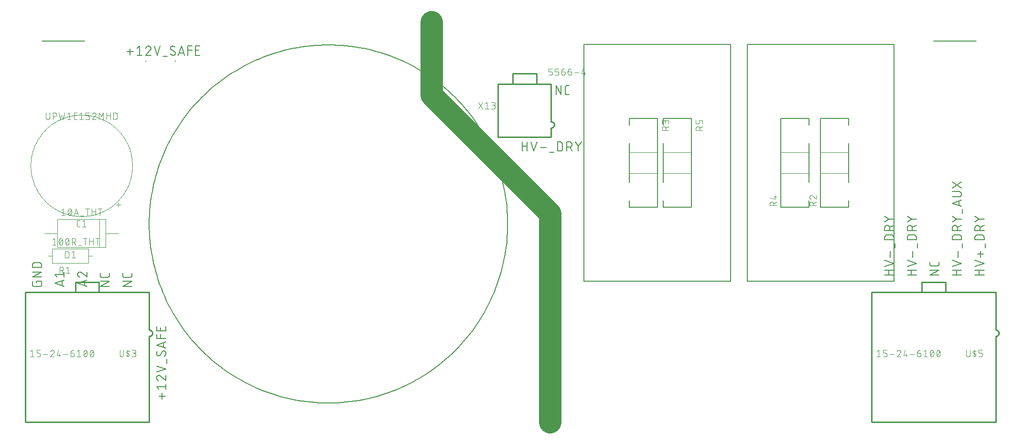
<source format=gto>
G04 EAGLE Gerber RS-274X export*
G75*
%MOMM*%
%FSLAX34Y34*%
%LPD*%
%INSilkscreen Top*%
%IPPOS*%
%AMOC8*
5,1,8,0,0,1.08239X$1,22.5*%
G01*
%ADD10C,0.152400*%
%ADD11C,4.000000*%
%ADD12C,0.254000*%
%ADD13C,0.101600*%
%ADD14C,0.120000*%
%ADD15R,0.200000X0.200000*%
%ADD16C,0.127000*%
%ADD17C,0.203200*%
%ADD18C,0.010000*%


D10*
X180762Y627084D02*
X191599Y627084D01*
X186181Y621665D02*
X186181Y632502D01*
X198338Y633406D02*
X202854Y637018D01*
X202854Y620762D01*
X198338Y620762D02*
X207370Y620762D01*
X223001Y632954D02*
X222999Y633079D01*
X222993Y633204D01*
X222984Y633329D01*
X222970Y633453D01*
X222953Y633577D01*
X222932Y633701D01*
X222907Y633823D01*
X222878Y633945D01*
X222846Y634066D01*
X222810Y634186D01*
X222770Y634305D01*
X222727Y634422D01*
X222680Y634538D01*
X222629Y634653D01*
X222575Y634765D01*
X222517Y634877D01*
X222457Y634986D01*
X222392Y635093D01*
X222325Y635199D01*
X222254Y635302D01*
X222180Y635403D01*
X222103Y635502D01*
X222023Y635598D01*
X221940Y635692D01*
X221855Y635783D01*
X221766Y635872D01*
X221675Y635957D01*
X221581Y636040D01*
X221485Y636120D01*
X221386Y636197D01*
X221285Y636271D01*
X221182Y636342D01*
X221076Y636409D01*
X220969Y636474D01*
X220860Y636534D01*
X220748Y636592D01*
X220636Y636646D01*
X220521Y636697D01*
X220405Y636744D01*
X220288Y636787D01*
X220169Y636827D01*
X220049Y636863D01*
X219928Y636895D01*
X219806Y636924D01*
X219684Y636949D01*
X219560Y636970D01*
X219436Y636987D01*
X219312Y637001D01*
X219187Y637010D01*
X219062Y637016D01*
X218937Y637018D01*
X218794Y637016D01*
X218652Y637010D01*
X218509Y637000D01*
X218367Y636987D01*
X218226Y636969D01*
X218084Y636948D01*
X217944Y636923D01*
X217804Y636894D01*
X217665Y636861D01*
X217527Y636824D01*
X217390Y636784D01*
X217255Y636740D01*
X217120Y636692D01*
X216987Y636640D01*
X216855Y636585D01*
X216725Y636526D01*
X216597Y636464D01*
X216470Y636398D01*
X216345Y636329D01*
X216222Y636257D01*
X216102Y636181D01*
X215983Y636102D01*
X215866Y636019D01*
X215752Y635934D01*
X215640Y635845D01*
X215531Y635754D01*
X215424Y635659D01*
X215319Y635562D01*
X215218Y635461D01*
X215119Y635358D01*
X215023Y635253D01*
X214930Y635144D01*
X214840Y635033D01*
X214753Y634920D01*
X214669Y634805D01*
X214589Y634687D01*
X214511Y634567D01*
X214437Y634445D01*
X214367Y634321D01*
X214299Y634195D01*
X214236Y634067D01*
X214175Y633938D01*
X214118Y633807D01*
X214065Y633675D01*
X214016Y633541D01*
X213970Y633406D01*
X221646Y629793D02*
X221740Y629885D01*
X221830Y629979D01*
X221918Y630076D01*
X222003Y630176D01*
X222085Y630278D01*
X222164Y630383D01*
X222239Y630490D01*
X222311Y630599D01*
X222380Y630710D01*
X222446Y630824D01*
X222508Y630939D01*
X222567Y631056D01*
X222622Y631175D01*
X222673Y631295D01*
X222721Y631417D01*
X222766Y631540D01*
X222806Y631664D01*
X222843Y631790D01*
X222876Y631917D01*
X222905Y632044D01*
X222931Y632173D01*
X222952Y632302D01*
X222970Y632432D01*
X222983Y632562D01*
X222993Y632692D01*
X222999Y632823D01*
X223001Y632954D01*
X221646Y629793D02*
X213970Y620762D01*
X223001Y620762D01*
X234116Y620762D02*
X228698Y637018D01*
X239535Y637018D02*
X234116Y620762D01*
X244572Y618956D02*
X251797Y618956D01*
X262635Y620762D02*
X262753Y620764D01*
X262871Y620770D01*
X262989Y620779D01*
X263106Y620793D01*
X263223Y620810D01*
X263340Y620831D01*
X263455Y620856D01*
X263570Y620885D01*
X263684Y620918D01*
X263796Y620954D01*
X263907Y620994D01*
X264017Y621037D01*
X264126Y621084D01*
X264233Y621134D01*
X264338Y621189D01*
X264441Y621246D01*
X264542Y621307D01*
X264642Y621371D01*
X264739Y621438D01*
X264834Y621508D01*
X264926Y621582D01*
X265017Y621658D01*
X265104Y621738D01*
X265189Y621820D01*
X265271Y621905D01*
X265351Y621992D01*
X265427Y622083D01*
X265501Y622175D01*
X265571Y622270D01*
X265638Y622367D01*
X265702Y622467D01*
X265763Y622568D01*
X265820Y622671D01*
X265875Y622776D01*
X265925Y622883D01*
X265972Y622992D01*
X266015Y623102D01*
X266055Y623213D01*
X266091Y623325D01*
X266124Y623439D01*
X266153Y623554D01*
X266178Y623669D01*
X266199Y623786D01*
X266216Y623903D01*
X266230Y624020D01*
X266239Y624138D01*
X266245Y624256D01*
X266247Y624374D01*
X262635Y620762D02*
X262452Y620764D01*
X262270Y620771D01*
X262088Y620782D01*
X261906Y620797D01*
X261724Y620817D01*
X261543Y620840D01*
X261363Y620869D01*
X261183Y620901D01*
X261004Y620938D01*
X260827Y620979D01*
X260650Y621025D01*
X260474Y621074D01*
X260300Y621128D01*
X260126Y621186D01*
X259955Y621248D01*
X259785Y621314D01*
X259616Y621385D01*
X259449Y621459D01*
X259284Y621537D01*
X259121Y621619D01*
X258960Y621705D01*
X258801Y621795D01*
X258644Y621889D01*
X258490Y621986D01*
X258338Y622087D01*
X258188Y622192D01*
X258041Y622300D01*
X257897Y622411D01*
X257755Y622526D01*
X257616Y622645D01*
X257480Y622767D01*
X257347Y622892D01*
X257217Y623020D01*
X257668Y633406D02*
X257670Y633524D01*
X257676Y633642D01*
X257685Y633760D01*
X257699Y633877D01*
X257716Y633994D01*
X257737Y634111D01*
X257762Y634226D01*
X257791Y634341D01*
X257824Y634455D01*
X257860Y634567D01*
X257900Y634678D01*
X257943Y634788D01*
X257990Y634897D01*
X258040Y635004D01*
X258095Y635109D01*
X258152Y635212D01*
X258213Y635313D01*
X258277Y635413D01*
X258344Y635510D01*
X258414Y635605D01*
X258488Y635697D01*
X258564Y635788D01*
X258644Y635875D01*
X258726Y635960D01*
X258811Y636042D01*
X258898Y636122D01*
X258989Y636198D01*
X259081Y636272D01*
X259176Y636342D01*
X259273Y636409D01*
X259373Y636473D01*
X259474Y636534D01*
X259577Y636592D01*
X259682Y636646D01*
X259789Y636696D01*
X259898Y636743D01*
X260008Y636787D01*
X260119Y636826D01*
X260232Y636862D01*
X260345Y636895D01*
X260460Y636924D01*
X260575Y636949D01*
X260692Y636970D01*
X260809Y636987D01*
X260926Y637001D01*
X261044Y637010D01*
X261162Y637016D01*
X261280Y637018D01*
X261441Y637016D01*
X261603Y637010D01*
X261764Y637001D01*
X261925Y636987D01*
X262085Y636970D01*
X262245Y636949D01*
X262405Y636924D01*
X262564Y636895D01*
X262722Y636863D01*
X262879Y636827D01*
X263035Y636787D01*
X263191Y636743D01*
X263345Y636695D01*
X263498Y636644D01*
X263650Y636590D01*
X263801Y636531D01*
X263950Y636470D01*
X264097Y636404D01*
X264243Y636335D01*
X264388Y636263D01*
X264530Y636187D01*
X264671Y636108D01*
X264810Y636026D01*
X264946Y635940D01*
X265081Y635851D01*
X265214Y635759D01*
X265344Y635663D01*
X259473Y630245D02*
X259372Y630307D01*
X259272Y630372D01*
X259175Y630441D01*
X259080Y630513D01*
X258987Y630587D01*
X258897Y630665D01*
X258809Y630746D01*
X258724Y630829D01*
X258642Y630915D01*
X258563Y631004D01*
X258486Y631095D01*
X258413Y631189D01*
X258342Y631285D01*
X258275Y631383D01*
X258211Y631483D01*
X258150Y631586D01*
X258093Y631690D01*
X258039Y631796D01*
X257989Y631904D01*
X257942Y632013D01*
X257898Y632124D01*
X257858Y632236D01*
X257822Y632350D01*
X257790Y632464D01*
X257761Y632580D01*
X257736Y632696D01*
X257715Y632813D01*
X257698Y632931D01*
X257684Y633049D01*
X257675Y633168D01*
X257669Y633287D01*
X257667Y633406D01*
X264441Y627535D02*
X264542Y627473D01*
X264642Y627408D01*
X264739Y627339D01*
X264834Y627267D01*
X264927Y627193D01*
X265017Y627115D01*
X265105Y627034D01*
X265190Y626951D01*
X265272Y626865D01*
X265351Y626776D01*
X265428Y626685D01*
X265501Y626591D01*
X265572Y626495D01*
X265639Y626397D01*
X265703Y626297D01*
X265764Y626194D01*
X265821Y626090D01*
X265875Y625984D01*
X265925Y625876D01*
X265972Y625767D01*
X266016Y625656D01*
X266056Y625544D01*
X266092Y625430D01*
X266124Y625316D01*
X266153Y625200D01*
X266178Y625084D01*
X266199Y624967D01*
X266216Y624849D01*
X266230Y624731D01*
X266239Y624612D01*
X266245Y624493D01*
X266247Y624374D01*
X264441Y627535D02*
X259474Y630245D01*
X271423Y620762D02*
X276842Y637018D01*
X282260Y620762D01*
X280906Y624826D02*
X272778Y624826D01*
X288508Y620762D02*
X288508Y637018D01*
X295733Y637018D01*
X295733Y629793D02*
X288508Y629793D01*
X302055Y620762D02*
X309280Y620762D01*
X302055Y620762D02*
X302055Y637018D01*
X309280Y637018D01*
X307474Y629793D02*
X302055Y629793D01*
X880762Y467018D02*
X880762Y450762D01*
X880762Y459793D02*
X889793Y459793D01*
X889793Y467018D02*
X889793Y450762D01*
X901430Y450762D02*
X896011Y467018D01*
X906849Y467018D02*
X901430Y450762D01*
X912685Y457084D02*
X923522Y457084D01*
X929601Y448956D02*
X936826Y448956D01*
X943287Y450762D02*
X943287Y467018D01*
X947802Y467018D01*
X947933Y467016D01*
X948065Y467010D01*
X948196Y467001D01*
X948326Y466987D01*
X948457Y466970D01*
X948586Y466949D01*
X948715Y466925D01*
X948843Y466896D01*
X948971Y466864D01*
X949097Y466828D01*
X949222Y466789D01*
X949347Y466746D01*
X949469Y466699D01*
X949591Y466649D01*
X949711Y466595D01*
X949829Y466538D01*
X949945Y466477D01*
X950060Y466413D01*
X950173Y466346D01*
X950284Y466275D01*
X950392Y466201D01*
X950499Y466124D01*
X950603Y466044D01*
X950705Y465961D01*
X950804Y465876D01*
X950901Y465787D01*
X950995Y465695D01*
X951087Y465601D01*
X951176Y465504D01*
X951261Y465405D01*
X951344Y465303D01*
X951424Y465199D01*
X951501Y465092D01*
X951575Y464984D01*
X951646Y464873D01*
X951713Y464760D01*
X951777Y464645D01*
X951838Y464529D01*
X951895Y464411D01*
X951949Y464291D01*
X951999Y464169D01*
X952046Y464047D01*
X952089Y463922D01*
X952128Y463797D01*
X952164Y463671D01*
X952196Y463543D01*
X952225Y463415D01*
X952249Y463286D01*
X952270Y463157D01*
X952287Y463026D01*
X952301Y462896D01*
X952310Y462765D01*
X952316Y462633D01*
X952318Y462502D01*
X952318Y455278D01*
X952316Y455147D01*
X952310Y455015D01*
X952301Y454884D01*
X952287Y454754D01*
X952270Y454623D01*
X952249Y454494D01*
X952225Y454365D01*
X952196Y454237D01*
X952164Y454109D01*
X952128Y453983D01*
X952089Y453858D01*
X952046Y453733D01*
X951999Y453611D01*
X951949Y453489D01*
X951895Y453369D01*
X951838Y453251D01*
X951777Y453135D01*
X951713Y453020D01*
X951646Y452907D01*
X951575Y452796D01*
X951501Y452688D01*
X951424Y452581D01*
X951344Y452477D01*
X951261Y452375D01*
X951176Y452276D01*
X951087Y452179D01*
X950995Y452085D01*
X950901Y451993D01*
X950804Y451904D01*
X950705Y451819D01*
X950603Y451736D01*
X950499Y451656D01*
X950392Y451579D01*
X950284Y451505D01*
X950173Y451434D01*
X950060Y451367D01*
X949945Y451303D01*
X949829Y451242D01*
X949711Y451185D01*
X949591Y451131D01*
X949469Y451081D01*
X949347Y451034D01*
X949222Y450991D01*
X949097Y450952D01*
X948971Y450916D01*
X948843Y450884D01*
X948715Y450855D01*
X948586Y450831D01*
X948456Y450810D01*
X948326Y450793D01*
X948196Y450779D01*
X948065Y450770D01*
X947933Y450764D01*
X947802Y450762D01*
X943287Y450762D01*
X960052Y450762D02*
X960052Y467018D01*
X964567Y467018D01*
X964700Y467016D01*
X964832Y467010D01*
X964964Y467000D01*
X965096Y466987D01*
X965228Y466969D01*
X965358Y466948D01*
X965489Y466923D01*
X965618Y466894D01*
X965746Y466861D01*
X965874Y466825D01*
X966000Y466785D01*
X966125Y466741D01*
X966249Y466693D01*
X966371Y466642D01*
X966492Y466587D01*
X966611Y466529D01*
X966729Y466467D01*
X966844Y466402D01*
X966958Y466333D01*
X967069Y466262D01*
X967178Y466186D01*
X967285Y466108D01*
X967390Y466027D01*
X967492Y465942D01*
X967592Y465855D01*
X967689Y465765D01*
X967784Y465672D01*
X967875Y465576D01*
X967964Y465478D01*
X968050Y465377D01*
X968133Y465273D01*
X968213Y465167D01*
X968289Y465059D01*
X968363Y464949D01*
X968433Y464836D01*
X968500Y464722D01*
X968563Y464605D01*
X968623Y464487D01*
X968680Y464367D01*
X968733Y464245D01*
X968782Y464122D01*
X968828Y463998D01*
X968870Y463872D01*
X968908Y463745D01*
X968943Y463617D01*
X968974Y463488D01*
X969001Y463359D01*
X969024Y463228D01*
X969044Y463097D01*
X969059Y462965D01*
X969071Y462833D01*
X969079Y462701D01*
X969083Y462568D01*
X969083Y462436D01*
X969079Y462303D01*
X969071Y462171D01*
X969059Y462039D01*
X969044Y461907D01*
X969024Y461776D01*
X969001Y461645D01*
X968974Y461516D01*
X968943Y461387D01*
X968908Y461259D01*
X968870Y461132D01*
X968828Y461006D01*
X968782Y460882D01*
X968733Y460759D01*
X968680Y460637D01*
X968623Y460517D01*
X968563Y460399D01*
X968500Y460282D01*
X968433Y460168D01*
X968363Y460055D01*
X968289Y459945D01*
X968213Y459837D01*
X968133Y459731D01*
X968050Y459627D01*
X967964Y459526D01*
X967875Y459428D01*
X967784Y459332D01*
X967689Y459239D01*
X967592Y459149D01*
X967492Y459062D01*
X967390Y458977D01*
X967285Y458896D01*
X967178Y458818D01*
X967069Y458742D01*
X966958Y458671D01*
X966844Y458602D01*
X966729Y458537D01*
X966611Y458475D01*
X966492Y458417D01*
X966371Y458362D01*
X966249Y458311D01*
X966125Y458263D01*
X966000Y458219D01*
X965874Y458179D01*
X965746Y458143D01*
X965618Y458110D01*
X965489Y458081D01*
X965358Y458056D01*
X965228Y458035D01*
X965096Y458017D01*
X964964Y458004D01*
X964832Y457994D01*
X964700Y457988D01*
X964567Y457986D01*
X964567Y457987D02*
X960052Y457987D01*
X965470Y457987D02*
X969083Y450762D01*
X980107Y459342D02*
X974688Y467018D01*
X980107Y459342D02*
X985526Y467018D01*
X980107Y459342D02*
X980107Y450762D01*
X940762Y550762D02*
X940762Y567018D01*
X949793Y550762D01*
X949793Y567018D01*
X960487Y550762D02*
X964100Y550762D01*
X960487Y550762D02*
X960369Y550764D01*
X960251Y550770D01*
X960133Y550779D01*
X960016Y550793D01*
X959899Y550810D01*
X959782Y550831D01*
X959667Y550856D01*
X959552Y550885D01*
X959438Y550918D01*
X959326Y550954D01*
X959215Y550994D01*
X959105Y551037D01*
X958996Y551084D01*
X958889Y551134D01*
X958784Y551189D01*
X958681Y551246D01*
X958580Y551307D01*
X958480Y551371D01*
X958383Y551438D01*
X958288Y551508D01*
X958196Y551582D01*
X958105Y551658D01*
X958018Y551738D01*
X957933Y551820D01*
X957851Y551905D01*
X957771Y551992D01*
X957695Y552083D01*
X957621Y552175D01*
X957551Y552270D01*
X957484Y552367D01*
X957420Y552467D01*
X957359Y552568D01*
X957302Y552671D01*
X957247Y552776D01*
X957197Y552883D01*
X957150Y552992D01*
X957107Y553102D01*
X957067Y553213D01*
X957031Y553325D01*
X956998Y553439D01*
X956969Y553554D01*
X956944Y553669D01*
X956923Y553786D01*
X956906Y553903D01*
X956892Y554020D01*
X956883Y554138D01*
X956877Y554256D01*
X956875Y554374D01*
X956875Y563406D01*
X956877Y563524D01*
X956883Y563642D01*
X956892Y563760D01*
X956906Y563877D01*
X956923Y563994D01*
X956944Y564111D01*
X956969Y564226D01*
X956998Y564341D01*
X957031Y564455D01*
X957067Y564567D01*
X957107Y564678D01*
X957150Y564788D01*
X957197Y564897D01*
X957247Y565004D01*
X957301Y565109D01*
X957359Y565212D01*
X957420Y565313D01*
X957484Y565413D01*
X957551Y565510D01*
X957621Y565605D01*
X957695Y565697D01*
X957771Y565788D01*
X957851Y565875D01*
X957933Y565960D01*
X958018Y566042D01*
X958105Y566122D01*
X958196Y566198D01*
X958288Y566272D01*
X958383Y566342D01*
X958480Y566409D01*
X958580Y566473D01*
X958681Y566534D01*
X958784Y566591D01*
X958889Y566645D01*
X958996Y566696D01*
X959105Y566743D01*
X959215Y566786D01*
X959326Y566826D01*
X959438Y566862D01*
X959552Y566895D01*
X959667Y566924D01*
X959782Y566949D01*
X959899Y566970D01*
X960016Y566987D01*
X960133Y567001D01*
X960251Y567010D01*
X960369Y567016D01*
X960487Y567018D01*
X964100Y567018D01*
X1682982Y230762D02*
X1699238Y230762D01*
X1690207Y230762D02*
X1690207Y239793D01*
X1682982Y239793D02*
X1699238Y239793D01*
X1699238Y251430D02*
X1682982Y246011D01*
X1682982Y256849D02*
X1699238Y251430D01*
X1692916Y262685D02*
X1692916Y273522D01*
X1687498Y268103D02*
X1698335Y268103D01*
X1701044Y279601D02*
X1701044Y286826D01*
X1699238Y293287D02*
X1682982Y293287D01*
X1682982Y297802D01*
X1682984Y297933D01*
X1682990Y298065D01*
X1682999Y298196D01*
X1683013Y298326D01*
X1683030Y298457D01*
X1683051Y298586D01*
X1683075Y298715D01*
X1683104Y298843D01*
X1683136Y298971D01*
X1683172Y299097D01*
X1683211Y299222D01*
X1683254Y299347D01*
X1683301Y299469D01*
X1683351Y299591D01*
X1683405Y299711D01*
X1683462Y299829D01*
X1683523Y299945D01*
X1683587Y300060D01*
X1683654Y300173D01*
X1683725Y300284D01*
X1683799Y300392D01*
X1683876Y300499D01*
X1683956Y300603D01*
X1684039Y300705D01*
X1684124Y300804D01*
X1684213Y300901D01*
X1684305Y300995D01*
X1684399Y301087D01*
X1684496Y301176D01*
X1684595Y301261D01*
X1684697Y301344D01*
X1684801Y301424D01*
X1684908Y301501D01*
X1685016Y301575D01*
X1685127Y301646D01*
X1685240Y301713D01*
X1685355Y301777D01*
X1685471Y301838D01*
X1685589Y301895D01*
X1685709Y301949D01*
X1685831Y301999D01*
X1685953Y302046D01*
X1686078Y302089D01*
X1686203Y302128D01*
X1686329Y302164D01*
X1686457Y302196D01*
X1686585Y302225D01*
X1686714Y302249D01*
X1686843Y302270D01*
X1686974Y302287D01*
X1687104Y302301D01*
X1687235Y302310D01*
X1687367Y302316D01*
X1687498Y302318D01*
X1694722Y302318D01*
X1694853Y302316D01*
X1694985Y302310D01*
X1695116Y302301D01*
X1695246Y302287D01*
X1695377Y302270D01*
X1695506Y302249D01*
X1695635Y302225D01*
X1695763Y302196D01*
X1695891Y302164D01*
X1696017Y302128D01*
X1696142Y302089D01*
X1696267Y302046D01*
X1696389Y301999D01*
X1696511Y301949D01*
X1696631Y301895D01*
X1696749Y301838D01*
X1696865Y301777D01*
X1696980Y301713D01*
X1697093Y301646D01*
X1697204Y301575D01*
X1697312Y301501D01*
X1697419Y301424D01*
X1697523Y301344D01*
X1697625Y301261D01*
X1697724Y301176D01*
X1697821Y301087D01*
X1697915Y300995D01*
X1698007Y300901D01*
X1698096Y300804D01*
X1698181Y300705D01*
X1698264Y300603D01*
X1698344Y300499D01*
X1698421Y300392D01*
X1698495Y300284D01*
X1698566Y300173D01*
X1698633Y300060D01*
X1698697Y299945D01*
X1698758Y299829D01*
X1698815Y299711D01*
X1698869Y299591D01*
X1698919Y299469D01*
X1698966Y299347D01*
X1699009Y299222D01*
X1699048Y299097D01*
X1699084Y298971D01*
X1699116Y298843D01*
X1699145Y298715D01*
X1699169Y298586D01*
X1699190Y298456D01*
X1699207Y298326D01*
X1699221Y298196D01*
X1699230Y298065D01*
X1699236Y297933D01*
X1699238Y297802D01*
X1699238Y293287D01*
X1699238Y310052D02*
X1682982Y310052D01*
X1682982Y314567D01*
X1682984Y314700D01*
X1682990Y314832D01*
X1683000Y314964D01*
X1683013Y315096D01*
X1683031Y315228D01*
X1683052Y315358D01*
X1683077Y315489D01*
X1683106Y315618D01*
X1683139Y315746D01*
X1683175Y315874D01*
X1683215Y316000D01*
X1683259Y316125D01*
X1683307Y316249D01*
X1683358Y316371D01*
X1683413Y316492D01*
X1683471Y316611D01*
X1683533Y316729D01*
X1683598Y316844D01*
X1683667Y316958D01*
X1683738Y317069D01*
X1683814Y317178D01*
X1683892Y317285D01*
X1683973Y317390D01*
X1684058Y317492D01*
X1684145Y317592D01*
X1684235Y317689D01*
X1684328Y317784D01*
X1684424Y317875D01*
X1684522Y317964D01*
X1684623Y318050D01*
X1684727Y318133D01*
X1684833Y318213D01*
X1684941Y318289D01*
X1685051Y318363D01*
X1685164Y318433D01*
X1685278Y318500D01*
X1685395Y318563D01*
X1685513Y318623D01*
X1685633Y318680D01*
X1685755Y318733D01*
X1685878Y318782D01*
X1686002Y318828D01*
X1686128Y318870D01*
X1686255Y318908D01*
X1686383Y318943D01*
X1686512Y318974D01*
X1686641Y319001D01*
X1686772Y319024D01*
X1686903Y319044D01*
X1687035Y319059D01*
X1687167Y319071D01*
X1687299Y319079D01*
X1687432Y319083D01*
X1687564Y319083D01*
X1687697Y319079D01*
X1687829Y319071D01*
X1687961Y319059D01*
X1688093Y319044D01*
X1688224Y319024D01*
X1688355Y319001D01*
X1688484Y318974D01*
X1688613Y318943D01*
X1688741Y318908D01*
X1688868Y318870D01*
X1688994Y318828D01*
X1689118Y318782D01*
X1689241Y318733D01*
X1689363Y318680D01*
X1689483Y318623D01*
X1689601Y318563D01*
X1689718Y318500D01*
X1689832Y318433D01*
X1689945Y318363D01*
X1690055Y318289D01*
X1690163Y318213D01*
X1690269Y318133D01*
X1690373Y318050D01*
X1690474Y317964D01*
X1690572Y317875D01*
X1690668Y317784D01*
X1690761Y317689D01*
X1690851Y317592D01*
X1690938Y317492D01*
X1691023Y317390D01*
X1691104Y317285D01*
X1691182Y317178D01*
X1691258Y317069D01*
X1691329Y316958D01*
X1691398Y316844D01*
X1691463Y316729D01*
X1691525Y316611D01*
X1691583Y316492D01*
X1691638Y316371D01*
X1691689Y316249D01*
X1691737Y316125D01*
X1691781Y316000D01*
X1691821Y315874D01*
X1691857Y315746D01*
X1691890Y315618D01*
X1691919Y315489D01*
X1691944Y315358D01*
X1691965Y315228D01*
X1691983Y315096D01*
X1691996Y314964D01*
X1692006Y314832D01*
X1692012Y314700D01*
X1692014Y314567D01*
X1692013Y314567D02*
X1692013Y310052D01*
X1692013Y315470D02*
X1699238Y319083D01*
X1690658Y330107D02*
X1682982Y324688D01*
X1690658Y330107D02*
X1682982Y335526D01*
X1690658Y330107D02*
X1699238Y330107D01*
X1659238Y230762D02*
X1642982Y230762D01*
X1650207Y230762D02*
X1650207Y239793D01*
X1642982Y239793D02*
X1659238Y239793D01*
X1659238Y251430D02*
X1642982Y246011D01*
X1642982Y256849D02*
X1659238Y251430D01*
X1652916Y262685D02*
X1652916Y273522D01*
X1661044Y279601D02*
X1661044Y286826D01*
X1659238Y293287D02*
X1642982Y293287D01*
X1642982Y297802D01*
X1642984Y297933D01*
X1642990Y298065D01*
X1642999Y298196D01*
X1643013Y298326D01*
X1643030Y298457D01*
X1643051Y298586D01*
X1643075Y298715D01*
X1643104Y298843D01*
X1643136Y298971D01*
X1643172Y299097D01*
X1643211Y299222D01*
X1643254Y299347D01*
X1643301Y299469D01*
X1643351Y299591D01*
X1643405Y299711D01*
X1643462Y299829D01*
X1643523Y299945D01*
X1643587Y300060D01*
X1643654Y300173D01*
X1643725Y300284D01*
X1643799Y300392D01*
X1643876Y300499D01*
X1643956Y300603D01*
X1644039Y300705D01*
X1644124Y300804D01*
X1644213Y300901D01*
X1644305Y300995D01*
X1644399Y301087D01*
X1644496Y301176D01*
X1644595Y301261D01*
X1644697Y301344D01*
X1644801Y301424D01*
X1644908Y301501D01*
X1645016Y301575D01*
X1645127Y301646D01*
X1645240Y301713D01*
X1645355Y301777D01*
X1645471Y301838D01*
X1645589Y301895D01*
X1645709Y301949D01*
X1645831Y301999D01*
X1645953Y302046D01*
X1646078Y302089D01*
X1646203Y302128D01*
X1646329Y302164D01*
X1646457Y302196D01*
X1646585Y302225D01*
X1646714Y302249D01*
X1646843Y302270D01*
X1646974Y302287D01*
X1647104Y302301D01*
X1647235Y302310D01*
X1647367Y302316D01*
X1647498Y302318D01*
X1654722Y302318D01*
X1654853Y302316D01*
X1654985Y302310D01*
X1655116Y302301D01*
X1655246Y302287D01*
X1655377Y302270D01*
X1655506Y302249D01*
X1655635Y302225D01*
X1655763Y302196D01*
X1655891Y302164D01*
X1656017Y302128D01*
X1656142Y302089D01*
X1656267Y302046D01*
X1656389Y301999D01*
X1656511Y301949D01*
X1656631Y301895D01*
X1656749Y301838D01*
X1656865Y301777D01*
X1656980Y301713D01*
X1657093Y301646D01*
X1657204Y301575D01*
X1657312Y301501D01*
X1657419Y301424D01*
X1657523Y301344D01*
X1657625Y301261D01*
X1657724Y301176D01*
X1657821Y301087D01*
X1657915Y300995D01*
X1658007Y300901D01*
X1658096Y300804D01*
X1658181Y300705D01*
X1658264Y300603D01*
X1658344Y300499D01*
X1658421Y300392D01*
X1658495Y300284D01*
X1658566Y300173D01*
X1658633Y300060D01*
X1658697Y299945D01*
X1658758Y299829D01*
X1658815Y299711D01*
X1658869Y299591D01*
X1658919Y299469D01*
X1658966Y299347D01*
X1659009Y299222D01*
X1659048Y299097D01*
X1659084Y298971D01*
X1659116Y298843D01*
X1659145Y298715D01*
X1659169Y298586D01*
X1659190Y298456D01*
X1659207Y298326D01*
X1659221Y298196D01*
X1659230Y298065D01*
X1659236Y297933D01*
X1659238Y297802D01*
X1659238Y293287D01*
X1659238Y310052D02*
X1642982Y310052D01*
X1642982Y314567D01*
X1642984Y314700D01*
X1642990Y314832D01*
X1643000Y314964D01*
X1643013Y315096D01*
X1643031Y315228D01*
X1643052Y315358D01*
X1643077Y315489D01*
X1643106Y315618D01*
X1643139Y315746D01*
X1643175Y315874D01*
X1643215Y316000D01*
X1643259Y316125D01*
X1643307Y316249D01*
X1643358Y316371D01*
X1643413Y316492D01*
X1643471Y316611D01*
X1643533Y316729D01*
X1643598Y316844D01*
X1643667Y316958D01*
X1643738Y317069D01*
X1643814Y317178D01*
X1643892Y317285D01*
X1643973Y317390D01*
X1644058Y317492D01*
X1644145Y317592D01*
X1644235Y317689D01*
X1644328Y317784D01*
X1644424Y317875D01*
X1644522Y317964D01*
X1644623Y318050D01*
X1644727Y318133D01*
X1644833Y318213D01*
X1644941Y318289D01*
X1645051Y318363D01*
X1645164Y318433D01*
X1645278Y318500D01*
X1645395Y318563D01*
X1645513Y318623D01*
X1645633Y318680D01*
X1645755Y318733D01*
X1645878Y318782D01*
X1646002Y318828D01*
X1646128Y318870D01*
X1646255Y318908D01*
X1646383Y318943D01*
X1646512Y318974D01*
X1646641Y319001D01*
X1646772Y319024D01*
X1646903Y319044D01*
X1647035Y319059D01*
X1647167Y319071D01*
X1647299Y319079D01*
X1647432Y319083D01*
X1647564Y319083D01*
X1647697Y319079D01*
X1647829Y319071D01*
X1647961Y319059D01*
X1648093Y319044D01*
X1648224Y319024D01*
X1648355Y319001D01*
X1648484Y318974D01*
X1648613Y318943D01*
X1648741Y318908D01*
X1648868Y318870D01*
X1648994Y318828D01*
X1649118Y318782D01*
X1649241Y318733D01*
X1649363Y318680D01*
X1649483Y318623D01*
X1649601Y318563D01*
X1649718Y318500D01*
X1649832Y318433D01*
X1649945Y318363D01*
X1650055Y318289D01*
X1650163Y318213D01*
X1650269Y318133D01*
X1650373Y318050D01*
X1650474Y317964D01*
X1650572Y317875D01*
X1650668Y317784D01*
X1650761Y317689D01*
X1650851Y317592D01*
X1650938Y317492D01*
X1651023Y317390D01*
X1651104Y317285D01*
X1651182Y317178D01*
X1651258Y317069D01*
X1651329Y316958D01*
X1651398Y316844D01*
X1651463Y316729D01*
X1651525Y316611D01*
X1651583Y316492D01*
X1651638Y316371D01*
X1651689Y316249D01*
X1651737Y316125D01*
X1651781Y316000D01*
X1651821Y315874D01*
X1651857Y315746D01*
X1651890Y315618D01*
X1651919Y315489D01*
X1651944Y315358D01*
X1651965Y315228D01*
X1651983Y315096D01*
X1651996Y314964D01*
X1652006Y314832D01*
X1652012Y314700D01*
X1652014Y314567D01*
X1652013Y314567D02*
X1652013Y310052D01*
X1652013Y315470D02*
X1659238Y319083D01*
X1650658Y330107D02*
X1642982Y324688D01*
X1650658Y330107D02*
X1642982Y335526D01*
X1650658Y330107D02*
X1659238Y330107D01*
X1661044Y340563D02*
X1661044Y347788D01*
X1659238Y352825D02*
X1642982Y358243D01*
X1659238Y363662D01*
X1655174Y362307D02*
X1655174Y354179D01*
X1654722Y369880D02*
X1642982Y369880D01*
X1654722Y369880D02*
X1654855Y369882D01*
X1654987Y369888D01*
X1655119Y369898D01*
X1655251Y369911D01*
X1655383Y369929D01*
X1655513Y369950D01*
X1655644Y369975D01*
X1655773Y370004D01*
X1655901Y370037D01*
X1656029Y370073D01*
X1656155Y370113D01*
X1656280Y370157D01*
X1656404Y370205D01*
X1656526Y370256D01*
X1656647Y370311D01*
X1656766Y370369D01*
X1656884Y370431D01*
X1656999Y370496D01*
X1657113Y370565D01*
X1657224Y370636D01*
X1657333Y370712D01*
X1657440Y370790D01*
X1657545Y370871D01*
X1657647Y370956D01*
X1657747Y371043D01*
X1657844Y371133D01*
X1657939Y371226D01*
X1658030Y371322D01*
X1658119Y371420D01*
X1658205Y371521D01*
X1658288Y371625D01*
X1658368Y371731D01*
X1658444Y371839D01*
X1658518Y371949D01*
X1658588Y372062D01*
X1658655Y372176D01*
X1658718Y372293D01*
X1658778Y372411D01*
X1658835Y372531D01*
X1658888Y372653D01*
X1658937Y372776D01*
X1658983Y372900D01*
X1659025Y373026D01*
X1659063Y373153D01*
X1659098Y373281D01*
X1659129Y373410D01*
X1659156Y373539D01*
X1659179Y373670D01*
X1659199Y373801D01*
X1659214Y373933D01*
X1659226Y374065D01*
X1659234Y374197D01*
X1659238Y374330D01*
X1659238Y374462D01*
X1659234Y374595D01*
X1659226Y374727D01*
X1659214Y374859D01*
X1659199Y374991D01*
X1659179Y375122D01*
X1659156Y375253D01*
X1659129Y375382D01*
X1659098Y375511D01*
X1659063Y375639D01*
X1659025Y375766D01*
X1658983Y375892D01*
X1658937Y376016D01*
X1658888Y376139D01*
X1658835Y376261D01*
X1658778Y376381D01*
X1658718Y376499D01*
X1658655Y376616D01*
X1658588Y376730D01*
X1658518Y376843D01*
X1658444Y376953D01*
X1658368Y377061D01*
X1658288Y377167D01*
X1658205Y377271D01*
X1658119Y377372D01*
X1658030Y377470D01*
X1657939Y377566D01*
X1657844Y377659D01*
X1657747Y377749D01*
X1657647Y377836D01*
X1657545Y377921D01*
X1657440Y378002D01*
X1657333Y378080D01*
X1657224Y378156D01*
X1657113Y378227D01*
X1656999Y378296D01*
X1656884Y378361D01*
X1656766Y378423D01*
X1656647Y378481D01*
X1656526Y378536D01*
X1656404Y378587D01*
X1656280Y378635D01*
X1656155Y378679D01*
X1656029Y378719D01*
X1655901Y378755D01*
X1655773Y378788D01*
X1655644Y378817D01*
X1655513Y378842D01*
X1655383Y378863D01*
X1655251Y378881D01*
X1655119Y378894D01*
X1654987Y378904D01*
X1654855Y378910D01*
X1654722Y378912D01*
X1654722Y378911D02*
X1642982Y378911D01*
X1642982Y395966D02*
X1659238Y385129D01*
X1659238Y395966D02*
X1642982Y385129D01*
X1579238Y230762D02*
X1562982Y230762D01*
X1570207Y230762D02*
X1570207Y239793D01*
X1562982Y239793D02*
X1579238Y239793D01*
X1579238Y251430D02*
X1562982Y246011D01*
X1562982Y256849D02*
X1579238Y251430D01*
X1572916Y262685D02*
X1572916Y273522D01*
X1581044Y279601D02*
X1581044Y286826D01*
X1579238Y293287D02*
X1562982Y293287D01*
X1562982Y297802D01*
X1562984Y297933D01*
X1562990Y298065D01*
X1562999Y298196D01*
X1563013Y298326D01*
X1563030Y298457D01*
X1563051Y298586D01*
X1563075Y298715D01*
X1563104Y298843D01*
X1563136Y298971D01*
X1563172Y299097D01*
X1563211Y299222D01*
X1563254Y299347D01*
X1563301Y299469D01*
X1563351Y299591D01*
X1563405Y299711D01*
X1563462Y299829D01*
X1563523Y299945D01*
X1563587Y300060D01*
X1563654Y300173D01*
X1563725Y300284D01*
X1563799Y300392D01*
X1563876Y300499D01*
X1563956Y300603D01*
X1564039Y300705D01*
X1564124Y300804D01*
X1564213Y300901D01*
X1564305Y300995D01*
X1564399Y301087D01*
X1564496Y301176D01*
X1564595Y301261D01*
X1564697Y301344D01*
X1564801Y301424D01*
X1564908Y301501D01*
X1565016Y301575D01*
X1565127Y301646D01*
X1565240Y301713D01*
X1565355Y301777D01*
X1565471Y301838D01*
X1565589Y301895D01*
X1565709Y301949D01*
X1565831Y301999D01*
X1565953Y302046D01*
X1566078Y302089D01*
X1566203Y302128D01*
X1566329Y302164D01*
X1566457Y302196D01*
X1566585Y302225D01*
X1566714Y302249D01*
X1566843Y302270D01*
X1566974Y302287D01*
X1567104Y302301D01*
X1567235Y302310D01*
X1567367Y302316D01*
X1567498Y302318D01*
X1574722Y302318D01*
X1574853Y302316D01*
X1574985Y302310D01*
X1575116Y302301D01*
X1575246Y302287D01*
X1575377Y302270D01*
X1575506Y302249D01*
X1575635Y302225D01*
X1575763Y302196D01*
X1575891Y302164D01*
X1576017Y302128D01*
X1576142Y302089D01*
X1576267Y302046D01*
X1576389Y301999D01*
X1576511Y301949D01*
X1576631Y301895D01*
X1576749Y301838D01*
X1576865Y301777D01*
X1576980Y301713D01*
X1577093Y301646D01*
X1577204Y301575D01*
X1577312Y301501D01*
X1577419Y301424D01*
X1577523Y301344D01*
X1577625Y301261D01*
X1577724Y301176D01*
X1577821Y301087D01*
X1577915Y300995D01*
X1578007Y300901D01*
X1578096Y300804D01*
X1578181Y300705D01*
X1578264Y300603D01*
X1578344Y300499D01*
X1578421Y300392D01*
X1578495Y300284D01*
X1578566Y300173D01*
X1578633Y300060D01*
X1578697Y299945D01*
X1578758Y299829D01*
X1578815Y299711D01*
X1578869Y299591D01*
X1578919Y299469D01*
X1578966Y299347D01*
X1579009Y299222D01*
X1579048Y299097D01*
X1579084Y298971D01*
X1579116Y298843D01*
X1579145Y298715D01*
X1579169Y298586D01*
X1579190Y298456D01*
X1579207Y298326D01*
X1579221Y298196D01*
X1579230Y298065D01*
X1579236Y297933D01*
X1579238Y297802D01*
X1579238Y293287D01*
X1579238Y310052D02*
X1562982Y310052D01*
X1562982Y314567D01*
X1562984Y314700D01*
X1562990Y314832D01*
X1563000Y314964D01*
X1563013Y315096D01*
X1563031Y315228D01*
X1563052Y315358D01*
X1563077Y315489D01*
X1563106Y315618D01*
X1563139Y315746D01*
X1563175Y315874D01*
X1563215Y316000D01*
X1563259Y316125D01*
X1563307Y316249D01*
X1563358Y316371D01*
X1563413Y316492D01*
X1563471Y316611D01*
X1563533Y316729D01*
X1563598Y316844D01*
X1563667Y316958D01*
X1563738Y317069D01*
X1563814Y317178D01*
X1563892Y317285D01*
X1563973Y317390D01*
X1564058Y317492D01*
X1564145Y317592D01*
X1564235Y317689D01*
X1564328Y317784D01*
X1564424Y317875D01*
X1564522Y317964D01*
X1564623Y318050D01*
X1564727Y318133D01*
X1564833Y318213D01*
X1564941Y318289D01*
X1565051Y318363D01*
X1565164Y318433D01*
X1565278Y318500D01*
X1565395Y318563D01*
X1565513Y318623D01*
X1565633Y318680D01*
X1565755Y318733D01*
X1565878Y318782D01*
X1566002Y318828D01*
X1566128Y318870D01*
X1566255Y318908D01*
X1566383Y318943D01*
X1566512Y318974D01*
X1566641Y319001D01*
X1566772Y319024D01*
X1566903Y319044D01*
X1567035Y319059D01*
X1567167Y319071D01*
X1567299Y319079D01*
X1567432Y319083D01*
X1567564Y319083D01*
X1567697Y319079D01*
X1567829Y319071D01*
X1567961Y319059D01*
X1568093Y319044D01*
X1568224Y319024D01*
X1568355Y319001D01*
X1568484Y318974D01*
X1568613Y318943D01*
X1568741Y318908D01*
X1568868Y318870D01*
X1568994Y318828D01*
X1569118Y318782D01*
X1569241Y318733D01*
X1569363Y318680D01*
X1569483Y318623D01*
X1569601Y318563D01*
X1569718Y318500D01*
X1569832Y318433D01*
X1569945Y318363D01*
X1570055Y318289D01*
X1570163Y318213D01*
X1570269Y318133D01*
X1570373Y318050D01*
X1570474Y317964D01*
X1570572Y317875D01*
X1570668Y317784D01*
X1570761Y317689D01*
X1570851Y317592D01*
X1570938Y317492D01*
X1571023Y317390D01*
X1571104Y317285D01*
X1571182Y317178D01*
X1571258Y317069D01*
X1571329Y316958D01*
X1571398Y316844D01*
X1571463Y316729D01*
X1571525Y316611D01*
X1571583Y316492D01*
X1571638Y316371D01*
X1571689Y316249D01*
X1571737Y316125D01*
X1571781Y316000D01*
X1571821Y315874D01*
X1571857Y315746D01*
X1571890Y315618D01*
X1571919Y315489D01*
X1571944Y315358D01*
X1571965Y315228D01*
X1571983Y315096D01*
X1571996Y314964D01*
X1572006Y314832D01*
X1572012Y314700D01*
X1572014Y314567D01*
X1572013Y314567D02*
X1572013Y310052D01*
X1572013Y315470D02*
X1579238Y319083D01*
X1570658Y330107D02*
X1562982Y324688D01*
X1570658Y330107D02*
X1562982Y335526D01*
X1570658Y330107D02*
X1579238Y330107D01*
X1539238Y230762D02*
X1522982Y230762D01*
X1530207Y230762D02*
X1530207Y239793D01*
X1522982Y239793D02*
X1539238Y239793D01*
X1539238Y251430D02*
X1522982Y246011D01*
X1522982Y256849D02*
X1539238Y251430D01*
X1532916Y262685D02*
X1532916Y273522D01*
X1541044Y279601D02*
X1541044Y286826D01*
X1539238Y293287D02*
X1522982Y293287D01*
X1522982Y297802D01*
X1522984Y297933D01*
X1522990Y298065D01*
X1522999Y298196D01*
X1523013Y298326D01*
X1523030Y298457D01*
X1523051Y298586D01*
X1523075Y298715D01*
X1523104Y298843D01*
X1523136Y298971D01*
X1523172Y299097D01*
X1523211Y299222D01*
X1523254Y299347D01*
X1523301Y299469D01*
X1523351Y299591D01*
X1523405Y299711D01*
X1523462Y299829D01*
X1523523Y299945D01*
X1523587Y300060D01*
X1523654Y300173D01*
X1523725Y300284D01*
X1523799Y300392D01*
X1523876Y300499D01*
X1523956Y300603D01*
X1524039Y300705D01*
X1524124Y300804D01*
X1524213Y300901D01*
X1524305Y300995D01*
X1524399Y301087D01*
X1524496Y301176D01*
X1524595Y301261D01*
X1524697Y301344D01*
X1524801Y301424D01*
X1524908Y301501D01*
X1525016Y301575D01*
X1525127Y301646D01*
X1525240Y301713D01*
X1525355Y301777D01*
X1525471Y301838D01*
X1525589Y301895D01*
X1525709Y301949D01*
X1525831Y301999D01*
X1525953Y302046D01*
X1526078Y302089D01*
X1526203Y302128D01*
X1526329Y302164D01*
X1526457Y302196D01*
X1526585Y302225D01*
X1526714Y302249D01*
X1526843Y302270D01*
X1526974Y302287D01*
X1527104Y302301D01*
X1527235Y302310D01*
X1527367Y302316D01*
X1527498Y302318D01*
X1534722Y302318D01*
X1534853Y302316D01*
X1534985Y302310D01*
X1535116Y302301D01*
X1535246Y302287D01*
X1535377Y302270D01*
X1535506Y302249D01*
X1535635Y302225D01*
X1535763Y302196D01*
X1535891Y302164D01*
X1536017Y302128D01*
X1536142Y302089D01*
X1536267Y302046D01*
X1536389Y301999D01*
X1536511Y301949D01*
X1536631Y301895D01*
X1536749Y301838D01*
X1536865Y301777D01*
X1536980Y301713D01*
X1537093Y301646D01*
X1537204Y301575D01*
X1537312Y301501D01*
X1537419Y301424D01*
X1537523Y301344D01*
X1537625Y301261D01*
X1537724Y301176D01*
X1537821Y301087D01*
X1537915Y300995D01*
X1538007Y300901D01*
X1538096Y300804D01*
X1538181Y300705D01*
X1538264Y300603D01*
X1538344Y300499D01*
X1538421Y300392D01*
X1538495Y300284D01*
X1538566Y300173D01*
X1538633Y300060D01*
X1538697Y299945D01*
X1538758Y299829D01*
X1538815Y299711D01*
X1538869Y299591D01*
X1538919Y299469D01*
X1538966Y299347D01*
X1539009Y299222D01*
X1539048Y299097D01*
X1539084Y298971D01*
X1539116Y298843D01*
X1539145Y298715D01*
X1539169Y298586D01*
X1539190Y298456D01*
X1539207Y298326D01*
X1539221Y298196D01*
X1539230Y298065D01*
X1539236Y297933D01*
X1539238Y297802D01*
X1539238Y293287D01*
X1539238Y310052D02*
X1522982Y310052D01*
X1522982Y314567D01*
X1522984Y314700D01*
X1522990Y314832D01*
X1523000Y314964D01*
X1523013Y315096D01*
X1523031Y315228D01*
X1523052Y315358D01*
X1523077Y315489D01*
X1523106Y315618D01*
X1523139Y315746D01*
X1523175Y315874D01*
X1523215Y316000D01*
X1523259Y316125D01*
X1523307Y316249D01*
X1523358Y316371D01*
X1523413Y316492D01*
X1523471Y316611D01*
X1523533Y316729D01*
X1523598Y316844D01*
X1523667Y316958D01*
X1523738Y317069D01*
X1523814Y317178D01*
X1523892Y317285D01*
X1523973Y317390D01*
X1524058Y317492D01*
X1524145Y317592D01*
X1524235Y317689D01*
X1524328Y317784D01*
X1524424Y317875D01*
X1524522Y317964D01*
X1524623Y318050D01*
X1524727Y318133D01*
X1524833Y318213D01*
X1524941Y318289D01*
X1525051Y318363D01*
X1525164Y318433D01*
X1525278Y318500D01*
X1525395Y318563D01*
X1525513Y318623D01*
X1525633Y318680D01*
X1525755Y318733D01*
X1525878Y318782D01*
X1526002Y318828D01*
X1526128Y318870D01*
X1526255Y318908D01*
X1526383Y318943D01*
X1526512Y318974D01*
X1526641Y319001D01*
X1526772Y319024D01*
X1526903Y319044D01*
X1527035Y319059D01*
X1527167Y319071D01*
X1527299Y319079D01*
X1527432Y319083D01*
X1527564Y319083D01*
X1527697Y319079D01*
X1527829Y319071D01*
X1527961Y319059D01*
X1528093Y319044D01*
X1528224Y319024D01*
X1528355Y319001D01*
X1528484Y318974D01*
X1528613Y318943D01*
X1528741Y318908D01*
X1528868Y318870D01*
X1528994Y318828D01*
X1529118Y318782D01*
X1529241Y318733D01*
X1529363Y318680D01*
X1529483Y318623D01*
X1529601Y318563D01*
X1529718Y318500D01*
X1529832Y318433D01*
X1529945Y318363D01*
X1530055Y318289D01*
X1530163Y318213D01*
X1530269Y318133D01*
X1530373Y318050D01*
X1530474Y317964D01*
X1530572Y317875D01*
X1530668Y317784D01*
X1530761Y317689D01*
X1530851Y317592D01*
X1530938Y317492D01*
X1531023Y317390D01*
X1531104Y317285D01*
X1531182Y317178D01*
X1531258Y317069D01*
X1531329Y316958D01*
X1531398Y316844D01*
X1531463Y316729D01*
X1531525Y316611D01*
X1531583Y316492D01*
X1531638Y316371D01*
X1531689Y316249D01*
X1531737Y316125D01*
X1531781Y316000D01*
X1531821Y315874D01*
X1531857Y315746D01*
X1531890Y315618D01*
X1531919Y315489D01*
X1531944Y315358D01*
X1531965Y315228D01*
X1531983Y315096D01*
X1531996Y314964D01*
X1532006Y314832D01*
X1532012Y314700D01*
X1532014Y314567D01*
X1532013Y314567D02*
X1532013Y310052D01*
X1532013Y315470D02*
X1539238Y319083D01*
X1530658Y330107D02*
X1522982Y324688D01*
X1530658Y330107D02*
X1522982Y335526D01*
X1530658Y330107D02*
X1539238Y330107D01*
X1602982Y230762D02*
X1619238Y230762D01*
X1619238Y239793D02*
X1602982Y230762D01*
X1602982Y239793D02*
X1619238Y239793D01*
X1619238Y250487D02*
X1619238Y254100D01*
X1619238Y250487D02*
X1619236Y250369D01*
X1619230Y250251D01*
X1619221Y250133D01*
X1619207Y250016D01*
X1619190Y249899D01*
X1619169Y249782D01*
X1619144Y249667D01*
X1619115Y249552D01*
X1619082Y249438D01*
X1619046Y249326D01*
X1619006Y249215D01*
X1618963Y249105D01*
X1618916Y248996D01*
X1618866Y248889D01*
X1618811Y248784D01*
X1618754Y248681D01*
X1618693Y248580D01*
X1618629Y248480D01*
X1618562Y248383D01*
X1618492Y248288D01*
X1618418Y248196D01*
X1618342Y248105D01*
X1618262Y248018D01*
X1618180Y247933D01*
X1618095Y247851D01*
X1618008Y247771D01*
X1617917Y247695D01*
X1617825Y247621D01*
X1617730Y247551D01*
X1617633Y247484D01*
X1617533Y247420D01*
X1617432Y247359D01*
X1617329Y247302D01*
X1617224Y247247D01*
X1617117Y247197D01*
X1617008Y247150D01*
X1616898Y247107D01*
X1616787Y247067D01*
X1616675Y247031D01*
X1616561Y246998D01*
X1616446Y246969D01*
X1616331Y246944D01*
X1616214Y246923D01*
X1616097Y246906D01*
X1615980Y246892D01*
X1615862Y246883D01*
X1615744Y246877D01*
X1615626Y246875D01*
X1606594Y246875D01*
X1606594Y246874D02*
X1606476Y246876D01*
X1606358Y246882D01*
X1606240Y246891D01*
X1606122Y246905D01*
X1606005Y246922D01*
X1605889Y246943D01*
X1605774Y246968D01*
X1605659Y246997D01*
X1605545Y247030D01*
X1605433Y247066D01*
X1605321Y247106D01*
X1605211Y247149D01*
X1605103Y247196D01*
X1604996Y247247D01*
X1604891Y247301D01*
X1604788Y247358D01*
X1604686Y247419D01*
X1604587Y247483D01*
X1604490Y247550D01*
X1604395Y247621D01*
X1604302Y247694D01*
X1604212Y247771D01*
X1604124Y247850D01*
X1604039Y247932D01*
X1603957Y248017D01*
X1603878Y248105D01*
X1603801Y248195D01*
X1603728Y248288D01*
X1603657Y248382D01*
X1603590Y248480D01*
X1603526Y248579D01*
X1603465Y248680D01*
X1603408Y248784D01*
X1603354Y248889D01*
X1603303Y248996D01*
X1603256Y249104D01*
X1603213Y249214D01*
X1603173Y249326D01*
X1603137Y249438D01*
X1603104Y249552D01*
X1603075Y249667D01*
X1603050Y249782D01*
X1603029Y249898D01*
X1603012Y250015D01*
X1602998Y250133D01*
X1602989Y250251D01*
X1602983Y250369D01*
X1602981Y250487D01*
X1602982Y250487D02*
X1602982Y254100D01*
X20207Y219793D02*
X20207Y217084D01*
X20207Y219793D02*
X29238Y219793D01*
X29238Y214374D01*
X29236Y214256D01*
X29230Y214138D01*
X29221Y214020D01*
X29207Y213903D01*
X29190Y213786D01*
X29169Y213669D01*
X29144Y213554D01*
X29115Y213439D01*
X29082Y213325D01*
X29046Y213213D01*
X29006Y213102D01*
X28963Y212992D01*
X28916Y212883D01*
X28866Y212776D01*
X28811Y212671D01*
X28754Y212568D01*
X28693Y212467D01*
X28629Y212367D01*
X28562Y212270D01*
X28492Y212175D01*
X28418Y212083D01*
X28342Y211992D01*
X28262Y211905D01*
X28180Y211820D01*
X28095Y211738D01*
X28008Y211658D01*
X27917Y211582D01*
X27825Y211508D01*
X27730Y211438D01*
X27633Y211371D01*
X27533Y211307D01*
X27432Y211246D01*
X27329Y211189D01*
X27224Y211134D01*
X27117Y211084D01*
X27008Y211037D01*
X26898Y210994D01*
X26787Y210954D01*
X26675Y210918D01*
X26561Y210885D01*
X26446Y210856D01*
X26331Y210831D01*
X26214Y210810D01*
X26097Y210793D01*
X25980Y210779D01*
X25862Y210770D01*
X25744Y210764D01*
X25626Y210762D01*
X16594Y210762D01*
X16476Y210764D01*
X16358Y210770D01*
X16240Y210779D01*
X16122Y210793D01*
X16005Y210810D01*
X15889Y210831D01*
X15774Y210856D01*
X15659Y210885D01*
X15545Y210918D01*
X15433Y210954D01*
X15321Y210994D01*
X15211Y211037D01*
X15103Y211084D01*
X14996Y211135D01*
X14891Y211189D01*
X14788Y211246D01*
X14686Y211307D01*
X14587Y211371D01*
X14490Y211438D01*
X14395Y211509D01*
X14302Y211582D01*
X14212Y211659D01*
X14124Y211738D01*
X14039Y211820D01*
X13957Y211905D01*
X13878Y211993D01*
X13801Y212083D01*
X13728Y212176D01*
X13657Y212270D01*
X13590Y212368D01*
X13526Y212467D01*
X13465Y212568D01*
X13408Y212672D01*
X13354Y212777D01*
X13303Y212884D01*
X13256Y212992D01*
X13213Y213102D01*
X13173Y213214D01*
X13137Y213326D01*
X13104Y213440D01*
X13075Y213555D01*
X13050Y213670D01*
X13029Y213786D01*
X13012Y213903D01*
X12998Y214021D01*
X12989Y214139D01*
X12983Y214257D01*
X12981Y214375D01*
X12982Y214374D02*
X12982Y219793D01*
X12982Y227435D02*
X29238Y227435D01*
X29238Y236466D02*
X12982Y227435D01*
X12982Y236466D02*
X29238Y236466D01*
X29238Y244109D02*
X12982Y244109D01*
X12982Y248624D01*
X12984Y248755D01*
X12990Y248887D01*
X12999Y249018D01*
X13013Y249148D01*
X13030Y249279D01*
X13051Y249408D01*
X13075Y249537D01*
X13104Y249665D01*
X13136Y249793D01*
X13172Y249919D01*
X13211Y250044D01*
X13254Y250169D01*
X13301Y250291D01*
X13351Y250413D01*
X13405Y250533D01*
X13462Y250651D01*
X13523Y250767D01*
X13587Y250882D01*
X13654Y250995D01*
X13725Y251106D01*
X13799Y251214D01*
X13876Y251321D01*
X13956Y251425D01*
X14039Y251527D01*
X14124Y251626D01*
X14213Y251723D01*
X14305Y251817D01*
X14399Y251909D01*
X14496Y251998D01*
X14595Y252083D01*
X14697Y252166D01*
X14801Y252246D01*
X14908Y252323D01*
X15016Y252397D01*
X15127Y252468D01*
X15240Y252535D01*
X15355Y252599D01*
X15471Y252660D01*
X15589Y252717D01*
X15709Y252771D01*
X15831Y252821D01*
X15953Y252868D01*
X16078Y252911D01*
X16203Y252950D01*
X16329Y252986D01*
X16457Y253018D01*
X16585Y253047D01*
X16714Y253071D01*
X16843Y253092D01*
X16974Y253109D01*
X17104Y253123D01*
X17235Y253132D01*
X17367Y253138D01*
X17498Y253140D01*
X24722Y253140D01*
X24853Y253138D01*
X24985Y253132D01*
X25116Y253123D01*
X25246Y253109D01*
X25377Y253092D01*
X25506Y253071D01*
X25635Y253047D01*
X25763Y253018D01*
X25891Y252986D01*
X26017Y252950D01*
X26142Y252911D01*
X26267Y252868D01*
X26389Y252821D01*
X26511Y252771D01*
X26631Y252717D01*
X26749Y252660D01*
X26865Y252599D01*
X26980Y252535D01*
X27093Y252468D01*
X27204Y252397D01*
X27312Y252323D01*
X27419Y252246D01*
X27523Y252166D01*
X27625Y252083D01*
X27724Y251998D01*
X27821Y251909D01*
X27915Y251817D01*
X28007Y251723D01*
X28096Y251626D01*
X28181Y251527D01*
X28264Y251425D01*
X28344Y251321D01*
X28421Y251214D01*
X28495Y251106D01*
X28566Y250995D01*
X28633Y250882D01*
X28697Y250767D01*
X28758Y250651D01*
X28815Y250533D01*
X28869Y250413D01*
X28919Y250291D01*
X28966Y250169D01*
X29009Y250044D01*
X29048Y249919D01*
X29084Y249793D01*
X29116Y249665D01*
X29145Y249537D01*
X29169Y249408D01*
X29190Y249278D01*
X29207Y249148D01*
X29221Y249018D01*
X29230Y248887D01*
X29236Y248755D01*
X29238Y248624D01*
X29238Y244109D01*
X52982Y216181D02*
X69238Y210762D01*
X69238Y221599D02*
X52982Y216181D01*
X65174Y220245D02*
X65174Y212117D01*
X56594Y227296D02*
X52982Y231812D01*
X69238Y231812D01*
X69238Y236327D02*
X69238Y227296D01*
X92982Y216181D02*
X109238Y210762D01*
X109238Y221599D02*
X92982Y216181D01*
X105174Y220245D02*
X105174Y212117D01*
X92982Y232263D02*
X92984Y232388D01*
X92990Y232513D01*
X92999Y232638D01*
X93013Y232762D01*
X93030Y232886D01*
X93051Y233010D01*
X93076Y233132D01*
X93105Y233254D01*
X93137Y233375D01*
X93173Y233495D01*
X93213Y233614D01*
X93256Y233731D01*
X93303Y233847D01*
X93354Y233962D01*
X93408Y234074D01*
X93466Y234186D01*
X93526Y234295D01*
X93591Y234402D01*
X93658Y234508D01*
X93729Y234611D01*
X93803Y234712D01*
X93880Y234811D01*
X93960Y234907D01*
X94043Y235001D01*
X94128Y235092D01*
X94217Y235181D01*
X94308Y235266D01*
X94402Y235349D01*
X94498Y235429D01*
X94597Y235506D01*
X94698Y235580D01*
X94801Y235651D01*
X94907Y235718D01*
X95014Y235783D01*
X95123Y235843D01*
X95235Y235901D01*
X95347Y235955D01*
X95462Y236006D01*
X95578Y236053D01*
X95695Y236096D01*
X95814Y236136D01*
X95934Y236172D01*
X96055Y236204D01*
X96177Y236233D01*
X96299Y236258D01*
X96423Y236279D01*
X96547Y236296D01*
X96671Y236310D01*
X96796Y236319D01*
X96921Y236325D01*
X97046Y236327D01*
X92982Y232263D02*
X92984Y232120D01*
X92990Y231978D01*
X93000Y231835D01*
X93013Y231693D01*
X93031Y231552D01*
X93052Y231410D01*
X93077Y231270D01*
X93106Y231130D01*
X93139Y230991D01*
X93176Y230853D01*
X93216Y230716D01*
X93260Y230581D01*
X93308Y230446D01*
X93360Y230313D01*
X93415Y230181D01*
X93474Y230051D01*
X93536Y229923D01*
X93602Y229796D01*
X93671Y229671D01*
X93743Y229548D01*
X93819Y229427D01*
X93898Y229309D01*
X93981Y229192D01*
X94066Y229078D01*
X94155Y228966D01*
X94246Y228857D01*
X94341Y228750D01*
X94438Y228645D01*
X94539Y228544D01*
X94642Y228445D01*
X94747Y228349D01*
X94856Y228256D01*
X94967Y228166D01*
X95080Y228079D01*
X95195Y227995D01*
X95313Y227915D01*
X95433Y227837D01*
X95555Y227763D01*
X95679Y227693D01*
X95805Y227625D01*
X95933Y227562D01*
X96062Y227501D01*
X96193Y227444D01*
X96325Y227391D01*
X96459Y227342D01*
X96594Y227296D01*
X100207Y234972D02*
X100115Y235066D01*
X100021Y235156D01*
X99924Y235244D01*
X99824Y235329D01*
X99722Y235411D01*
X99617Y235489D01*
X99510Y235565D01*
X99401Y235637D01*
X99290Y235706D01*
X99176Y235772D01*
X99061Y235834D01*
X98944Y235893D01*
X98825Y235948D01*
X98705Y235999D01*
X98583Y236047D01*
X98460Y236092D01*
X98336Y236132D01*
X98210Y236169D01*
X98083Y236202D01*
X97956Y236231D01*
X97827Y236257D01*
X97698Y236278D01*
X97568Y236296D01*
X97438Y236309D01*
X97308Y236319D01*
X97177Y236325D01*
X97046Y236327D01*
X100207Y234973D02*
X109238Y227296D01*
X109238Y236327D01*
X132982Y210762D02*
X149238Y210762D01*
X149238Y219793D02*
X132982Y210762D01*
X132982Y219793D02*
X149238Y219793D01*
X149238Y230487D02*
X149238Y234100D01*
X149238Y230487D02*
X149236Y230369D01*
X149230Y230251D01*
X149221Y230133D01*
X149207Y230016D01*
X149190Y229899D01*
X149169Y229782D01*
X149144Y229667D01*
X149115Y229552D01*
X149082Y229438D01*
X149046Y229326D01*
X149006Y229215D01*
X148963Y229105D01*
X148916Y228996D01*
X148866Y228889D01*
X148811Y228784D01*
X148754Y228681D01*
X148693Y228580D01*
X148629Y228480D01*
X148562Y228383D01*
X148492Y228288D01*
X148418Y228196D01*
X148342Y228105D01*
X148262Y228018D01*
X148180Y227933D01*
X148095Y227851D01*
X148008Y227771D01*
X147917Y227695D01*
X147825Y227621D01*
X147730Y227551D01*
X147633Y227484D01*
X147533Y227420D01*
X147432Y227359D01*
X147329Y227302D01*
X147224Y227247D01*
X147117Y227197D01*
X147008Y227150D01*
X146898Y227107D01*
X146787Y227067D01*
X146675Y227031D01*
X146561Y226998D01*
X146446Y226969D01*
X146331Y226944D01*
X146214Y226923D01*
X146097Y226906D01*
X145980Y226892D01*
X145862Y226883D01*
X145744Y226877D01*
X145626Y226875D01*
X136594Y226875D01*
X136594Y226874D02*
X136476Y226876D01*
X136358Y226882D01*
X136240Y226891D01*
X136122Y226905D01*
X136005Y226922D01*
X135889Y226943D01*
X135774Y226968D01*
X135659Y226997D01*
X135545Y227030D01*
X135433Y227066D01*
X135321Y227106D01*
X135211Y227149D01*
X135103Y227196D01*
X134996Y227247D01*
X134891Y227301D01*
X134788Y227358D01*
X134686Y227419D01*
X134587Y227483D01*
X134490Y227550D01*
X134395Y227621D01*
X134302Y227694D01*
X134212Y227771D01*
X134124Y227850D01*
X134039Y227932D01*
X133957Y228017D01*
X133878Y228105D01*
X133801Y228195D01*
X133728Y228288D01*
X133657Y228382D01*
X133590Y228480D01*
X133526Y228579D01*
X133465Y228680D01*
X133408Y228784D01*
X133354Y228889D01*
X133303Y228996D01*
X133256Y229104D01*
X133213Y229214D01*
X133173Y229326D01*
X133137Y229438D01*
X133104Y229552D01*
X133075Y229667D01*
X133050Y229782D01*
X133029Y229898D01*
X133012Y230015D01*
X132998Y230133D01*
X132989Y230251D01*
X132983Y230369D01*
X132981Y230487D01*
X132982Y230487D02*
X132982Y234100D01*
X172982Y210762D02*
X189238Y210762D01*
X189238Y219793D02*
X172982Y210762D01*
X172982Y219793D02*
X189238Y219793D01*
X189238Y230487D02*
X189238Y234100D01*
X189238Y230487D02*
X189236Y230369D01*
X189230Y230251D01*
X189221Y230133D01*
X189207Y230016D01*
X189190Y229899D01*
X189169Y229782D01*
X189144Y229667D01*
X189115Y229552D01*
X189082Y229438D01*
X189046Y229326D01*
X189006Y229215D01*
X188963Y229105D01*
X188916Y228996D01*
X188866Y228889D01*
X188811Y228784D01*
X188754Y228681D01*
X188693Y228580D01*
X188629Y228480D01*
X188562Y228383D01*
X188492Y228288D01*
X188418Y228196D01*
X188342Y228105D01*
X188262Y228018D01*
X188180Y227933D01*
X188095Y227851D01*
X188008Y227771D01*
X187917Y227695D01*
X187825Y227621D01*
X187730Y227551D01*
X187633Y227484D01*
X187533Y227420D01*
X187432Y227359D01*
X187329Y227302D01*
X187224Y227247D01*
X187117Y227197D01*
X187008Y227150D01*
X186898Y227107D01*
X186787Y227067D01*
X186675Y227031D01*
X186561Y226998D01*
X186446Y226969D01*
X186331Y226944D01*
X186214Y226923D01*
X186097Y226906D01*
X185980Y226892D01*
X185862Y226883D01*
X185744Y226877D01*
X185626Y226875D01*
X176594Y226875D01*
X176594Y226874D02*
X176476Y226876D01*
X176358Y226882D01*
X176240Y226891D01*
X176122Y226905D01*
X176005Y226922D01*
X175889Y226943D01*
X175774Y226968D01*
X175659Y226997D01*
X175545Y227030D01*
X175433Y227066D01*
X175321Y227106D01*
X175211Y227149D01*
X175103Y227196D01*
X174996Y227247D01*
X174891Y227301D01*
X174788Y227358D01*
X174686Y227419D01*
X174587Y227483D01*
X174490Y227550D01*
X174395Y227621D01*
X174302Y227694D01*
X174212Y227771D01*
X174124Y227850D01*
X174039Y227932D01*
X173957Y228017D01*
X173878Y228105D01*
X173801Y228195D01*
X173728Y228288D01*
X173657Y228382D01*
X173590Y228480D01*
X173526Y228579D01*
X173465Y228680D01*
X173408Y228784D01*
X173354Y228889D01*
X173303Y228996D01*
X173256Y229104D01*
X173213Y229214D01*
X173173Y229326D01*
X173137Y229438D01*
X173104Y229552D01*
X173075Y229667D01*
X173050Y229782D01*
X173029Y229898D01*
X173012Y230015D01*
X172998Y230133D01*
X172989Y230251D01*
X172983Y230369D01*
X172981Y230487D01*
X172982Y230487D02*
X172982Y234100D01*
X242916Y21599D02*
X242916Y10762D01*
X237498Y16181D02*
X248335Y16181D01*
X236594Y28338D02*
X232982Y32854D01*
X249238Y32854D01*
X249238Y28338D02*
X249238Y37370D01*
X237046Y53001D02*
X236921Y52999D01*
X236796Y52993D01*
X236671Y52984D01*
X236547Y52970D01*
X236423Y52953D01*
X236299Y52932D01*
X236177Y52907D01*
X236055Y52878D01*
X235934Y52846D01*
X235814Y52810D01*
X235695Y52770D01*
X235578Y52727D01*
X235462Y52680D01*
X235347Y52629D01*
X235235Y52575D01*
X235123Y52517D01*
X235014Y52457D01*
X234907Y52392D01*
X234801Y52325D01*
X234698Y52254D01*
X234597Y52180D01*
X234498Y52103D01*
X234402Y52023D01*
X234308Y51940D01*
X234217Y51855D01*
X234128Y51766D01*
X234043Y51675D01*
X233960Y51581D01*
X233880Y51485D01*
X233803Y51386D01*
X233729Y51285D01*
X233658Y51182D01*
X233591Y51076D01*
X233526Y50969D01*
X233466Y50860D01*
X233408Y50748D01*
X233354Y50636D01*
X233303Y50521D01*
X233256Y50405D01*
X233213Y50288D01*
X233173Y50169D01*
X233137Y50049D01*
X233105Y49928D01*
X233076Y49806D01*
X233051Y49684D01*
X233030Y49560D01*
X233013Y49436D01*
X232999Y49312D01*
X232990Y49187D01*
X232984Y49062D01*
X232982Y48937D01*
X232984Y48794D01*
X232990Y48652D01*
X233000Y48509D01*
X233013Y48367D01*
X233031Y48226D01*
X233052Y48084D01*
X233077Y47944D01*
X233106Y47804D01*
X233139Y47665D01*
X233176Y47527D01*
X233216Y47390D01*
X233260Y47255D01*
X233308Y47120D01*
X233360Y46987D01*
X233415Y46855D01*
X233474Y46725D01*
X233536Y46597D01*
X233602Y46470D01*
X233671Y46345D01*
X233743Y46222D01*
X233819Y46101D01*
X233898Y45983D01*
X233981Y45866D01*
X234066Y45752D01*
X234155Y45640D01*
X234246Y45531D01*
X234341Y45424D01*
X234438Y45319D01*
X234539Y45218D01*
X234642Y45119D01*
X234747Y45023D01*
X234856Y44930D01*
X234967Y44840D01*
X235080Y44753D01*
X235195Y44669D01*
X235313Y44589D01*
X235433Y44511D01*
X235555Y44437D01*
X235679Y44367D01*
X235805Y44299D01*
X235933Y44236D01*
X236062Y44175D01*
X236193Y44118D01*
X236325Y44065D01*
X236459Y44016D01*
X236594Y43970D01*
X240207Y51646D02*
X240115Y51740D01*
X240021Y51830D01*
X239924Y51918D01*
X239824Y52003D01*
X239722Y52085D01*
X239617Y52163D01*
X239510Y52239D01*
X239401Y52311D01*
X239290Y52380D01*
X239176Y52446D01*
X239061Y52508D01*
X238944Y52567D01*
X238825Y52622D01*
X238705Y52673D01*
X238583Y52721D01*
X238460Y52766D01*
X238336Y52806D01*
X238210Y52843D01*
X238083Y52876D01*
X237956Y52905D01*
X237827Y52931D01*
X237698Y52952D01*
X237568Y52970D01*
X237438Y52983D01*
X237308Y52993D01*
X237177Y52999D01*
X237046Y53001D01*
X240207Y51646D02*
X249238Y43970D01*
X249238Y53001D01*
X249238Y64116D02*
X232982Y58698D01*
X232982Y69535D02*
X249238Y64116D01*
X251044Y74572D02*
X251044Y81797D01*
X249238Y92635D02*
X249236Y92753D01*
X249230Y92871D01*
X249221Y92989D01*
X249207Y93106D01*
X249190Y93223D01*
X249169Y93340D01*
X249144Y93455D01*
X249115Y93570D01*
X249082Y93684D01*
X249046Y93796D01*
X249006Y93907D01*
X248963Y94017D01*
X248916Y94126D01*
X248866Y94233D01*
X248811Y94338D01*
X248754Y94441D01*
X248693Y94542D01*
X248629Y94642D01*
X248562Y94739D01*
X248492Y94834D01*
X248418Y94926D01*
X248342Y95017D01*
X248262Y95104D01*
X248180Y95189D01*
X248095Y95271D01*
X248008Y95351D01*
X247917Y95427D01*
X247825Y95501D01*
X247730Y95571D01*
X247633Y95638D01*
X247533Y95702D01*
X247432Y95763D01*
X247329Y95820D01*
X247224Y95875D01*
X247117Y95925D01*
X247008Y95972D01*
X246898Y96015D01*
X246787Y96055D01*
X246675Y96091D01*
X246561Y96124D01*
X246446Y96153D01*
X246331Y96178D01*
X246214Y96199D01*
X246097Y96216D01*
X245980Y96230D01*
X245862Y96239D01*
X245744Y96245D01*
X245626Y96247D01*
X249238Y92635D02*
X249236Y92452D01*
X249229Y92270D01*
X249218Y92088D01*
X249203Y91906D01*
X249183Y91724D01*
X249160Y91543D01*
X249131Y91363D01*
X249099Y91183D01*
X249062Y91004D01*
X249021Y90827D01*
X248975Y90650D01*
X248926Y90474D01*
X248872Y90300D01*
X248814Y90126D01*
X248752Y89955D01*
X248686Y89785D01*
X248615Y89616D01*
X248541Y89449D01*
X248463Y89284D01*
X248381Y89121D01*
X248295Y88960D01*
X248205Y88801D01*
X248111Y88644D01*
X248014Y88490D01*
X247913Y88338D01*
X247808Y88188D01*
X247700Y88041D01*
X247589Y87897D01*
X247474Y87755D01*
X247355Y87616D01*
X247233Y87480D01*
X247108Y87347D01*
X246980Y87217D01*
X236594Y87668D02*
X236476Y87670D01*
X236358Y87676D01*
X236240Y87685D01*
X236123Y87699D01*
X236006Y87716D01*
X235889Y87737D01*
X235774Y87762D01*
X235659Y87791D01*
X235545Y87824D01*
X235433Y87860D01*
X235322Y87900D01*
X235212Y87943D01*
X235103Y87990D01*
X234996Y88040D01*
X234891Y88095D01*
X234788Y88152D01*
X234687Y88213D01*
X234587Y88277D01*
X234490Y88344D01*
X234395Y88414D01*
X234303Y88488D01*
X234212Y88564D01*
X234125Y88644D01*
X234040Y88726D01*
X233958Y88811D01*
X233878Y88898D01*
X233802Y88989D01*
X233728Y89081D01*
X233658Y89176D01*
X233591Y89273D01*
X233527Y89373D01*
X233466Y89474D01*
X233409Y89577D01*
X233354Y89682D01*
X233304Y89789D01*
X233257Y89898D01*
X233214Y90008D01*
X233174Y90119D01*
X233138Y90231D01*
X233105Y90345D01*
X233076Y90460D01*
X233051Y90575D01*
X233030Y90692D01*
X233013Y90809D01*
X232999Y90926D01*
X232990Y91044D01*
X232984Y91162D01*
X232982Y91280D01*
X232984Y91441D01*
X232990Y91603D01*
X232999Y91764D01*
X233013Y91925D01*
X233030Y92085D01*
X233051Y92245D01*
X233076Y92405D01*
X233105Y92564D01*
X233137Y92722D01*
X233173Y92879D01*
X233213Y93035D01*
X233257Y93191D01*
X233305Y93345D01*
X233356Y93498D01*
X233410Y93650D01*
X233469Y93801D01*
X233530Y93950D01*
X233596Y94097D01*
X233665Y94243D01*
X233737Y94388D01*
X233813Y94530D01*
X233892Y94671D01*
X233974Y94810D01*
X234060Y94946D01*
X234149Y95081D01*
X234241Y95214D01*
X234337Y95344D01*
X239755Y89473D02*
X239693Y89372D01*
X239628Y89272D01*
X239559Y89175D01*
X239487Y89080D01*
X239413Y88987D01*
X239335Y88897D01*
X239254Y88809D01*
X239171Y88724D01*
X239085Y88642D01*
X238996Y88563D01*
X238905Y88486D01*
X238811Y88413D01*
X238715Y88342D01*
X238617Y88275D01*
X238517Y88211D01*
X238414Y88150D01*
X238310Y88093D01*
X238204Y88039D01*
X238096Y87989D01*
X237987Y87942D01*
X237876Y87898D01*
X237764Y87858D01*
X237650Y87822D01*
X237536Y87790D01*
X237420Y87761D01*
X237304Y87736D01*
X237187Y87715D01*
X237069Y87698D01*
X236951Y87684D01*
X236832Y87675D01*
X236713Y87669D01*
X236594Y87667D01*
X242465Y94441D02*
X242527Y94542D01*
X242592Y94642D01*
X242661Y94739D01*
X242733Y94834D01*
X242807Y94927D01*
X242885Y95017D01*
X242966Y95105D01*
X243049Y95190D01*
X243135Y95272D01*
X243224Y95351D01*
X243315Y95428D01*
X243409Y95501D01*
X243505Y95572D01*
X243603Y95639D01*
X243703Y95703D01*
X243806Y95764D01*
X243910Y95821D01*
X244016Y95875D01*
X244124Y95925D01*
X244233Y95972D01*
X244344Y96016D01*
X244456Y96056D01*
X244570Y96092D01*
X244684Y96124D01*
X244800Y96153D01*
X244916Y96178D01*
X245033Y96199D01*
X245151Y96216D01*
X245269Y96230D01*
X245388Y96239D01*
X245507Y96245D01*
X245626Y96247D01*
X242465Y94441D02*
X239755Y89474D01*
X249238Y101423D02*
X232982Y106842D01*
X249238Y112260D01*
X245174Y110906D02*
X245174Y102778D01*
X249238Y118508D02*
X232982Y118508D01*
X232982Y125733D01*
X240207Y125733D02*
X240207Y118508D01*
X249238Y132055D02*
X249238Y139280D01*
X249238Y132055D02*
X232982Y132055D01*
X232982Y139280D01*
X240207Y137474D02*
X240207Y132055D01*
D11*
X720000Y550000D02*
X720000Y680000D01*
X720000Y550000D02*
X930000Y340000D01*
X930000Y-30000D01*
X720000Y550000D02*
X720000Y680000D01*
X720000Y550000D02*
X930000Y340000D01*
X930000Y-30000D01*
X720000Y550000D02*
X720000Y680000D01*
X720000Y550000D02*
X930000Y340000D01*
X930000Y-30000D01*
D10*
X220000Y321400D02*
X220096Y329192D01*
X220382Y336979D01*
X220860Y344757D01*
X221529Y352520D01*
X222388Y360265D01*
X223436Y367987D01*
X224674Y375680D01*
X226101Y383341D01*
X227715Y390965D01*
X229515Y398546D01*
X231501Y406081D01*
X233671Y413565D01*
X236025Y420994D01*
X238560Y428363D01*
X241275Y435667D01*
X244168Y442902D01*
X247238Y450064D01*
X250483Y457149D01*
X253901Y464152D01*
X257490Y471068D01*
X261247Y477895D01*
X265171Y484628D01*
X269259Y491262D01*
X273508Y497794D01*
X277917Y504219D01*
X282482Y510535D01*
X287200Y516736D01*
X292069Y522820D01*
X297086Y528782D01*
X302248Y534620D01*
X307552Y540329D01*
X312994Y545906D01*
X318571Y551348D01*
X324280Y556652D01*
X330118Y561814D01*
X336080Y566831D01*
X342164Y571700D01*
X348365Y576418D01*
X354681Y580983D01*
X361106Y585392D01*
X367638Y589641D01*
X374272Y593729D01*
X381005Y597653D01*
X387832Y601410D01*
X394748Y604999D01*
X401751Y608417D01*
X408836Y611662D01*
X415998Y614732D01*
X423233Y617625D01*
X430537Y620340D01*
X437906Y622875D01*
X445335Y625229D01*
X452819Y627399D01*
X460354Y629385D01*
X467935Y631185D01*
X475559Y632799D01*
X483220Y634226D01*
X490913Y635464D01*
X498635Y636512D01*
X506380Y637371D01*
X514143Y638040D01*
X521921Y638518D01*
X529708Y638804D01*
X537500Y638900D01*
X545292Y638804D01*
X553079Y638518D01*
X560857Y638040D01*
X568620Y637371D01*
X576365Y636512D01*
X584087Y635464D01*
X591780Y634226D01*
X599441Y632799D01*
X607065Y631185D01*
X614646Y629385D01*
X622181Y627399D01*
X629665Y625229D01*
X637094Y622875D01*
X644463Y620340D01*
X651767Y617625D01*
X659002Y614732D01*
X666164Y611662D01*
X673249Y608417D01*
X680252Y604999D01*
X687168Y601410D01*
X693995Y597653D01*
X700728Y593729D01*
X707362Y589641D01*
X713894Y585392D01*
X720319Y580983D01*
X726635Y576418D01*
X732836Y571700D01*
X738920Y566831D01*
X744882Y561814D01*
X750720Y556652D01*
X756429Y551348D01*
X762006Y545906D01*
X767448Y540329D01*
X772752Y534620D01*
X777914Y528782D01*
X782931Y522820D01*
X787800Y516736D01*
X792518Y510535D01*
X797083Y504219D01*
X801492Y497794D01*
X805741Y491262D01*
X809829Y484628D01*
X813753Y477895D01*
X817510Y471068D01*
X821099Y464152D01*
X824517Y457149D01*
X827762Y450064D01*
X830832Y442902D01*
X833725Y435667D01*
X836440Y428363D01*
X838975Y420994D01*
X841329Y413565D01*
X843499Y406081D01*
X845485Y398546D01*
X847285Y390965D01*
X848899Y383341D01*
X850326Y375680D01*
X851564Y367987D01*
X852612Y360265D01*
X853471Y352520D01*
X854140Y344757D01*
X854618Y336979D01*
X854904Y329192D01*
X855000Y321400D01*
X854904Y313608D01*
X854618Y305821D01*
X854140Y298043D01*
X853471Y290280D01*
X852612Y282535D01*
X851564Y274813D01*
X850326Y267120D01*
X848899Y259459D01*
X847285Y251835D01*
X845485Y244254D01*
X843499Y236719D01*
X841329Y229235D01*
X838975Y221806D01*
X836440Y214437D01*
X833725Y207133D01*
X830832Y199898D01*
X827762Y192736D01*
X824517Y185651D01*
X821099Y178648D01*
X817510Y171732D01*
X813753Y164905D01*
X809829Y158172D01*
X805741Y151538D01*
X801492Y145006D01*
X797083Y138581D01*
X792518Y132265D01*
X787800Y126064D01*
X782931Y119980D01*
X777914Y114018D01*
X772752Y108180D01*
X767448Y102471D01*
X762006Y96894D01*
X756429Y91452D01*
X750720Y86148D01*
X744882Y80986D01*
X738920Y75969D01*
X732836Y71100D01*
X726635Y66382D01*
X720319Y61817D01*
X713894Y57408D01*
X707362Y53159D01*
X700728Y49071D01*
X693995Y45147D01*
X687168Y41390D01*
X680252Y37801D01*
X673249Y34383D01*
X666164Y31138D01*
X659002Y28068D01*
X651767Y25175D01*
X644463Y22460D01*
X637094Y19925D01*
X629665Y17571D01*
X622181Y15401D01*
X614646Y13415D01*
X607065Y11615D01*
X599441Y10001D01*
X591780Y8574D01*
X584087Y7336D01*
X576365Y6288D01*
X568620Y5429D01*
X560857Y4760D01*
X553079Y4282D01*
X545292Y3996D01*
X537500Y3900D01*
X529708Y3996D01*
X521921Y4282D01*
X514143Y4760D01*
X506380Y5429D01*
X498635Y6288D01*
X490913Y7336D01*
X483220Y8574D01*
X475559Y10001D01*
X467935Y11615D01*
X460354Y13415D01*
X452819Y15401D01*
X445335Y17571D01*
X437906Y19925D01*
X430537Y22460D01*
X423233Y25175D01*
X415998Y28068D01*
X408836Y31138D01*
X401751Y34383D01*
X394748Y37801D01*
X387832Y41390D01*
X381005Y45147D01*
X374272Y49071D01*
X367638Y53159D01*
X361106Y57408D01*
X354681Y61817D01*
X348365Y66382D01*
X342164Y71100D01*
X336080Y75969D01*
X330118Y80986D01*
X324280Y86148D01*
X318571Y91452D01*
X312994Y96894D01*
X307552Y102471D01*
X302248Y108180D01*
X297086Y114018D01*
X292069Y119980D01*
X287200Y126064D01*
X282482Y132265D01*
X277917Y138581D01*
X273508Y145006D01*
X269259Y151538D01*
X265171Y158172D01*
X261247Y164905D01*
X257490Y171732D01*
X253901Y178648D01*
X250483Y185651D01*
X247238Y192736D01*
X244168Y199898D01*
X241275Y207133D01*
X238560Y214437D01*
X236025Y221806D01*
X233671Y229235D01*
X231501Y236719D01*
X229515Y244254D01*
X227715Y251835D01*
X226101Y259459D01*
X224674Y267120D01*
X223436Y274813D01*
X222388Y282535D01*
X221529Y290280D01*
X220860Y298043D01*
X220382Y305821D01*
X220096Y313608D01*
X220000Y321400D01*
D12*
X220000Y200400D02*
X0Y200400D01*
X220000Y200400D02*
X220000Y133400D01*
X220000Y122400D02*
X220000Y-29600D01*
X0Y-29600D01*
X0Y200400D01*
X220000Y133400D02*
X220148Y133398D01*
X220295Y133392D01*
X220443Y133382D01*
X220590Y133368D01*
X220736Y133351D01*
X220882Y133329D01*
X221028Y133303D01*
X221172Y133274D01*
X221316Y133240D01*
X221459Y133203D01*
X221601Y133162D01*
X221742Y133117D01*
X221881Y133068D01*
X222019Y133016D01*
X222156Y132960D01*
X222291Y132900D01*
X222424Y132837D01*
X222556Y132770D01*
X222686Y132700D01*
X222814Y132626D01*
X222940Y132549D01*
X223063Y132468D01*
X223185Y132384D01*
X223304Y132297D01*
X223421Y132207D01*
X223535Y132113D01*
X223647Y132017D01*
X223756Y131917D01*
X223863Y131815D01*
X223967Y131710D01*
X224067Y131602D01*
X224165Y131492D01*
X224260Y131378D01*
X224352Y131263D01*
X224441Y131145D01*
X224526Y131024D01*
X224609Y130902D01*
X224688Y130777D01*
X224763Y130650D01*
X224835Y130521D01*
X224904Y130390D01*
X224969Y130258D01*
X225030Y130124D01*
X225088Y129988D01*
X225143Y129850D01*
X225193Y129712D01*
X225240Y129571D01*
X225283Y129430D01*
X225322Y129288D01*
X225357Y129144D01*
X225389Y129000D01*
X225416Y128855D01*
X225440Y128709D01*
X225460Y128563D01*
X225476Y128416D01*
X225488Y128269D01*
X225496Y128121D01*
X225500Y127974D01*
X225500Y127826D01*
X225496Y127679D01*
X225488Y127531D01*
X225476Y127384D01*
X225460Y127237D01*
X225440Y127091D01*
X225416Y126945D01*
X225389Y126800D01*
X225357Y126656D01*
X225322Y126512D01*
X225283Y126370D01*
X225240Y126229D01*
X225193Y126088D01*
X225143Y125950D01*
X225088Y125812D01*
X225030Y125676D01*
X224969Y125542D01*
X224904Y125410D01*
X224835Y125279D01*
X224763Y125150D01*
X224688Y125023D01*
X224609Y124898D01*
X224526Y124776D01*
X224441Y124655D01*
X224352Y124537D01*
X224260Y124422D01*
X224165Y124308D01*
X224067Y124198D01*
X223967Y124090D01*
X223863Y123985D01*
X223756Y123883D01*
X223647Y123783D01*
X223535Y123687D01*
X223421Y123593D01*
X223304Y123503D01*
X223185Y123416D01*
X223063Y123332D01*
X222940Y123251D01*
X222814Y123174D01*
X222686Y123100D01*
X222556Y123030D01*
X222424Y122963D01*
X222291Y122900D01*
X222156Y122840D01*
X222019Y122784D01*
X221881Y122732D01*
X221742Y122683D01*
X221601Y122638D01*
X221459Y122597D01*
X221316Y122560D01*
X221172Y122526D01*
X221028Y122497D01*
X220882Y122471D01*
X220736Y122449D01*
X220590Y122432D01*
X220443Y122418D01*
X220295Y122408D01*
X220148Y122402D01*
X220000Y122400D01*
X131000Y218400D02*
X89000Y218400D01*
X89000Y201400D01*
X131000Y201400D02*
X131000Y218400D01*
D13*
X167658Y97742D02*
X167658Y89304D01*
X167660Y89191D01*
X167666Y89078D01*
X167676Y88965D01*
X167690Y88852D01*
X167707Y88740D01*
X167729Y88629D01*
X167754Y88519D01*
X167784Y88409D01*
X167817Y88301D01*
X167854Y88194D01*
X167894Y88088D01*
X167939Y87984D01*
X167987Y87881D01*
X168038Y87780D01*
X168093Y87681D01*
X168151Y87584D01*
X168213Y87489D01*
X168278Y87396D01*
X168346Y87306D01*
X168417Y87218D01*
X168492Y87132D01*
X168569Y87049D01*
X168649Y86969D01*
X168732Y86892D01*
X168818Y86817D01*
X168906Y86746D01*
X168996Y86678D01*
X169089Y86613D01*
X169184Y86551D01*
X169281Y86493D01*
X169380Y86438D01*
X169481Y86387D01*
X169584Y86339D01*
X169688Y86294D01*
X169794Y86254D01*
X169901Y86217D01*
X170009Y86184D01*
X170119Y86154D01*
X170229Y86129D01*
X170340Y86107D01*
X170452Y86090D01*
X170565Y86076D01*
X170678Y86066D01*
X170791Y86060D01*
X170904Y86058D01*
X171017Y86060D01*
X171130Y86066D01*
X171243Y86076D01*
X171356Y86090D01*
X171468Y86107D01*
X171579Y86129D01*
X171689Y86154D01*
X171799Y86184D01*
X171907Y86217D01*
X172014Y86254D01*
X172120Y86294D01*
X172224Y86339D01*
X172327Y86387D01*
X172428Y86438D01*
X172527Y86493D01*
X172624Y86551D01*
X172719Y86613D01*
X172812Y86678D01*
X172902Y86746D01*
X172990Y86817D01*
X173076Y86892D01*
X173159Y86969D01*
X173239Y87049D01*
X173316Y87132D01*
X173391Y87218D01*
X173462Y87306D01*
X173530Y87396D01*
X173595Y87489D01*
X173657Y87584D01*
X173715Y87681D01*
X173770Y87780D01*
X173821Y87881D01*
X173869Y87984D01*
X173914Y88088D01*
X173954Y88194D01*
X173991Y88301D01*
X174024Y88409D01*
X174054Y88519D01*
X174079Y88629D01*
X174101Y88740D01*
X174118Y88852D01*
X174132Y88965D01*
X174142Y89078D01*
X174148Y89191D01*
X174150Y89304D01*
X174149Y89304D02*
X174149Y97742D01*
X181953Y97742D02*
X181953Y86058D01*
X181953Y91900D02*
X180330Y92874D01*
X180329Y92873D02*
X180256Y92920D01*
X180185Y92969D01*
X180115Y93022D01*
X180049Y93078D01*
X179985Y93137D01*
X179923Y93198D01*
X179865Y93262D01*
X179809Y93329D01*
X179757Y93398D01*
X179707Y93470D01*
X179661Y93544D01*
X179618Y93619D01*
X179579Y93697D01*
X179543Y93776D01*
X179511Y93857D01*
X179482Y93939D01*
X179457Y94022D01*
X179436Y94106D01*
X179419Y94191D01*
X179405Y94277D01*
X179396Y94363D01*
X179390Y94450D01*
X179388Y94537D01*
X179390Y94624D01*
X179396Y94711D01*
X179406Y94797D01*
X179419Y94883D01*
X179437Y94968D01*
X179458Y95052D01*
X179483Y95135D01*
X179512Y95218D01*
X179544Y95298D01*
X179580Y95377D01*
X179619Y95455D01*
X179662Y95530D01*
X179709Y95604D01*
X179758Y95675D01*
X179811Y95745D01*
X179866Y95811D01*
X179925Y95875D01*
X179986Y95937D01*
X180051Y95996D01*
X180117Y96051D01*
X180186Y96104D01*
X180258Y96154D01*
X180331Y96200D01*
X180407Y96243D01*
X180484Y96282D01*
X180563Y96318D01*
X180644Y96351D01*
X180726Y96379D01*
X180809Y96405D01*
X180893Y96426D01*
X180979Y96443D01*
X180979Y96444D02*
X181119Y96468D01*
X181261Y96488D01*
X181402Y96504D01*
X181544Y96515D01*
X181687Y96523D01*
X181829Y96527D01*
X181972Y96528D01*
X182115Y96524D01*
X182257Y96516D01*
X182399Y96504D01*
X182541Y96488D01*
X182682Y96469D01*
X182823Y96445D01*
X182963Y96418D01*
X183102Y96386D01*
X183240Y96351D01*
X183378Y96312D01*
X183514Y96269D01*
X183648Y96223D01*
X183782Y96172D01*
X183914Y96119D01*
X184044Y96061D01*
X184173Y96000D01*
X184300Y95935D01*
X184426Y95867D01*
X184549Y95795D01*
X181953Y91900D02*
X183575Y90926D01*
X183576Y90927D02*
X183649Y90880D01*
X183720Y90831D01*
X183790Y90778D01*
X183856Y90722D01*
X183920Y90663D01*
X183982Y90602D01*
X184040Y90538D01*
X184096Y90471D01*
X184148Y90402D01*
X184198Y90330D01*
X184244Y90256D01*
X184287Y90181D01*
X184326Y90103D01*
X184362Y90024D01*
X184394Y89943D01*
X184423Y89861D01*
X184448Y89778D01*
X184469Y89694D01*
X184486Y89609D01*
X184500Y89523D01*
X184509Y89437D01*
X184515Y89350D01*
X184517Y89263D01*
X184515Y89176D01*
X184509Y89089D01*
X184499Y89003D01*
X184486Y88917D01*
X184468Y88832D01*
X184447Y88748D01*
X184422Y88665D01*
X184393Y88582D01*
X184361Y88502D01*
X184325Y88423D01*
X184286Y88345D01*
X184243Y88270D01*
X184196Y88196D01*
X184147Y88125D01*
X184094Y88055D01*
X184039Y87989D01*
X183980Y87925D01*
X183919Y87863D01*
X183854Y87804D01*
X183788Y87749D01*
X183719Y87696D01*
X183647Y87646D01*
X183574Y87600D01*
X183498Y87557D01*
X183421Y87518D01*
X183342Y87482D01*
X183261Y87449D01*
X183179Y87421D01*
X183096Y87395D01*
X183012Y87374D01*
X182927Y87357D01*
X182926Y87356D02*
X182786Y87332D01*
X182644Y87312D01*
X182503Y87296D01*
X182361Y87285D01*
X182218Y87277D01*
X182076Y87273D01*
X181933Y87272D01*
X181790Y87276D01*
X181648Y87284D01*
X181506Y87296D01*
X181364Y87312D01*
X181223Y87331D01*
X181082Y87355D01*
X180942Y87382D01*
X180803Y87414D01*
X180665Y87449D01*
X180527Y87488D01*
X180391Y87531D01*
X180257Y87577D01*
X180123Y87628D01*
X179991Y87681D01*
X179861Y87739D01*
X179732Y87800D01*
X179605Y87865D01*
X179479Y87933D01*
X179356Y88005D01*
X189375Y86058D02*
X192621Y86058D01*
X192734Y86060D01*
X192847Y86066D01*
X192960Y86076D01*
X193073Y86090D01*
X193185Y86107D01*
X193296Y86129D01*
X193406Y86154D01*
X193516Y86184D01*
X193624Y86217D01*
X193731Y86254D01*
X193837Y86294D01*
X193941Y86339D01*
X194044Y86387D01*
X194145Y86438D01*
X194244Y86493D01*
X194341Y86551D01*
X194436Y86613D01*
X194529Y86678D01*
X194619Y86746D01*
X194707Y86817D01*
X194793Y86892D01*
X194876Y86969D01*
X194956Y87049D01*
X195033Y87132D01*
X195108Y87218D01*
X195179Y87306D01*
X195247Y87396D01*
X195312Y87489D01*
X195374Y87584D01*
X195432Y87681D01*
X195487Y87780D01*
X195538Y87881D01*
X195586Y87984D01*
X195631Y88088D01*
X195671Y88194D01*
X195708Y88301D01*
X195741Y88409D01*
X195771Y88519D01*
X195796Y88629D01*
X195818Y88740D01*
X195835Y88852D01*
X195849Y88965D01*
X195859Y89078D01*
X195865Y89191D01*
X195867Y89304D01*
X195865Y89417D01*
X195859Y89530D01*
X195849Y89643D01*
X195835Y89756D01*
X195818Y89868D01*
X195796Y89979D01*
X195771Y90089D01*
X195741Y90199D01*
X195708Y90307D01*
X195671Y90414D01*
X195631Y90520D01*
X195586Y90624D01*
X195538Y90727D01*
X195487Y90828D01*
X195432Y90927D01*
X195374Y91024D01*
X195312Y91119D01*
X195247Y91212D01*
X195179Y91302D01*
X195108Y91390D01*
X195033Y91476D01*
X194956Y91559D01*
X194876Y91639D01*
X194793Y91716D01*
X194707Y91791D01*
X194619Y91862D01*
X194529Y91930D01*
X194436Y91995D01*
X194341Y92057D01*
X194244Y92115D01*
X194145Y92170D01*
X194044Y92221D01*
X193941Y92269D01*
X193837Y92314D01*
X193731Y92354D01*
X193624Y92391D01*
X193516Y92424D01*
X193406Y92454D01*
X193296Y92479D01*
X193185Y92501D01*
X193073Y92518D01*
X192960Y92532D01*
X192847Y92542D01*
X192734Y92548D01*
X192621Y92550D01*
X193270Y97742D02*
X189375Y97742D01*
X193270Y97742D02*
X193371Y97740D01*
X193471Y97734D01*
X193571Y97724D01*
X193671Y97711D01*
X193770Y97693D01*
X193869Y97672D01*
X193966Y97647D01*
X194063Y97618D01*
X194158Y97585D01*
X194252Y97549D01*
X194344Y97509D01*
X194435Y97466D01*
X194524Y97419D01*
X194611Y97369D01*
X194697Y97315D01*
X194780Y97258D01*
X194860Y97198D01*
X194939Y97135D01*
X195015Y97068D01*
X195088Y96999D01*
X195158Y96927D01*
X195226Y96853D01*
X195291Y96776D01*
X195352Y96696D01*
X195411Y96614D01*
X195466Y96530D01*
X195518Y96444D01*
X195567Y96356D01*
X195612Y96266D01*
X195654Y96174D01*
X195692Y96081D01*
X195726Y95986D01*
X195757Y95891D01*
X195784Y95794D01*
X195807Y95696D01*
X195827Y95597D01*
X195842Y95497D01*
X195854Y95397D01*
X195862Y95297D01*
X195866Y95196D01*
X195866Y95096D01*
X195862Y94995D01*
X195854Y94895D01*
X195842Y94795D01*
X195827Y94695D01*
X195807Y94596D01*
X195784Y94498D01*
X195757Y94401D01*
X195726Y94306D01*
X195692Y94211D01*
X195654Y94118D01*
X195612Y94026D01*
X195567Y93936D01*
X195518Y93848D01*
X195466Y93762D01*
X195411Y93678D01*
X195352Y93596D01*
X195291Y93516D01*
X195226Y93439D01*
X195158Y93365D01*
X195088Y93293D01*
X195015Y93224D01*
X194939Y93157D01*
X194860Y93094D01*
X194780Y93034D01*
X194697Y92977D01*
X194611Y92923D01*
X194524Y92873D01*
X194435Y92826D01*
X194344Y92783D01*
X194252Y92743D01*
X194158Y92707D01*
X194063Y92674D01*
X193966Y92645D01*
X193869Y92620D01*
X193770Y92599D01*
X193671Y92581D01*
X193571Y92568D01*
X193471Y92558D01*
X193371Y92552D01*
X193270Y92550D01*
X193270Y92549D02*
X190673Y92549D01*
X12154Y97742D02*
X8908Y95146D01*
X12154Y97742D02*
X12154Y86058D01*
X15399Y86058D02*
X8908Y86058D01*
X20338Y86058D02*
X24233Y86058D01*
X24332Y86060D01*
X24432Y86066D01*
X24531Y86075D01*
X24629Y86088D01*
X24727Y86105D01*
X24825Y86126D01*
X24921Y86151D01*
X25016Y86179D01*
X25110Y86211D01*
X25203Y86246D01*
X25295Y86285D01*
X25385Y86328D01*
X25473Y86373D01*
X25560Y86423D01*
X25644Y86475D01*
X25727Y86531D01*
X25807Y86589D01*
X25885Y86651D01*
X25960Y86716D01*
X26033Y86784D01*
X26103Y86854D01*
X26171Y86927D01*
X26236Y87002D01*
X26298Y87080D01*
X26356Y87160D01*
X26412Y87243D01*
X26464Y87327D01*
X26514Y87414D01*
X26559Y87502D01*
X26602Y87592D01*
X26641Y87684D01*
X26676Y87777D01*
X26708Y87871D01*
X26736Y87966D01*
X26761Y88062D01*
X26782Y88160D01*
X26799Y88258D01*
X26812Y88356D01*
X26821Y88455D01*
X26827Y88555D01*
X26829Y88654D01*
X26829Y89953D01*
X26827Y90052D01*
X26821Y90152D01*
X26812Y90251D01*
X26799Y90349D01*
X26782Y90447D01*
X26761Y90545D01*
X26736Y90641D01*
X26708Y90736D01*
X26676Y90830D01*
X26641Y90923D01*
X26602Y91015D01*
X26559Y91105D01*
X26514Y91193D01*
X26464Y91280D01*
X26412Y91364D01*
X26356Y91447D01*
X26298Y91527D01*
X26236Y91605D01*
X26171Y91680D01*
X26103Y91753D01*
X26033Y91823D01*
X25960Y91891D01*
X25885Y91956D01*
X25807Y92018D01*
X25727Y92076D01*
X25644Y92132D01*
X25560Y92184D01*
X25473Y92234D01*
X25385Y92279D01*
X25295Y92322D01*
X25203Y92361D01*
X25110Y92396D01*
X25016Y92428D01*
X24921Y92456D01*
X24825Y92481D01*
X24727Y92502D01*
X24629Y92519D01*
X24531Y92532D01*
X24432Y92541D01*
X24332Y92547D01*
X24233Y92549D01*
X20338Y92549D01*
X20338Y97742D01*
X26829Y97742D01*
X31881Y90602D02*
X39670Y90602D01*
X48292Y97742D02*
X48399Y97740D01*
X48505Y97734D01*
X48611Y97724D01*
X48717Y97711D01*
X48823Y97693D01*
X48927Y97672D01*
X49031Y97647D01*
X49134Y97618D01*
X49235Y97586D01*
X49335Y97549D01*
X49434Y97509D01*
X49532Y97466D01*
X49628Y97419D01*
X49722Y97368D01*
X49814Y97314D01*
X49904Y97257D01*
X49992Y97197D01*
X50077Y97133D01*
X50160Y97066D01*
X50241Y96996D01*
X50319Y96924D01*
X50395Y96848D01*
X50467Y96770D01*
X50537Y96689D01*
X50604Y96606D01*
X50668Y96521D01*
X50728Y96433D01*
X50785Y96343D01*
X50839Y96251D01*
X50890Y96157D01*
X50937Y96061D01*
X50980Y95963D01*
X51020Y95864D01*
X51057Y95764D01*
X51089Y95663D01*
X51118Y95560D01*
X51143Y95456D01*
X51164Y95352D01*
X51182Y95246D01*
X51195Y95140D01*
X51205Y95034D01*
X51211Y94928D01*
X51213Y94821D01*
X48292Y97742D02*
X48171Y97740D01*
X48050Y97734D01*
X47930Y97724D01*
X47809Y97711D01*
X47690Y97693D01*
X47570Y97672D01*
X47452Y97647D01*
X47335Y97618D01*
X47218Y97585D01*
X47103Y97549D01*
X46989Y97508D01*
X46876Y97465D01*
X46764Y97417D01*
X46655Y97366D01*
X46547Y97311D01*
X46440Y97253D01*
X46336Y97192D01*
X46234Y97127D01*
X46134Y97059D01*
X46036Y96988D01*
X45940Y96914D01*
X45847Y96837D01*
X45757Y96756D01*
X45669Y96673D01*
X45584Y96587D01*
X45501Y96498D01*
X45422Y96407D01*
X45345Y96313D01*
X45272Y96217D01*
X45202Y96119D01*
X45135Y96018D01*
X45071Y95915D01*
X45011Y95810D01*
X44954Y95703D01*
X44900Y95595D01*
X44850Y95485D01*
X44804Y95373D01*
X44761Y95260D01*
X44722Y95145D01*
X50240Y92549D02*
X50319Y92626D01*
X50395Y92707D01*
X50468Y92790D01*
X50538Y92875D01*
X50605Y92963D01*
X50669Y93053D01*
X50729Y93145D01*
X50786Y93240D01*
X50840Y93336D01*
X50891Y93434D01*
X50938Y93534D01*
X50982Y93636D01*
X51022Y93739D01*
X51058Y93843D01*
X51090Y93949D01*
X51119Y94055D01*
X51144Y94163D01*
X51166Y94271D01*
X51183Y94381D01*
X51197Y94490D01*
X51206Y94600D01*
X51212Y94711D01*
X51214Y94821D01*
X50239Y92549D02*
X44722Y86058D01*
X51213Y86058D01*
X56152Y88654D02*
X58748Y97742D01*
X56152Y88654D02*
X62643Y88654D01*
X60696Y91251D02*
X60696Y86058D01*
X67695Y90602D02*
X75484Y90602D01*
X80536Y92549D02*
X84431Y92549D01*
X84530Y92547D01*
X84630Y92541D01*
X84729Y92532D01*
X84827Y92519D01*
X84925Y92502D01*
X85023Y92481D01*
X85119Y92456D01*
X85214Y92428D01*
X85308Y92396D01*
X85401Y92361D01*
X85493Y92322D01*
X85583Y92279D01*
X85671Y92234D01*
X85758Y92184D01*
X85842Y92132D01*
X85925Y92076D01*
X86005Y92018D01*
X86083Y91956D01*
X86158Y91891D01*
X86231Y91823D01*
X86301Y91753D01*
X86369Y91680D01*
X86434Y91605D01*
X86496Y91527D01*
X86554Y91447D01*
X86610Y91364D01*
X86662Y91280D01*
X86712Y91193D01*
X86757Y91105D01*
X86800Y91015D01*
X86839Y90923D01*
X86874Y90830D01*
X86906Y90736D01*
X86934Y90641D01*
X86959Y90545D01*
X86980Y90447D01*
X86997Y90349D01*
X87010Y90251D01*
X87019Y90152D01*
X87025Y90052D01*
X87027Y89953D01*
X87027Y89304D01*
X87025Y89191D01*
X87019Y89078D01*
X87009Y88965D01*
X86995Y88852D01*
X86978Y88740D01*
X86956Y88629D01*
X86931Y88519D01*
X86901Y88409D01*
X86868Y88301D01*
X86831Y88194D01*
X86791Y88088D01*
X86746Y87984D01*
X86698Y87881D01*
X86647Y87780D01*
X86592Y87681D01*
X86534Y87584D01*
X86472Y87489D01*
X86407Y87396D01*
X86339Y87306D01*
X86268Y87218D01*
X86193Y87132D01*
X86116Y87049D01*
X86036Y86969D01*
X85953Y86892D01*
X85867Y86817D01*
X85779Y86746D01*
X85689Y86678D01*
X85596Y86613D01*
X85501Y86551D01*
X85404Y86493D01*
X85305Y86438D01*
X85204Y86387D01*
X85101Y86339D01*
X84997Y86294D01*
X84891Y86254D01*
X84784Y86217D01*
X84676Y86184D01*
X84566Y86154D01*
X84456Y86129D01*
X84345Y86107D01*
X84233Y86090D01*
X84120Y86076D01*
X84007Y86066D01*
X83894Y86060D01*
X83781Y86058D01*
X83668Y86060D01*
X83555Y86066D01*
X83442Y86076D01*
X83329Y86090D01*
X83217Y86107D01*
X83106Y86129D01*
X82996Y86154D01*
X82886Y86184D01*
X82778Y86217D01*
X82671Y86254D01*
X82565Y86294D01*
X82461Y86339D01*
X82358Y86387D01*
X82257Y86438D01*
X82158Y86493D01*
X82061Y86551D01*
X81966Y86613D01*
X81873Y86678D01*
X81783Y86746D01*
X81695Y86817D01*
X81609Y86892D01*
X81526Y86969D01*
X81446Y87049D01*
X81369Y87132D01*
X81294Y87218D01*
X81223Y87306D01*
X81155Y87396D01*
X81090Y87489D01*
X81028Y87584D01*
X80970Y87681D01*
X80915Y87780D01*
X80864Y87881D01*
X80816Y87984D01*
X80771Y88088D01*
X80731Y88194D01*
X80694Y88301D01*
X80661Y88409D01*
X80631Y88519D01*
X80606Y88629D01*
X80584Y88740D01*
X80567Y88852D01*
X80553Y88965D01*
X80543Y89078D01*
X80537Y89191D01*
X80535Y89304D01*
X80536Y89304D02*
X80536Y92549D01*
X80538Y92692D01*
X80544Y92835D01*
X80554Y92978D01*
X80568Y93120D01*
X80585Y93262D01*
X80607Y93404D01*
X80632Y93545D01*
X80662Y93685D01*
X80695Y93824D01*
X80732Y93962D01*
X80773Y94099D01*
X80817Y94235D01*
X80866Y94370D01*
X80918Y94503D01*
X80973Y94635D01*
X81033Y94765D01*
X81096Y94894D01*
X81162Y95021D01*
X81232Y95145D01*
X81305Y95268D01*
X81382Y95389D01*
X81462Y95508D01*
X81545Y95624D01*
X81631Y95739D01*
X81720Y95850D01*
X81813Y95960D01*
X81908Y96066D01*
X82007Y96170D01*
X82108Y96271D01*
X82212Y96370D01*
X82318Y96465D01*
X82428Y96558D01*
X82539Y96647D01*
X82654Y96733D01*
X82770Y96816D01*
X82889Y96896D01*
X83010Y96973D01*
X83132Y97046D01*
X83257Y97116D01*
X83384Y97182D01*
X83513Y97245D01*
X83643Y97305D01*
X83775Y97360D01*
X83908Y97412D01*
X84043Y97461D01*
X84179Y97505D01*
X84316Y97546D01*
X84454Y97583D01*
X84593Y97616D01*
X84733Y97646D01*
X84874Y97671D01*
X85016Y97693D01*
X85158Y97710D01*
X85300Y97724D01*
X85443Y97734D01*
X85586Y97740D01*
X85729Y97742D01*
X91966Y95146D02*
X95211Y97742D01*
X95211Y86058D01*
X91966Y86058D02*
X98457Y86058D01*
X103396Y91900D02*
X103399Y92130D01*
X103407Y92360D01*
X103421Y92589D01*
X103440Y92818D01*
X103465Y93047D01*
X103495Y93274D01*
X103530Y93502D01*
X103571Y93728D01*
X103617Y93953D01*
X103669Y94177D01*
X103726Y94399D01*
X103788Y94621D01*
X103856Y94840D01*
X103929Y95058D01*
X104007Y95275D01*
X104090Y95489D01*
X104178Y95701D01*
X104271Y95911D01*
X104370Y96119D01*
X104369Y96119D02*
X104402Y96209D01*
X104438Y96298D01*
X104478Y96386D01*
X104522Y96471D01*
X104569Y96555D01*
X104619Y96637D01*
X104673Y96717D01*
X104729Y96794D01*
X104789Y96870D01*
X104852Y96943D01*
X104917Y97013D01*
X104986Y97081D01*
X105057Y97145D01*
X105130Y97207D01*
X105206Y97266D01*
X105284Y97322D01*
X105365Y97375D01*
X105447Y97424D01*
X105531Y97470D01*
X105618Y97513D01*
X105705Y97552D01*
X105795Y97588D01*
X105885Y97620D01*
X105977Y97648D01*
X106070Y97673D01*
X106164Y97694D01*
X106258Y97711D01*
X106353Y97725D01*
X106449Y97734D01*
X106545Y97740D01*
X106641Y97742D01*
X106737Y97740D01*
X106833Y97734D01*
X106929Y97725D01*
X107024Y97711D01*
X107118Y97694D01*
X107212Y97673D01*
X107305Y97648D01*
X107397Y97620D01*
X107487Y97588D01*
X107577Y97552D01*
X107664Y97513D01*
X107751Y97470D01*
X107835Y97424D01*
X107917Y97375D01*
X107998Y97322D01*
X108076Y97266D01*
X108152Y97207D01*
X108225Y97145D01*
X108296Y97081D01*
X108365Y97013D01*
X108430Y96943D01*
X108493Y96870D01*
X108553Y96794D01*
X108609Y96717D01*
X108663Y96637D01*
X108713Y96555D01*
X108760Y96471D01*
X108804Y96386D01*
X108844Y96298D01*
X108880Y96209D01*
X108913Y96119D01*
X109012Y95912D01*
X109105Y95702D01*
X109193Y95489D01*
X109276Y95275D01*
X109354Y95059D01*
X109427Y94841D01*
X109495Y94621D01*
X109557Y94400D01*
X109614Y94177D01*
X109666Y93953D01*
X109712Y93728D01*
X109753Y93502D01*
X109788Y93275D01*
X109818Y93047D01*
X109843Y92818D01*
X109862Y92589D01*
X109876Y92360D01*
X109884Y92130D01*
X109887Y91900D01*
X103396Y91900D02*
X103399Y91670D01*
X103407Y91440D01*
X103421Y91211D01*
X103440Y90982D01*
X103465Y90753D01*
X103495Y90525D01*
X103530Y90298D01*
X103571Y90072D01*
X103617Y89847D01*
X103669Y89623D01*
X103726Y89400D01*
X103788Y89179D01*
X103856Y88959D01*
X103929Y88741D01*
X104007Y88525D01*
X104090Y88311D01*
X104178Y88099D01*
X104271Y87888D01*
X104370Y87681D01*
X104369Y87681D02*
X104402Y87591D01*
X104438Y87502D01*
X104479Y87414D01*
X104522Y87329D01*
X104569Y87245D01*
X104619Y87163D01*
X104673Y87083D01*
X104729Y87006D01*
X104789Y86930D01*
X104852Y86857D01*
X104917Y86787D01*
X104986Y86719D01*
X105057Y86655D01*
X105130Y86593D01*
X105206Y86534D01*
X105284Y86478D01*
X105365Y86425D01*
X105447Y86376D01*
X105531Y86330D01*
X105618Y86287D01*
X105705Y86248D01*
X105795Y86212D01*
X105885Y86180D01*
X105977Y86152D01*
X106070Y86127D01*
X106164Y86106D01*
X106258Y86089D01*
X106353Y86075D01*
X106449Y86066D01*
X106545Y86060D01*
X106641Y86058D01*
X108913Y87681D02*
X109012Y87888D01*
X109105Y88099D01*
X109193Y88311D01*
X109276Y88525D01*
X109354Y88741D01*
X109427Y88959D01*
X109495Y89179D01*
X109557Y89400D01*
X109614Y89623D01*
X109666Y89847D01*
X109712Y90072D01*
X109753Y90298D01*
X109788Y90525D01*
X109818Y90753D01*
X109843Y90982D01*
X109862Y91211D01*
X109876Y91440D01*
X109884Y91670D01*
X109887Y91900D01*
X108913Y87681D02*
X108880Y87591D01*
X108844Y87502D01*
X108804Y87414D01*
X108760Y87329D01*
X108713Y87245D01*
X108663Y87163D01*
X108609Y87083D01*
X108553Y87006D01*
X108493Y86930D01*
X108430Y86857D01*
X108365Y86787D01*
X108296Y86719D01*
X108225Y86655D01*
X108152Y86593D01*
X108076Y86534D01*
X107998Y86478D01*
X107917Y86425D01*
X107835Y86376D01*
X107751Y86330D01*
X107664Y86287D01*
X107577Y86248D01*
X107487Y86212D01*
X107397Y86180D01*
X107305Y86152D01*
X107212Y86127D01*
X107118Y86106D01*
X107024Y86089D01*
X106929Y86075D01*
X106833Y86066D01*
X106737Y86060D01*
X106641Y86058D01*
X104045Y88654D02*
X109238Y95146D01*
X114826Y91900D02*
X114829Y92130D01*
X114837Y92360D01*
X114851Y92589D01*
X114870Y92818D01*
X114895Y93047D01*
X114925Y93274D01*
X114960Y93502D01*
X115001Y93728D01*
X115047Y93953D01*
X115099Y94177D01*
X115156Y94399D01*
X115218Y94621D01*
X115286Y94840D01*
X115359Y95058D01*
X115437Y95275D01*
X115520Y95489D01*
X115608Y95701D01*
X115701Y95911D01*
X115800Y96119D01*
X115799Y96119D02*
X115832Y96209D01*
X115868Y96298D01*
X115908Y96386D01*
X115952Y96471D01*
X115999Y96555D01*
X116049Y96637D01*
X116103Y96717D01*
X116159Y96794D01*
X116219Y96870D01*
X116282Y96943D01*
X116347Y97013D01*
X116416Y97081D01*
X116487Y97145D01*
X116560Y97207D01*
X116636Y97266D01*
X116714Y97322D01*
X116795Y97375D01*
X116877Y97424D01*
X116961Y97470D01*
X117048Y97513D01*
X117135Y97552D01*
X117225Y97588D01*
X117315Y97620D01*
X117407Y97648D01*
X117500Y97673D01*
X117594Y97694D01*
X117688Y97711D01*
X117783Y97725D01*
X117879Y97734D01*
X117975Y97740D01*
X118071Y97742D01*
X118167Y97740D01*
X118263Y97734D01*
X118359Y97725D01*
X118454Y97711D01*
X118548Y97694D01*
X118642Y97673D01*
X118735Y97648D01*
X118827Y97620D01*
X118917Y97588D01*
X119007Y97552D01*
X119094Y97513D01*
X119181Y97470D01*
X119265Y97424D01*
X119347Y97375D01*
X119428Y97322D01*
X119506Y97266D01*
X119582Y97207D01*
X119655Y97145D01*
X119726Y97081D01*
X119795Y97013D01*
X119860Y96943D01*
X119923Y96870D01*
X119983Y96794D01*
X120039Y96717D01*
X120093Y96637D01*
X120143Y96555D01*
X120190Y96471D01*
X120234Y96386D01*
X120274Y96298D01*
X120310Y96209D01*
X120343Y96119D01*
X120442Y95912D01*
X120535Y95702D01*
X120623Y95489D01*
X120706Y95275D01*
X120784Y95059D01*
X120857Y94841D01*
X120925Y94621D01*
X120987Y94400D01*
X121044Y94177D01*
X121096Y93953D01*
X121142Y93728D01*
X121183Y93502D01*
X121218Y93275D01*
X121248Y93047D01*
X121273Y92818D01*
X121292Y92589D01*
X121306Y92360D01*
X121314Y92130D01*
X121317Y91900D01*
X114825Y91900D02*
X114828Y91670D01*
X114836Y91440D01*
X114850Y91211D01*
X114869Y90982D01*
X114894Y90753D01*
X114924Y90525D01*
X114959Y90298D01*
X115000Y90072D01*
X115046Y89847D01*
X115098Y89623D01*
X115155Y89400D01*
X115217Y89179D01*
X115285Y88959D01*
X115358Y88741D01*
X115436Y88525D01*
X115519Y88311D01*
X115607Y88099D01*
X115700Y87888D01*
X115799Y87681D01*
X115832Y87591D01*
X115868Y87502D01*
X115909Y87414D01*
X115952Y87329D01*
X115999Y87245D01*
X116049Y87163D01*
X116103Y87083D01*
X116159Y87006D01*
X116219Y86930D01*
X116282Y86857D01*
X116347Y86787D01*
X116416Y86719D01*
X116487Y86655D01*
X116560Y86593D01*
X116636Y86534D01*
X116714Y86478D01*
X116795Y86425D01*
X116877Y86376D01*
X116961Y86330D01*
X117048Y86287D01*
X117135Y86248D01*
X117225Y86212D01*
X117315Y86180D01*
X117407Y86152D01*
X117500Y86127D01*
X117594Y86106D01*
X117688Y86089D01*
X117783Y86075D01*
X117879Y86066D01*
X117975Y86060D01*
X118071Y86058D01*
X120343Y87681D02*
X120442Y87888D01*
X120535Y88099D01*
X120623Y88311D01*
X120706Y88525D01*
X120784Y88741D01*
X120857Y88959D01*
X120925Y89179D01*
X120987Y89400D01*
X121044Y89623D01*
X121096Y89847D01*
X121142Y90072D01*
X121183Y90298D01*
X121218Y90525D01*
X121248Y90753D01*
X121273Y90982D01*
X121292Y91211D01*
X121306Y91440D01*
X121314Y91670D01*
X121317Y91900D01*
X120343Y87681D02*
X120310Y87591D01*
X120274Y87502D01*
X120234Y87414D01*
X120190Y87329D01*
X120143Y87245D01*
X120093Y87163D01*
X120039Y87083D01*
X119983Y87006D01*
X119923Y86930D01*
X119860Y86857D01*
X119795Y86787D01*
X119726Y86719D01*
X119655Y86655D01*
X119582Y86593D01*
X119506Y86534D01*
X119428Y86478D01*
X119347Y86425D01*
X119265Y86376D01*
X119181Y86330D01*
X119094Y86287D01*
X119007Y86248D01*
X118917Y86212D01*
X118827Y86180D01*
X118735Y86152D01*
X118642Y86127D01*
X118548Y86106D01*
X118454Y86089D01*
X118359Y86075D01*
X118263Y86066D01*
X118167Y86060D01*
X118071Y86058D01*
X115475Y88654D02*
X120668Y95146D01*
D14*
X10000Y425000D02*
X10027Y427209D01*
X10108Y429416D01*
X10244Y431621D01*
X10433Y433822D01*
X10677Y436017D01*
X10974Y438206D01*
X11325Y440387D01*
X11729Y442558D01*
X12187Y444719D01*
X12697Y446868D01*
X13260Y449004D01*
X13875Y451126D01*
X14542Y453231D01*
X15261Y455320D01*
X16031Y457391D01*
X16851Y459442D01*
X17721Y461472D01*
X18641Y463480D01*
X19610Y465465D01*
X20627Y467426D01*
X21692Y469361D01*
X22804Y471269D01*
X23963Y473150D01*
X25168Y475001D01*
X26417Y476823D01*
X27711Y478613D01*
X29049Y480371D01*
X30429Y482095D01*
X31851Y483786D01*
X33314Y485440D01*
X34818Y487059D01*
X36360Y488640D01*
X37941Y490182D01*
X39560Y491686D01*
X41214Y493149D01*
X42905Y494571D01*
X44629Y495951D01*
X46387Y497289D01*
X48177Y498583D01*
X49999Y499832D01*
X51850Y501037D01*
X53731Y502196D01*
X55639Y503308D01*
X57574Y504373D01*
X59535Y505390D01*
X61520Y506359D01*
X63528Y507279D01*
X65558Y508149D01*
X67609Y508969D01*
X69680Y509739D01*
X71769Y510458D01*
X73874Y511125D01*
X75996Y511740D01*
X78132Y512303D01*
X80281Y512813D01*
X82442Y513271D01*
X84613Y513675D01*
X86794Y514026D01*
X88983Y514323D01*
X91178Y514567D01*
X93379Y514756D01*
X95584Y514892D01*
X97791Y514973D01*
X100000Y515000D01*
X102209Y514973D01*
X104416Y514892D01*
X106621Y514756D01*
X108822Y514567D01*
X111017Y514323D01*
X113206Y514026D01*
X115387Y513675D01*
X117558Y513271D01*
X119719Y512813D01*
X121868Y512303D01*
X124004Y511740D01*
X126126Y511125D01*
X128231Y510458D01*
X130320Y509739D01*
X132391Y508969D01*
X134442Y508149D01*
X136472Y507279D01*
X138480Y506359D01*
X140465Y505390D01*
X142426Y504373D01*
X144361Y503308D01*
X146269Y502196D01*
X148150Y501037D01*
X150001Y499832D01*
X151823Y498583D01*
X153613Y497289D01*
X155371Y495951D01*
X157095Y494571D01*
X158786Y493149D01*
X160440Y491686D01*
X162059Y490182D01*
X163640Y488640D01*
X165182Y487059D01*
X166686Y485440D01*
X168149Y483786D01*
X169571Y482095D01*
X170951Y480371D01*
X172289Y478613D01*
X173583Y476823D01*
X174832Y475001D01*
X176037Y473150D01*
X177196Y471269D01*
X178308Y469361D01*
X179373Y467426D01*
X180390Y465465D01*
X181359Y463480D01*
X182279Y461472D01*
X183149Y459442D01*
X183969Y457391D01*
X184739Y455320D01*
X185458Y453231D01*
X186125Y451126D01*
X186740Y449004D01*
X187303Y446868D01*
X187813Y444719D01*
X188271Y442558D01*
X188675Y440387D01*
X189026Y438206D01*
X189323Y436017D01*
X189567Y433822D01*
X189756Y431621D01*
X189892Y429416D01*
X189973Y427209D01*
X190000Y425000D01*
X189973Y422791D01*
X189892Y420584D01*
X189756Y418379D01*
X189567Y416178D01*
X189323Y413983D01*
X189026Y411794D01*
X188675Y409613D01*
X188271Y407442D01*
X187813Y405281D01*
X187303Y403132D01*
X186740Y400996D01*
X186125Y398874D01*
X185458Y396769D01*
X184739Y394680D01*
X183969Y392609D01*
X183149Y390558D01*
X182279Y388528D01*
X181359Y386520D01*
X180390Y384535D01*
X179373Y382574D01*
X178308Y380639D01*
X177196Y378731D01*
X176037Y376850D01*
X174832Y374999D01*
X173583Y373177D01*
X172289Y371387D01*
X170951Y369629D01*
X169571Y367905D01*
X168149Y366214D01*
X166686Y364560D01*
X165182Y362941D01*
X163640Y361360D01*
X162059Y359818D01*
X160440Y358314D01*
X158786Y356851D01*
X157095Y355429D01*
X155371Y354049D01*
X153613Y352711D01*
X151823Y351417D01*
X150001Y350168D01*
X148150Y348963D01*
X146269Y347804D01*
X144361Y346692D01*
X142426Y345627D01*
X140465Y344610D01*
X138480Y343641D01*
X136472Y342721D01*
X134442Y341851D01*
X132391Y341031D01*
X130320Y340261D01*
X128231Y339542D01*
X126126Y338875D01*
X124004Y338260D01*
X121868Y337697D01*
X119719Y337187D01*
X117558Y336729D01*
X115387Y336325D01*
X113206Y335974D01*
X111017Y335677D01*
X108822Y335433D01*
X106621Y335244D01*
X104416Y335108D01*
X102209Y335027D01*
X100000Y335000D01*
X97791Y335027D01*
X95584Y335108D01*
X93379Y335244D01*
X91178Y335433D01*
X88983Y335677D01*
X86794Y335974D01*
X84613Y336325D01*
X82442Y336729D01*
X80281Y337187D01*
X78132Y337697D01*
X75996Y338260D01*
X73874Y338875D01*
X71769Y339542D01*
X69680Y340261D01*
X67609Y341031D01*
X65558Y341851D01*
X63528Y342721D01*
X61520Y343641D01*
X59535Y344610D01*
X57574Y345627D01*
X55639Y346692D01*
X53731Y347804D01*
X51850Y348963D01*
X49999Y350168D01*
X48177Y351417D01*
X46387Y352711D01*
X44629Y354049D01*
X42905Y355429D01*
X41214Y356851D01*
X39560Y358314D01*
X37941Y359818D01*
X36360Y361360D01*
X34818Y362941D01*
X33314Y364560D01*
X31851Y366214D01*
X30429Y367905D01*
X29049Y369629D01*
X27711Y371387D01*
X26417Y373177D01*
X25168Y374999D01*
X23963Y376850D01*
X22804Y378731D01*
X21692Y380639D01*
X20627Y382574D01*
X19610Y384535D01*
X18641Y386520D01*
X17721Y388528D01*
X16851Y390558D01*
X16031Y392609D01*
X15261Y394680D01*
X14542Y396769D01*
X13875Y398874D01*
X13260Y400996D01*
X12697Y403132D01*
X12187Y405281D01*
X11729Y407442D01*
X11325Y409613D01*
X10974Y411794D01*
X10677Y413983D01*
X10433Y416178D01*
X10244Y418379D01*
X10108Y420584D01*
X10027Y422791D01*
X10000Y425000D01*
X162110Y355390D02*
X169610Y355390D01*
X165860Y351640D02*
X165860Y359140D01*
D13*
X97168Y316458D02*
X94572Y316458D01*
X94473Y316460D01*
X94373Y316466D01*
X94274Y316475D01*
X94176Y316488D01*
X94078Y316505D01*
X93980Y316526D01*
X93884Y316551D01*
X93789Y316579D01*
X93695Y316611D01*
X93602Y316646D01*
X93510Y316685D01*
X93420Y316728D01*
X93332Y316773D01*
X93245Y316823D01*
X93161Y316875D01*
X93078Y316931D01*
X92998Y316989D01*
X92920Y317051D01*
X92845Y317116D01*
X92772Y317184D01*
X92702Y317254D01*
X92634Y317327D01*
X92569Y317402D01*
X92507Y317480D01*
X92449Y317560D01*
X92393Y317643D01*
X92341Y317727D01*
X92291Y317814D01*
X92246Y317902D01*
X92203Y317992D01*
X92164Y318084D01*
X92129Y318177D01*
X92097Y318271D01*
X92069Y318366D01*
X92044Y318462D01*
X92023Y318560D01*
X92006Y318658D01*
X91993Y318756D01*
X91984Y318855D01*
X91978Y318955D01*
X91976Y319054D01*
X91975Y319054D02*
X91975Y325546D01*
X91976Y325546D02*
X91978Y325645D01*
X91984Y325745D01*
X91993Y325844D01*
X92006Y325942D01*
X92023Y326040D01*
X92044Y326138D01*
X92069Y326234D01*
X92097Y326329D01*
X92129Y326423D01*
X92164Y326516D01*
X92203Y326608D01*
X92246Y326698D01*
X92291Y326786D01*
X92341Y326873D01*
X92393Y326957D01*
X92449Y327040D01*
X92507Y327120D01*
X92569Y327198D01*
X92634Y327273D01*
X92702Y327346D01*
X92772Y327416D01*
X92845Y327484D01*
X92920Y327549D01*
X92998Y327611D01*
X93078Y327669D01*
X93161Y327725D01*
X93245Y327777D01*
X93332Y327827D01*
X93420Y327872D01*
X93510Y327915D01*
X93602Y327954D01*
X93694Y327989D01*
X93789Y328021D01*
X93884Y328049D01*
X93980Y328074D01*
X94078Y328095D01*
X94176Y328112D01*
X94274Y328125D01*
X94373Y328134D01*
X94473Y328140D01*
X94572Y328142D01*
X97168Y328142D01*
X101534Y325546D02*
X104779Y328142D01*
X104779Y316458D01*
X101534Y316458D02*
X108025Y316458D01*
X36938Y510104D02*
X36938Y518542D01*
X36937Y510104D02*
X36939Y509991D01*
X36945Y509878D01*
X36955Y509765D01*
X36969Y509652D01*
X36986Y509540D01*
X37008Y509429D01*
X37033Y509319D01*
X37063Y509209D01*
X37096Y509101D01*
X37133Y508994D01*
X37173Y508888D01*
X37218Y508784D01*
X37266Y508681D01*
X37317Y508580D01*
X37372Y508481D01*
X37430Y508384D01*
X37492Y508289D01*
X37557Y508196D01*
X37625Y508106D01*
X37696Y508018D01*
X37771Y507932D01*
X37848Y507849D01*
X37928Y507769D01*
X38011Y507692D01*
X38097Y507617D01*
X38185Y507546D01*
X38275Y507478D01*
X38368Y507413D01*
X38463Y507351D01*
X38560Y507293D01*
X38659Y507238D01*
X38760Y507187D01*
X38863Y507139D01*
X38967Y507094D01*
X39073Y507054D01*
X39180Y507017D01*
X39288Y506984D01*
X39398Y506954D01*
X39508Y506929D01*
X39619Y506907D01*
X39731Y506890D01*
X39844Y506876D01*
X39957Y506866D01*
X40070Y506860D01*
X40183Y506858D01*
X40296Y506860D01*
X40409Y506866D01*
X40522Y506876D01*
X40635Y506890D01*
X40747Y506907D01*
X40858Y506929D01*
X40968Y506954D01*
X41078Y506984D01*
X41186Y507017D01*
X41293Y507054D01*
X41399Y507094D01*
X41503Y507139D01*
X41606Y507187D01*
X41707Y507238D01*
X41806Y507293D01*
X41903Y507351D01*
X41998Y507413D01*
X42091Y507478D01*
X42181Y507546D01*
X42269Y507617D01*
X42355Y507692D01*
X42438Y507769D01*
X42518Y507849D01*
X42595Y507932D01*
X42670Y508018D01*
X42741Y508106D01*
X42809Y508196D01*
X42874Y508289D01*
X42936Y508384D01*
X42994Y508481D01*
X43049Y508580D01*
X43100Y508681D01*
X43148Y508784D01*
X43193Y508888D01*
X43233Y508994D01*
X43270Y509101D01*
X43303Y509209D01*
X43333Y509319D01*
X43358Y509429D01*
X43380Y509540D01*
X43397Y509652D01*
X43411Y509765D01*
X43421Y509878D01*
X43427Y509991D01*
X43429Y510104D01*
X43429Y518542D01*
X49299Y518542D02*
X49299Y506858D01*
X49299Y518542D02*
X52544Y518542D01*
X52657Y518540D01*
X52770Y518534D01*
X52883Y518524D01*
X52996Y518510D01*
X53108Y518493D01*
X53219Y518471D01*
X53329Y518446D01*
X53439Y518416D01*
X53547Y518383D01*
X53654Y518346D01*
X53760Y518306D01*
X53864Y518261D01*
X53967Y518213D01*
X54068Y518162D01*
X54167Y518107D01*
X54264Y518049D01*
X54359Y517987D01*
X54452Y517922D01*
X54542Y517854D01*
X54630Y517783D01*
X54716Y517708D01*
X54799Y517631D01*
X54879Y517551D01*
X54956Y517468D01*
X55031Y517382D01*
X55102Y517294D01*
X55170Y517204D01*
X55235Y517111D01*
X55297Y517016D01*
X55355Y516919D01*
X55410Y516820D01*
X55461Y516719D01*
X55509Y516616D01*
X55554Y516512D01*
X55594Y516406D01*
X55631Y516299D01*
X55664Y516191D01*
X55694Y516081D01*
X55719Y515971D01*
X55741Y515860D01*
X55758Y515748D01*
X55772Y515635D01*
X55782Y515522D01*
X55788Y515409D01*
X55790Y515296D01*
X55788Y515183D01*
X55782Y515070D01*
X55772Y514957D01*
X55758Y514844D01*
X55741Y514732D01*
X55719Y514621D01*
X55694Y514511D01*
X55664Y514401D01*
X55631Y514293D01*
X55594Y514186D01*
X55554Y514080D01*
X55509Y513976D01*
X55461Y513873D01*
X55410Y513772D01*
X55355Y513673D01*
X55297Y513576D01*
X55235Y513481D01*
X55170Y513388D01*
X55102Y513298D01*
X55031Y513210D01*
X54956Y513124D01*
X54879Y513041D01*
X54799Y512961D01*
X54716Y512884D01*
X54630Y512809D01*
X54542Y512738D01*
X54452Y512670D01*
X54359Y512605D01*
X54264Y512543D01*
X54167Y512485D01*
X54068Y512430D01*
X53967Y512379D01*
X53864Y512331D01*
X53760Y512286D01*
X53654Y512246D01*
X53547Y512209D01*
X53439Y512176D01*
X53329Y512146D01*
X53219Y512121D01*
X53108Y512099D01*
X52996Y512082D01*
X52883Y512068D01*
X52770Y512058D01*
X52657Y512052D01*
X52544Y512050D01*
X52544Y512051D02*
X49299Y512051D01*
X59755Y518542D02*
X62352Y506858D01*
X64948Y514647D01*
X67545Y506858D01*
X70141Y518542D01*
X74657Y515946D02*
X77902Y518542D01*
X77902Y506858D01*
X74657Y506858D02*
X81148Y506858D01*
X86490Y506858D02*
X91683Y506858D01*
X86490Y506858D02*
X86490Y518542D01*
X91683Y518542D01*
X90385Y513349D02*
X86490Y513349D01*
X95992Y515946D02*
X99238Y518542D01*
X99238Y506858D01*
X95992Y506858D02*
X102484Y506858D01*
X107422Y506858D02*
X111317Y506858D01*
X111416Y506860D01*
X111516Y506866D01*
X111615Y506875D01*
X111713Y506888D01*
X111811Y506905D01*
X111909Y506926D01*
X112005Y506951D01*
X112100Y506979D01*
X112194Y507011D01*
X112287Y507046D01*
X112379Y507085D01*
X112469Y507128D01*
X112557Y507173D01*
X112644Y507223D01*
X112728Y507275D01*
X112811Y507331D01*
X112891Y507389D01*
X112969Y507451D01*
X113044Y507516D01*
X113117Y507584D01*
X113187Y507654D01*
X113255Y507727D01*
X113320Y507802D01*
X113382Y507880D01*
X113440Y507960D01*
X113496Y508043D01*
X113548Y508127D01*
X113598Y508214D01*
X113643Y508302D01*
X113686Y508392D01*
X113725Y508484D01*
X113760Y508577D01*
X113792Y508671D01*
X113820Y508766D01*
X113845Y508862D01*
X113866Y508960D01*
X113883Y509058D01*
X113896Y509156D01*
X113905Y509255D01*
X113911Y509355D01*
X113913Y509454D01*
X113914Y509454D02*
X113914Y510753D01*
X113913Y510753D02*
X113911Y510852D01*
X113905Y510952D01*
X113896Y511051D01*
X113883Y511149D01*
X113866Y511247D01*
X113845Y511345D01*
X113820Y511441D01*
X113792Y511536D01*
X113760Y511630D01*
X113725Y511723D01*
X113686Y511815D01*
X113643Y511905D01*
X113598Y511993D01*
X113548Y512080D01*
X113496Y512164D01*
X113440Y512247D01*
X113382Y512327D01*
X113320Y512405D01*
X113255Y512480D01*
X113187Y512553D01*
X113117Y512623D01*
X113044Y512691D01*
X112969Y512756D01*
X112891Y512818D01*
X112811Y512876D01*
X112728Y512932D01*
X112644Y512984D01*
X112557Y513034D01*
X112469Y513079D01*
X112379Y513122D01*
X112287Y513161D01*
X112194Y513196D01*
X112100Y513228D01*
X112005Y513256D01*
X111909Y513281D01*
X111811Y513302D01*
X111713Y513319D01*
X111615Y513332D01*
X111516Y513341D01*
X111416Y513347D01*
X111317Y513349D01*
X107422Y513349D01*
X107422Y518542D01*
X113914Y518542D01*
X122423Y518542D02*
X122530Y518540D01*
X122636Y518534D01*
X122742Y518524D01*
X122848Y518511D01*
X122954Y518493D01*
X123058Y518472D01*
X123162Y518447D01*
X123265Y518418D01*
X123366Y518386D01*
X123466Y518349D01*
X123565Y518309D01*
X123663Y518266D01*
X123759Y518219D01*
X123853Y518168D01*
X123945Y518114D01*
X124035Y518057D01*
X124123Y517997D01*
X124208Y517933D01*
X124291Y517866D01*
X124372Y517796D01*
X124450Y517724D01*
X124526Y517648D01*
X124598Y517570D01*
X124668Y517489D01*
X124735Y517406D01*
X124799Y517321D01*
X124859Y517233D01*
X124916Y517143D01*
X124970Y517051D01*
X125021Y516957D01*
X125068Y516861D01*
X125111Y516763D01*
X125151Y516664D01*
X125188Y516564D01*
X125220Y516463D01*
X125249Y516360D01*
X125274Y516256D01*
X125295Y516152D01*
X125313Y516046D01*
X125326Y515940D01*
X125336Y515834D01*
X125342Y515728D01*
X125344Y515621D01*
X122423Y518542D02*
X122302Y518540D01*
X122181Y518534D01*
X122061Y518524D01*
X121940Y518511D01*
X121821Y518493D01*
X121701Y518472D01*
X121583Y518447D01*
X121466Y518418D01*
X121349Y518385D01*
X121234Y518349D01*
X121120Y518308D01*
X121007Y518265D01*
X120895Y518217D01*
X120786Y518166D01*
X120678Y518111D01*
X120571Y518053D01*
X120467Y517992D01*
X120365Y517927D01*
X120265Y517859D01*
X120167Y517788D01*
X120071Y517714D01*
X119978Y517637D01*
X119888Y517556D01*
X119800Y517473D01*
X119715Y517387D01*
X119632Y517298D01*
X119553Y517207D01*
X119476Y517113D01*
X119403Y517017D01*
X119333Y516919D01*
X119266Y516818D01*
X119202Y516715D01*
X119142Y516610D01*
X119085Y516503D01*
X119031Y516395D01*
X118981Y516285D01*
X118935Y516173D01*
X118892Y516060D01*
X118853Y515945D01*
X124370Y513349D02*
X124449Y513426D01*
X124525Y513507D01*
X124598Y513590D01*
X124668Y513675D01*
X124735Y513763D01*
X124799Y513853D01*
X124859Y513945D01*
X124916Y514040D01*
X124970Y514136D01*
X125021Y514234D01*
X125068Y514334D01*
X125112Y514436D01*
X125152Y514539D01*
X125188Y514643D01*
X125220Y514749D01*
X125249Y514855D01*
X125274Y514963D01*
X125296Y515071D01*
X125313Y515181D01*
X125327Y515290D01*
X125336Y515400D01*
X125342Y515511D01*
X125344Y515621D01*
X124370Y513349D02*
X118852Y506858D01*
X125344Y506858D01*
X130776Y506858D02*
X130776Y518542D01*
X134671Y512051D01*
X138566Y518542D01*
X138566Y506858D01*
X144379Y506858D02*
X144379Y518542D01*
X144379Y513349D02*
X150870Y513349D01*
X150870Y518542D02*
X150870Y506858D01*
X156571Y506858D02*
X156571Y518542D01*
X159817Y518542D01*
X159930Y518540D01*
X160043Y518534D01*
X160156Y518524D01*
X160269Y518510D01*
X160381Y518493D01*
X160492Y518471D01*
X160602Y518446D01*
X160712Y518416D01*
X160820Y518383D01*
X160927Y518346D01*
X161033Y518306D01*
X161137Y518261D01*
X161240Y518213D01*
X161341Y518162D01*
X161440Y518107D01*
X161537Y518049D01*
X161632Y517987D01*
X161725Y517922D01*
X161815Y517854D01*
X161903Y517783D01*
X161989Y517708D01*
X162072Y517631D01*
X162152Y517551D01*
X162229Y517468D01*
X162304Y517382D01*
X162375Y517294D01*
X162443Y517204D01*
X162508Y517111D01*
X162570Y517016D01*
X162628Y516919D01*
X162683Y516820D01*
X162734Y516719D01*
X162782Y516616D01*
X162827Y516512D01*
X162867Y516406D01*
X162904Y516299D01*
X162937Y516191D01*
X162967Y516081D01*
X162992Y515971D01*
X163014Y515860D01*
X163031Y515748D01*
X163045Y515635D01*
X163055Y515522D01*
X163061Y515409D01*
X163063Y515296D01*
X163062Y515296D02*
X163062Y510104D01*
X163063Y510104D02*
X163061Y509991D01*
X163055Y509878D01*
X163045Y509765D01*
X163031Y509652D01*
X163014Y509540D01*
X162992Y509429D01*
X162967Y509319D01*
X162937Y509209D01*
X162904Y509101D01*
X162867Y508994D01*
X162827Y508888D01*
X162782Y508784D01*
X162734Y508681D01*
X162683Y508580D01*
X162628Y508481D01*
X162570Y508384D01*
X162508Y508289D01*
X162443Y508196D01*
X162375Y508106D01*
X162304Y508018D01*
X162229Y507932D01*
X162152Y507849D01*
X162072Y507769D01*
X161989Y507692D01*
X161903Y507617D01*
X161815Y507546D01*
X161725Y507478D01*
X161632Y507413D01*
X161537Y507351D01*
X161440Y507293D01*
X161341Y507238D01*
X161240Y507187D01*
X161137Y507139D01*
X161033Y507094D01*
X160927Y507054D01*
X160820Y507017D01*
X160712Y506984D01*
X160602Y506954D01*
X160492Y506929D01*
X160381Y506907D01*
X160269Y506890D01*
X160156Y506876D01*
X160043Y506866D01*
X159930Y506860D01*
X159817Y506858D01*
X156571Y506858D01*
D14*
X142500Y305000D02*
X142500Y280000D01*
X142500Y305000D02*
X142500Y330000D01*
X131875Y330000D01*
X57500Y330000D01*
X57500Y305000D01*
X57500Y280000D01*
X131875Y280000D01*
X142500Y280000D01*
X131875Y280000D02*
X131875Y330000D01*
X142500Y305000D02*
X165460Y305000D01*
X57500Y305000D02*
X34540Y305000D01*
D13*
X70849Y273142D02*
X70849Y261458D01*
X70849Y273142D02*
X74095Y273142D01*
X74208Y273140D01*
X74321Y273134D01*
X74434Y273124D01*
X74547Y273110D01*
X74659Y273093D01*
X74770Y273071D01*
X74880Y273046D01*
X74990Y273016D01*
X75098Y272983D01*
X75205Y272946D01*
X75311Y272906D01*
X75415Y272861D01*
X75518Y272813D01*
X75619Y272762D01*
X75718Y272707D01*
X75815Y272649D01*
X75910Y272587D01*
X76003Y272522D01*
X76093Y272454D01*
X76181Y272383D01*
X76267Y272308D01*
X76350Y272231D01*
X76430Y272151D01*
X76507Y272068D01*
X76582Y271982D01*
X76653Y271894D01*
X76721Y271804D01*
X76786Y271711D01*
X76848Y271616D01*
X76906Y271519D01*
X76961Y271420D01*
X77012Y271319D01*
X77060Y271216D01*
X77105Y271112D01*
X77145Y271006D01*
X77182Y270899D01*
X77215Y270791D01*
X77245Y270681D01*
X77270Y270571D01*
X77292Y270460D01*
X77309Y270348D01*
X77323Y270235D01*
X77333Y270122D01*
X77339Y270009D01*
X77341Y269896D01*
X77340Y269896D02*
X77340Y264704D01*
X77341Y264704D02*
X77339Y264591D01*
X77333Y264478D01*
X77323Y264365D01*
X77309Y264252D01*
X77292Y264140D01*
X77270Y264029D01*
X77245Y263919D01*
X77215Y263809D01*
X77182Y263701D01*
X77145Y263594D01*
X77105Y263488D01*
X77060Y263384D01*
X77012Y263281D01*
X76961Y263180D01*
X76906Y263081D01*
X76848Y262984D01*
X76786Y262889D01*
X76721Y262796D01*
X76653Y262706D01*
X76582Y262618D01*
X76507Y262532D01*
X76430Y262449D01*
X76350Y262369D01*
X76267Y262292D01*
X76181Y262217D01*
X76093Y262146D01*
X76003Y262078D01*
X75910Y262013D01*
X75815Y261951D01*
X75718Y261893D01*
X75619Y261838D01*
X75518Y261787D01*
X75415Y261739D01*
X75311Y261694D01*
X75205Y261654D01*
X75098Y261617D01*
X74990Y261584D01*
X74880Y261554D01*
X74770Y261529D01*
X74659Y261507D01*
X74547Y261490D01*
X74434Y261476D01*
X74321Y261466D01*
X74208Y261460D01*
X74095Y261458D01*
X70849Y261458D01*
X82660Y270546D02*
X85905Y273142D01*
X85905Y261458D01*
X82660Y261458D02*
X89151Y261458D01*
X64370Y345946D02*
X67615Y348542D01*
X67615Y336858D01*
X64370Y336858D02*
X70861Y336858D01*
X75800Y342700D02*
X75803Y342930D01*
X75811Y343160D01*
X75825Y343389D01*
X75844Y343618D01*
X75869Y343847D01*
X75899Y344074D01*
X75934Y344302D01*
X75975Y344528D01*
X76021Y344753D01*
X76073Y344977D01*
X76130Y345199D01*
X76192Y345421D01*
X76260Y345640D01*
X76333Y345858D01*
X76411Y346075D01*
X76494Y346289D01*
X76582Y346501D01*
X76675Y346711D01*
X76774Y346919D01*
X76773Y346919D02*
X76806Y347009D01*
X76842Y347098D01*
X76882Y347186D01*
X76926Y347271D01*
X76973Y347355D01*
X77023Y347437D01*
X77077Y347517D01*
X77133Y347594D01*
X77193Y347670D01*
X77256Y347743D01*
X77321Y347813D01*
X77390Y347881D01*
X77461Y347945D01*
X77534Y348007D01*
X77610Y348066D01*
X77688Y348122D01*
X77769Y348175D01*
X77851Y348224D01*
X77935Y348270D01*
X78022Y348313D01*
X78109Y348352D01*
X78199Y348388D01*
X78289Y348420D01*
X78381Y348448D01*
X78474Y348473D01*
X78568Y348494D01*
X78662Y348511D01*
X78757Y348525D01*
X78853Y348534D01*
X78949Y348540D01*
X79045Y348542D01*
X79141Y348540D01*
X79237Y348534D01*
X79333Y348525D01*
X79428Y348511D01*
X79522Y348494D01*
X79616Y348473D01*
X79709Y348448D01*
X79801Y348420D01*
X79891Y348388D01*
X79981Y348352D01*
X80068Y348313D01*
X80155Y348270D01*
X80239Y348224D01*
X80321Y348175D01*
X80402Y348122D01*
X80480Y348066D01*
X80556Y348007D01*
X80629Y347945D01*
X80700Y347881D01*
X80769Y347813D01*
X80834Y347743D01*
X80897Y347670D01*
X80957Y347594D01*
X81013Y347517D01*
X81067Y347437D01*
X81117Y347355D01*
X81164Y347271D01*
X81208Y347186D01*
X81248Y347098D01*
X81284Y347009D01*
X81317Y346919D01*
X81416Y346712D01*
X81509Y346502D01*
X81597Y346289D01*
X81680Y346075D01*
X81758Y345859D01*
X81831Y345641D01*
X81899Y345421D01*
X81961Y345200D01*
X82018Y344977D01*
X82070Y344753D01*
X82116Y344528D01*
X82157Y344302D01*
X82192Y344075D01*
X82222Y343847D01*
X82247Y343618D01*
X82266Y343389D01*
X82280Y343160D01*
X82288Y342930D01*
X82291Y342700D01*
X75799Y342700D02*
X75802Y342470D01*
X75810Y342240D01*
X75824Y342011D01*
X75843Y341782D01*
X75868Y341553D01*
X75898Y341325D01*
X75933Y341098D01*
X75974Y340872D01*
X76020Y340647D01*
X76072Y340423D01*
X76129Y340200D01*
X76191Y339979D01*
X76259Y339759D01*
X76332Y339541D01*
X76410Y339325D01*
X76493Y339111D01*
X76581Y338899D01*
X76674Y338688D01*
X76773Y338481D01*
X76806Y338391D01*
X76842Y338302D01*
X76883Y338214D01*
X76926Y338129D01*
X76973Y338045D01*
X77023Y337963D01*
X77077Y337883D01*
X77133Y337806D01*
X77193Y337730D01*
X77256Y337657D01*
X77321Y337587D01*
X77390Y337519D01*
X77461Y337455D01*
X77534Y337393D01*
X77610Y337334D01*
X77688Y337278D01*
X77769Y337225D01*
X77851Y337176D01*
X77935Y337130D01*
X78022Y337087D01*
X78109Y337048D01*
X78199Y337012D01*
X78289Y336980D01*
X78381Y336952D01*
X78474Y336927D01*
X78568Y336906D01*
X78662Y336889D01*
X78757Y336875D01*
X78853Y336866D01*
X78949Y336860D01*
X79045Y336858D01*
X81317Y338481D02*
X81416Y338688D01*
X81509Y338899D01*
X81597Y339111D01*
X81680Y339325D01*
X81758Y339541D01*
X81831Y339759D01*
X81899Y339979D01*
X81961Y340200D01*
X82018Y340423D01*
X82070Y340647D01*
X82116Y340872D01*
X82157Y341098D01*
X82192Y341325D01*
X82222Y341553D01*
X82247Y341782D01*
X82266Y342011D01*
X82280Y342240D01*
X82288Y342470D01*
X82291Y342700D01*
X81317Y338481D02*
X81284Y338391D01*
X81248Y338302D01*
X81208Y338214D01*
X81164Y338129D01*
X81117Y338045D01*
X81067Y337963D01*
X81013Y337883D01*
X80957Y337806D01*
X80897Y337730D01*
X80834Y337657D01*
X80769Y337587D01*
X80700Y337519D01*
X80629Y337455D01*
X80556Y337393D01*
X80480Y337334D01*
X80402Y337278D01*
X80321Y337225D01*
X80239Y337176D01*
X80155Y337130D01*
X80068Y337087D01*
X79981Y337048D01*
X79891Y337012D01*
X79801Y336980D01*
X79709Y336952D01*
X79616Y336927D01*
X79522Y336906D01*
X79428Y336889D01*
X79333Y336875D01*
X79237Y336866D01*
X79141Y336860D01*
X79045Y336858D01*
X76449Y339454D02*
X81641Y345946D01*
X90475Y348542D02*
X86580Y336858D01*
X94370Y336858D02*
X90475Y348542D01*
X93396Y339779D02*
X87554Y339779D01*
X98166Y335560D02*
X103358Y335560D01*
X110287Y336858D02*
X110287Y348542D01*
X107041Y348542D02*
X113533Y348542D01*
X118090Y348542D02*
X118090Y336858D01*
X118090Y343349D02*
X124582Y343349D01*
X124582Y348542D02*
X124582Y336858D01*
X132385Y336858D02*
X132385Y348542D01*
X135630Y348542D02*
X129139Y348542D01*
D14*
X112500Y265000D02*
X112500Y252500D01*
X112500Y265000D02*
X112500Y277500D01*
X47500Y277500D01*
X47500Y265000D01*
X47500Y252500D01*
X112500Y252500D01*
X112500Y265000D02*
X119110Y265000D01*
X47500Y265000D02*
X40890Y265000D01*
D13*
X61076Y245642D02*
X61076Y233958D01*
X61076Y245642D02*
X64322Y245642D01*
X64435Y245640D01*
X64548Y245634D01*
X64661Y245624D01*
X64774Y245610D01*
X64886Y245593D01*
X64997Y245571D01*
X65107Y245546D01*
X65217Y245516D01*
X65325Y245483D01*
X65432Y245446D01*
X65538Y245406D01*
X65642Y245361D01*
X65745Y245313D01*
X65846Y245262D01*
X65945Y245207D01*
X66042Y245149D01*
X66137Y245087D01*
X66230Y245022D01*
X66320Y244954D01*
X66408Y244883D01*
X66494Y244808D01*
X66577Y244731D01*
X66657Y244651D01*
X66734Y244568D01*
X66809Y244482D01*
X66880Y244394D01*
X66948Y244304D01*
X67013Y244211D01*
X67075Y244116D01*
X67133Y244019D01*
X67188Y243920D01*
X67239Y243819D01*
X67287Y243716D01*
X67332Y243612D01*
X67372Y243506D01*
X67409Y243399D01*
X67442Y243291D01*
X67472Y243181D01*
X67497Y243071D01*
X67519Y242960D01*
X67536Y242848D01*
X67550Y242735D01*
X67560Y242622D01*
X67566Y242509D01*
X67568Y242396D01*
X67566Y242283D01*
X67560Y242170D01*
X67550Y242057D01*
X67536Y241944D01*
X67519Y241832D01*
X67497Y241721D01*
X67472Y241611D01*
X67442Y241501D01*
X67409Y241393D01*
X67372Y241286D01*
X67332Y241180D01*
X67287Y241076D01*
X67239Y240973D01*
X67188Y240872D01*
X67133Y240773D01*
X67075Y240676D01*
X67013Y240581D01*
X66948Y240488D01*
X66880Y240398D01*
X66809Y240310D01*
X66734Y240224D01*
X66657Y240141D01*
X66577Y240061D01*
X66494Y239984D01*
X66408Y239909D01*
X66320Y239838D01*
X66230Y239770D01*
X66137Y239705D01*
X66042Y239643D01*
X65945Y239585D01*
X65846Y239530D01*
X65745Y239479D01*
X65642Y239431D01*
X65538Y239386D01*
X65432Y239346D01*
X65325Y239309D01*
X65217Y239276D01*
X65107Y239246D01*
X64997Y239221D01*
X64886Y239199D01*
X64774Y239182D01*
X64661Y239168D01*
X64548Y239158D01*
X64435Y239152D01*
X64322Y239150D01*
X64322Y239151D02*
X61076Y239151D01*
X64971Y239151D02*
X67567Y233958D01*
X72433Y243046D02*
X75678Y245642D01*
X75678Y233958D01*
X72433Y233958D02*
X78924Y233958D01*
X48464Y293446D02*
X51710Y296042D01*
X51710Y284358D01*
X54955Y284358D02*
X48464Y284358D01*
X59894Y290200D02*
X59897Y290430D01*
X59905Y290660D01*
X59919Y290889D01*
X59938Y291118D01*
X59963Y291347D01*
X59993Y291574D01*
X60028Y291802D01*
X60069Y292028D01*
X60115Y292253D01*
X60167Y292477D01*
X60224Y292699D01*
X60286Y292921D01*
X60354Y293140D01*
X60427Y293358D01*
X60505Y293575D01*
X60588Y293789D01*
X60676Y294001D01*
X60769Y294211D01*
X60868Y294419D01*
X60901Y294509D01*
X60937Y294598D01*
X60977Y294686D01*
X61021Y294771D01*
X61068Y294855D01*
X61118Y294937D01*
X61172Y295017D01*
X61228Y295094D01*
X61288Y295170D01*
X61351Y295243D01*
X61416Y295313D01*
X61485Y295381D01*
X61556Y295445D01*
X61629Y295507D01*
X61705Y295566D01*
X61783Y295622D01*
X61864Y295675D01*
X61946Y295724D01*
X62030Y295770D01*
X62117Y295813D01*
X62204Y295852D01*
X62294Y295888D01*
X62384Y295920D01*
X62476Y295948D01*
X62569Y295973D01*
X62663Y295994D01*
X62757Y296011D01*
X62852Y296025D01*
X62948Y296034D01*
X63044Y296040D01*
X63140Y296042D01*
X63236Y296040D01*
X63332Y296034D01*
X63428Y296025D01*
X63523Y296011D01*
X63617Y295994D01*
X63711Y295973D01*
X63804Y295948D01*
X63896Y295920D01*
X63986Y295888D01*
X64076Y295852D01*
X64163Y295813D01*
X64250Y295770D01*
X64334Y295724D01*
X64416Y295675D01*
X64497Y295622D01*
X64575Y295566D01*
X64651Y295507D01*
X64724Y295445D01*
X64795Y295381D01*
X64864Y295313D01*
X64929Y295243D01*
X64992Y295170D01*
X65052Y295094D01*
X65108Y295017D01*
X65162Y294937D01*
X65212Y294855D01*
X65259Y294771D01*
X65303Y294686D01*
X65343Y294598D01*
X65379Y294509D01*
X65412Y294419D01*
X65511Y294212D01*
X65604Y294002D01*
X65692Y293789D01*
X65775Y293575D01*
X65853Y293359D01*
X65926Y293141D01*
X65994Y292921D01*
X66056Y292700D01*
X66113Y292477D01*
X66165Y292253D01*
X66211Y292028D01*
X66252Y291802D01*
X66287Y291575D01*
X66317Y291347D01*
X66342Y291118D01*
X66361Y290889D01*
X66375Y290660D01*
X66383Y290430D01*
X66386Y290200D01*
X59894Y290200D02*
X59897Y289970D01*
X59905Y289740D01*
X59919Y289511D01*
X59938Y289282D01*
X59963Y289053D01*
X59993Y288825D01*
X60028Y288598D01*
X60069Y288372D01*
X60115Y288147D01*
X60167Y287923D01*
X60224Y287700D01*
X60286Y287479D01*
X60354Y287259D01*
X60427Y287041D01*
X60505Y286825D01*
X60588Y286611D01*
X60676Y286399D01*
X60769Y286188D01*
X60868Y285981D01*
X60901Y285891D01*
X60937Y285802D01*
X60978Y285714D01*
X61021Y285629D01*
X61068Y285545D01*
X61118Y285463D01*
X61172Y285383D01*
X61228Y285306D01*
X61288Y285230D01*
X61351Y285157D01*
X61416Y285087D01*
X61485Y285019D01*
X61556Y284955D01*
X61629Y284893D01*
X61705Y284834D01*
X61783Y284778D01*
X61864Y284725D01*
X61946Y284676D01*
X62030Y284630D01*
X62117Y284587D01*
X62204Y284548D01*
X62294Y284512D01*
X62384Y284480D01*
X62476Y284452D01*
X62569Y284427D01*
X62663Y284406D01*
X62757Y284389D01*
X62852Y284375D01*
X62948Y284366D01*
X63044Y284360D01*
X63140Y284358D01*
X65411Y285981D02*
X65510Y286188D01*
X65603Y286399D01*
X65691Y286611D01*
X65774Y286825D01*
X65852Y287041D01*
X65925Y287259D01*
X65993Y287479D01*
X66055Y287700D01*
X66112Y287923D01*
X66164Y288147D01*
X66210Y288372D01*
X66251Y288598D01*
X66286Y288825D01*
X66316Y289053D01*
X66341Y289282D01*
X66360Y289511D01*
X66374Y289740D01*
X66382Y289970D01*
X66385Y290200D01*
X65412Y285981D02*
X65379Y285891D01*
X65343Y285802D01*
X65303Y285714D01*
X65259Y285629D01*
X65212Y285545D01*
X65162Y285463D01*
X65108Y285383D01*
X65052Y285306D01*
X64992Y285230D01*
X64929Y285157D01*
X64864Y285087D01*
X64795Y285019D01*
X64724Y284955D01*
X64651Y284893D01*
X64575Y284834D01*
X64497Y284778D01*
X64416Y284725D01*
X64334Y284676D01*
X64250Y284630D01*
X64163Y284587D01*
X64076Y284548D01*
X63986Y284512D01*
X63896Y284480D01*
X63804Y284452D01*
X63711Y284427D01*
X63617Y284406D01*
X63523Y284389D01*
X63428Y284375D01*
X63332Y284366D01*
X63236Y284360D01*
X63140Y284358D01*
X60543Y286954D02*
X65736Y293446D01*
X71324Y290200D02*
X71327Y290430D01*
X71335Y290660D01*
X71349Y290889D01*
X71368Y291118D01*
X71393Y291347D01*
X71423Y291574D01*
X71458Y291802D01*
X71499Y292028D01*
X71545Y292253D01*
X71597Y292477D01*
X71654Y292699D01*
X71716Y292921D01*
X71784Y293140D01*
X71857Y293358D01*
X71935Y293575D01*
X72018Y293789D01*
X72106Y294001D01*
X72199Y294211D01*
X72298Y294419D01*
X72331Y294509D01*
X72367Y294598D01*
X72407Y294686D01*
X72451Y294771D01*
X72498Y294855D01*
X72548Y294937D01*
X72602Y295017D01*
X72658Y295094D01*
X72718Y295170D01*
X72781Y295243D01*
X72846Y295313D01*
X72915Y295381D01*
X72986Y295445D01*
X73059Y295507D01*
X73135Y295566D01*
X73213Y295622D01*
X73294Y295675D01*
X73376Y295724D01*
X73460Y295770D01*
X73547Y295813D01*
X73634Y295852D01*
X73724Y295888D01*
X73814Y295920D01*
X73906Y295948D01*
X73999Y295973D01*
X74093Y295994D01*
X74187Y296011D01*
X74282Y296025D01*
X74378Y296034D01*
X74474Y296040D01*
X74570Y296042D01*
X74666Y296040D01*
X74762Y296034D01*
X74858Y296025D01*
X74953Y296011D01*
X75047Y295994D01*
X75141Y295973D01*
X75234Y295948D01*
X75326Y295920D01*
X75416Y295888D01*
X75506Y295852D01*
X75593Y295813D01*
X75680Y295770D01*
X75764Y295724D01*
X75846Y295675D01*
X75927Y295622D01*
X76005Y295566D01*
X76081Y295507D01*
X76154Y295445D01*
X76225Y295381D01*
X76294Y295313D01*
X76359Y295243D01*
X76422Y295170D01*
X76482Y295094D01*
X76538Y295017D01*
X76592Y294937D01*
X76642Y294855D01*
X76689Y294771D01*
X76733Y294686D01*
X76773Y294598D01*
X76809Y294509D01*
X76842Y294419D01*
X76941Y294212D01*
X77034Y294002D01*
X77122Y293789D01*
X77205Y293575D01*
X77283Y293359D01*
X77356Y293141D01*
X77424Y292921D01*
X77486Y292700D01*
X77543Y292477D01*
X77595Y292253D01*
X77641Y292028D01*
X77682Y291802D01*
X77717Y291575D01*
X77747Y291347D01*
X77772Y291118D01*
X77791Y290889D01*
X77805Y290660D01*
X77813Y290430D01*
X77816Y290200D01*
X71324Y290200D02*
X71327Y289970D01*
X71335Y289740D01*
X71349Y289511D01*
X71368Y289282D01*
X71393Y289053D01*
X71423Y288825D01*
X71458Y288598D01*
X71499Y288372D01*
X71545Y288147D01*
X71597Y287923D01*
X71654Y287700D01*
X71716Y287479D01*
X71784Y287259D01*
X71857Y287041D01*
X71935Y286825D01*
X72018Y286611D01*
X72106Y286399D01*
X72199Y286188D01*
X72298Y285981D01*
X72331Y285891D01*
X72367Y285802D01*
X72408Y285714D01*
X72451Y285629D01*
X72498Y285545D01*
X72548Y285463D01*
X72602Y285383D01*
X72658Y285306D01*
X72718Y285230D01*
X72781Y285157D01*
X72846Y285087D01*
X72915Y285019D01*
X72986Y284955D01*
X73059Y284893D01*
X73135Y284834D01*
X73213Y284778D01*
X73294Y284725D01*
X73376Y284676D01*
X73460Y284630D01*
X73547Y284587D01*
X73634Y284548D01*
X73724Y284512D01*
X73814Y284480D01*
X73906Y284452D01*
X73999Y284427D01*
X74093Y284406D01*
X74187Y284389D01*
X74282Y284375D01*
X74378Y284366D01*
X74474Y284360D01*
X74570Y284358D01*
X76841Y285981D02*
X76940Y286188D01*
X77033Y286399D01*
X77121Y286611D01*
X77204Y286825D01*
X77282Y287041D01*
X77355Y287259D01*
X77423Y287479D01*
X77485Y287700D01*
X77542Y287923D01*
X77594Y288147D01*
X77640Y288372D01*
X77681Y288598D01*
X77716Y288825D01*
X77746Y289053D01*
X77771Y289282D01*
X77790Y289511D01*
X77804Y289740D01*
X77812Y289970D01*
X77815Y290200D01*
X76842Y285981D02*
X76809Y285891D01*
X76773Y285802D01*
X76733Y285714D01*
X76689Y285629D01*
X76642Y285545D01*
X76592Y285463D01*
X76538Y285383D01*
X76482Y285306D01*
X76422Y285230D01*
X76359Y285157D01*
X76294Y285087D01*
X76225Y285019D01*
X76154Y284955D01*
X76081Y284893D01*
X76005Y284834D01*
X75927Y284778D01*
X75846Y284725D01*
X75764Y284676D01*
X75680Y284630D01*
X75593Y284587D01*
X75506Y284548D01*
X75416Y284512D01*
X75326Y284480D01*
X75234Y284452D01*
X75141Y284427D01*
X75047Y284406D01*
X74953Y284389D01*
X74858Y284375D01*
X74762Y284366D01*
X74666Y284360D01*
X74570Y284358D01*
X71973Y286954D02*
X77166Y293446D01*
X83209Y296042D02*
X83209Y284358D01*
X83209Y296042D02*
X86454Y296042D01*
X86567Y296040D01*
X86680Y296034D01*
X86793Y296024D01*
X86906Y296010D01*
X87018Y295993D01*
X87129Y295971D01*
X87239Y295946D01*
X87349Y295916D01*
X87457Y295883D01*
X87564Y295846D01*
X87670Y295806D01*
X87774Y295761D01*
X87877Y295713D01*
X87978Y295662D01*
X88077Y295607D01*
X88174Y295549D01*
X88269Y295487D01*
X88362Y295422D01*
X88452Y295354D01*
X88540Y295283D01*
X88626Y295208D01*
X88709Y295131D01*
X88789Y295051D01*
X88866Y294968D01*
X88941Y294882D01*
X89012Y294794D01*
X89080Y294704D01*
X89145Y294611D01*
X89207Y294516D01*
X89265Y294419D01*
X89320Y294320D01*
X89371Y294219D01*
X89419Y294116D01*
X89464Y294012D01*
X89504Y293906D01*
X89541Y293799D01*
X89574Y293691D01*
X89604Y293581D01*
X89629Y293471D01*
X89651Y293360D01*
X89668Y293248D01*
X89682Y293135D01*
X89692Y293022D01*
X89698Y292909D01*
X89700Y292796D01*
X89698Y292683D01*
X89692Y292570D01*
X89682Y292457D01*
X89668Y292344D01*
X89651Y292232D01*
X89629Y292121D01*
X89604Y292011D01*
X89574Y291901D01*
X89541Y291793D01*
X89504Y291686D01*
X89464Y291580D01*
X89419Y291476D01*
X89371Y291373D01*
X89320Y291272D01*
X89265Y291173D01*
X89207Y291076D01*
X89145Y290981D01*
X89080Y290888D01*
X89012Y290798D01*
X88941Y290710D01*
X88866Y290624D01*
X88789Y290541D01*
X88709Y290461D01*
X88626Y290384D01*
X88540Y290309D01*
X88452Y290238D01*
X88362Y290170D01*
X88269Y290105D01*
X88174Y290043D01*
X88077Y289985D01*
X87978Y289930D01*
X87877Y289879D01*
X87774Y289831D01*
X87670Y289786D01*
X87564Y289746D01*
X87457Y289709D01*
X87349Y289676D01*
X87239Y289646D01*
X87129Y289621D01*
X87018Y289599D01*
X86906Y289582D01*
X86793Y289568D01*
X86680Y289558D01*
X86567Y289552D01*
X86454Y289550D01*
X86454Y289551D02*
X83209Y289551D01*
X87103Y289551D02*
X89700Y284358D01*
X94071Y283060D02*
X99264Y283060D01*
X106192Y284358D02*
X106192Y296042D01*
X102947Y296042D02*
X109438Y296042D01*
X113996Y296042D02*
X113996Y284358D01*
X113996Y290849D02*
X120487Y290849D01*
X120487Y296042D02*
X120487Y284358D01*
X128290Y284358D02*
X128290Y296042D01*
X125045Y296042D02*
X131536Y296042D01*
D12*
X838000Y570000D02*
X932000Y570000D01*
X932000Y503000D01*
X932000Y492000D02*
X932000Y476000D01*
X838000Y476000D01*
X838000Y570000D01*
X932000Y503000D02*
X932148Y502998D01*
X932295Y502992D01*
X932443Y502982D01*
X932590Y502968D01*
X932736Y502951D01*
X932882Y502929D01*
X933028Y502903D01*
X933172Y502874D01*
X933316Y502840D01*
X933459Y502803D01*
X933601Y502762D01*
X933742Y502717D01*
X933881Y502668D01*
X934019Y502616D01*
X934156Y502560D01*
X934291Y502500D01*
X934424Y502437D01*
X934556Y502370D01*
X934686Y502300D01*
X934814Y502226D01*
X934940Y502149D01*
X935063Y502068D01*
X935185Y501984D01*
X935304Y501897D01*
X935421Y501807D01*
X935535Y501713D01*
X935647Y501617D01*
X935756Y501517D01*
X935863Y501415D01*
X935967Y501310D01*
X936067Y501202D01*
X936165Y501092D01*
X936260Y500978D01*
X936352Y500863D01*
X936441Y500745D01*
X936526Y500624D01*
X936609Y500502D01*
X936688Y500377D01*
X936763Y500250D01*
X936835Y500121D01*
X936904Y499990D01*
X936969Y499858D01*
X937030Y499724D01*
X937088Y499588D01*
X937143Y499450D01*
X937193Y499312D01*
X937240Y499171D01*
X937283Y499030D01*
X937322Y498888D01*
X937357Y498744D01*
X937389Y498600D01*
X937416Y498455D01*
X937440Y498309D01*
X937460Y498163D01*
X937476Y498016D01*
X937488Y497869D01*
X937496Y497721D01*
X937500Y497574D01*
X937500Y497426D01*
X937496Y497279D01*
X937488Y497131D01*
X937476Y496984D01*
X937460Y496837D01*
X937440Y496691D01*
X937416Y496545D01*
X937389Y496400D01*
X937357Y496256D01*
X937322Y496112D01*
X937283Y495970D01*
X937240Y495829D01*
X937193Y495688D01*
X937143Y495550D01*
X937088Y495412D01*
X937030Y495276D01*
X936969Y495142D01*
X936904Y495010D01*
X936835Y494879D01*
X936763Y494750D01*
X936688Y494623D01*
X936609Y494498D01*
X936526Y494376D01*
X936441Y494255D01*
X936352Y494137D01*
X936260Y494022D01*
X936165Y493908D01*
X936067Y493798D01*
X935967Y493690D01*
X935863Y493585D01*
X935756Y493483D01*
X935647Y493383D01*
X935535Y493287D01*
X935421Y493193D01*
X935304Y493103D01*
X935185Y493016D01*
X935063Y492932D01*
X934940Y492851D01*
X934814Y492774D01*
X934686Y492700D01*
X934556Y492630D01*
X934424Y492563D01*
X934291Y492500D01*
X934156Y492440D01*
X934019Y492384D01*
X933881Y492332D01*
X933742Y492283D01*
X933601Y492238D01*
X933459Y492197D01*
X933316Y492160D01*
X933172Y492126D01*
X933028Y492097D01*
X932882Y492071D01*
X932736Y492049D01*
X932590Y492032D01*
X932443Y492018D01*
X932295Y492008D01*
X932148Y492002D01*
X932000Y492000D01*
X906000Y588000D02*
X864000Y588000D01*
X864000Y571000D01*
X906000Y571000D02*
X906000Y588000D01*
D13*
X810597Y537342D02*
X802808Y525658D01*
X810597Y525658D02*
X802808Y537342D01*
X814887Y534746D02*
X818133Y537342D01*
X818133Y525658D01*
X821378Y525658D02*
X814887Y525658D01*
X826317Y525658D02*
X829563Y525658D01*
X829676Y525660D01*
X829789Y525666D01*
X829902Y525676D01*
X830015Y525690D01*
X830127Y525707D01*
X830238Y525729D01*
X830348Y525754D01*
X830458Y525784D01*
X830566Y525817D01*
X830673Y525854D01*
X830779Y525894D01*
X830883Y525939D01*
X830986Y525987D01*
X831087Y526038D01*
X831186Y526093D01*
X831283Y526151D01*
X831378Y526213D01*
X831471Y526278D01*
X831561Y526346D01*
X831649Y526417D01*
X831735Y526492D01*
X831818Y526569D01*
X831898Y526649D01*
X831975Y526732D01*
X832050Y526818D01*
X832121Y526906D01*
X832189Y526996D01*
X832254Y527089D01*
X832316Y527184D01*
X832374Y527281D01*
X832429Y527380D01*
X832480Y527481D01*
X832528Y527584D01*
X832573Y527688D01*
X832613Y527794D01*
X832650Y527901D01*
X832683Y528009D01*
X832713Y528119D01*
X832738Y528229D01*
X832760Y528340D01*
X832777Y528452D01*
X832791Y528565D01*
X832801Y528678D01*
X832807Y528791D01*
X832809Y528904D01*
X832807Y529017D01*
X832801Y529130D01*
X832791Y529243D01*
X832777Y529356D01*
X832760Y529468D01*
X832738Y529579D01*
X832713Y529689D01*
X832683Y529799D01*
X832650Y529907D01*
X832613Y530014D01*
X832573Y530120D01*
X832528Y530224D01*
X832480Y530327D01*
X832429Y530428D01*
X832374Y530527D01*
X832316Y530624D01*
X832254Y530719D01*
X832189Y530812D01*
X832121Y530902D01*
X832050Y530990D01*
X831975Y531076D01*
X831898Y531159D01*
X831818Y531239D01*
X831735Y531316D01*
X831649Y531391D01*
X831561Y531462D01*
X831471Y531530D01*
X831378Y531595D01*
X831283Y531657D01*
X831186Y531715D01*
X831087Y531770D01*
X830986Y531821D01*
X830883Y531869D01*
X830779Y531914D01*
X830673Y531954D01*
X830566Y531991D01*
X830458Y532024D01*
X830348Y532054D01*
X830238Y532079D01*
X830127Y532101D01*
X830015Y532118D01*
X829902Y532132D01*
X829789Y532142D01*
X829676Y532148D01*
X829563Y532150D01*
X830212Y537342D02*
X826317Y537342D01*
X830212Y537342D02*
X830313Y537340D01*
X830413Y537334D01*
X830513Y537324D01*
X830613Y537311D01*
X830712Y537293D01*
X830811Y537272D01*
X830908Y537247D01*
X831005Y537218D01*
X831100Y537185D01*
X831194Y537149D01*
X831286Y537109D01*
X831377Y537066D01*
X831466Y537019D01*
X831553Y536969D01*
X831639Y536915D01*
X831722Y536858D01*
X831802Y536798D01*
X831881Y536735D01*
X831957Y536668D01*
X832030Y536599D01*
X832100Y536527D01*
X832168Y536453D01*
X832233Y536376D01*
X832294Y536296D01*
X832353Y536214D01*
X832408Y536130D01*
X832460Y536044D01*
X832509Y535956D01*
X832554Y535866D01*
X832596Y535774D01*
X832634Y535681D01*
X832668Y535586D01*
X832699Y535491D01*
X832726Y535394D01*
X832749Y535296D01*
X832769Y535197D01*
X832784Y535097D01*
X832796Y534997D01*
X832804Y534897D01*
X832808Y534796D01*
X832808Y534696D01*
X832804Y534595D01*
X832796Y534495D01*
X832784Y534395D01*
X832769Y534295D01*
X832749Y534196D01*
X832726Y534098D01*
X832699Y534001D01*
X832668Y533906D01*
X832634Y533811D01*
X832596Y533718D01*
X832554Y533626D01*
X832509Y533536D01*
X832460Y533448D01*
X832408Y533362D01*
X832353Y533278D01*
X832294Y533196D01*
X832233Y533116D01*
X832168Y533039D01*
X832100Y532965D01*
X832030Y532893D01*
X831957Y532824D01*
X831881Y532757D01*
X831802Y532694D01*
X831722Y532634D01*
X831639Y532577D01*
X831553Y532523D01*
X831466Y532473D01*
X831377Y532426D01*
X831286Y532383D01*
X831194Y532343D01*
X831100Y532307D01*
X831005Y532274D01*
X830908Y532245D01*
X830811Y532220D01*
X830712Y532199D01*
X830613Y532181D01*
X830513Y532168D01*
X830413Y532158D01*
X830313Y532152D01*
X830212Y532150D01*
X830212Y532149D02*
X827615Y532149D01*
X927408Y585358D02*
X931303Y585358D01*
X931402Y585360D01*
X931502Y585366D01*
X931601Y585375D01*
X931699Y585388D01*
X931797Y585405D01*
X931895Y585426D01*
X931991Y585451D01*
X932086Y585479D01*
X932180Y585511D01*
X932273Y585546D01*
X932365Y585585D01*
X932455Y585628D01*
X932543Y585673D01*
X932630Y585723D01*
X932714Y585775D01*
X932797Y585831D01*
X932877Y585889D01*
X932955Y585951D01*
X933030Y586016D01*
X933103Y586084D01*
X933173Y586154D01*
X933241Y586227D01*
X933306Y586302D01*
X933368Y586380D01*
X933426Y586460D01*
X933482Y586543D01*
X933534Y586627D01*
X933584Y586714D01*
X933629Y586802D01*
X933672Y586892D01*
X933711Y586984D01*
X933746Y587077D01*
X933778Y587171D01*
X933806Y587266D01*
X933831Y587362D01*
X933852Y587460D01*
X933869Y587558D01*
X933882Y587656D01*
X933891Y587755D01*
X933897Y587855D01*
X933899Y587954D01*
X933899Y589253D01*
X933897Y589352D01*
X933891Y589452D01*
X933882Y589551D01*
X933869Y589649D01*
X933852Y589747D01*
X933831Y589845D01*
X933806Y589941D01*
X933778Y590036D01*
X933746Y590130D01*
X933711Y590223D01*
X933672Y590315D01*
X933629Y590405D01*
X933584Y590493D01*
X933534Y590580D01*
X933482Y590664D01*
X933426Y590747D01*
X933368Y590827D01*
X933306Y590905D01*
X933241Y590980D01*
X933173Y591053D01*
X933103Y591123D01*
X933030Y591191D01*
X932955Y591256D01*
X932877Y591318D01*
X932797Y591376D01*
X932714Y591432D01*
X932630Y591484D01*
X932543Y591534D01*
X932455Y591579D01*
X932365Y591622D01*
X932273Y591661D01*
X932180Y591696D01*
X932086Y591728D01*
X931991Y591756D01*
X931895Y591781D01*
X931797Y591802D01*
X931699Y591819D01*
X931601Y591832D01*
X931502Y591841D01*
X931402Y591847D01*
X931303Y591849D01*
X927408Y591849D01*
X927408Y597042D01*
X933899Y597042D01*
X938838Y585358D02*
X942733Y585358D01*
X942832Y585360D01*
X942932Y585366D01*
X943031Y585375D01*
X943129Y585388D01*
X943227Y585405D01*
X943325Y585426D01*
X943421Y585451D01*
X943516Y585479D01*
X943610Y585511D01*
X943703Y585546D01*
X943795Y585585D01*
X943885Y585628D01*
X943973Y585673D01*
X944060Y585723D01*
X944144Y585775D01*
X944227Y585831D01*
X944307Y585889D01*
X944385Y585951D01*
X944460Y586016D01*
X944533Y586084D01*
X944603Y586154D01*
X944671Y586227D01*
X944736Y586302D01*
X944798Y586380D01*
X944856Y586460D01*
X944912Y586543D01*
X944964Y586627D01*
X945014Y586714D01*
X945059Y586802D01*
X945102Y586892D01*
X945141Y586984D01*
X945176Y587077D01*
X945208Y587171D01*
X945236Y587266D01*
X945261Y587362D01*
X945282Y587460D01*
X945299Y587558D01*
X945312Y587656D01*
X945321Y587755D01*
X945327Y587855D01*
X945329Y587954D01*
X945329Y589253D01*
X945327Y589352D01*
X945321Y589452D01*
X945312Y589551D01*
X945299Y589649D01*
X945282Y589747D01*
X945261Y589845D01*
X945236Y589941D01*
X945208Y590036D01*
X945176Y590130D01*
X945141Y590223D01*
X945102Y590315D01*
X945059Y590405D01*
X945014Y590493D01*
X944964Y590580D01*
X944912Y590664D01*
X944856Y590747D01*
X944798Y590827D01*
X944736Y590905D01*
X944671Y590980D01*
X944603Y591053D01*
X944533Y591123D01*
X944460Y591191D01*
X944385Y591256D01*
X944307Y591318D01*
X944227Y591376D01*
X944144Y591432D01*
X944060Y591484D01*
X943973Y591534D01*
X943885Y591579D01*
X943795Y591622D01*
X943703Y591661D01*
X943610Y591696D01*
X943516Y591728D01*
X943421Y591756D01*
X943325Y591781D01*
X943227Y591802D01*
X943129Y591819D01*
X943031Y591832D01*
X942932Y591841D01*
X942832Y591847D01*
X942733Y591849D01*
X938838Y591849D01*
X938838Y597042D01*
X945329Y597042D01*
X950268Y591849D02*
X954163Y591849D01*
X954262Y591847D01*
X954362Y591841D01*
X954461Y591832D01*
X954559Y591819D01*
X954657Y591802D01*
X954755Y591781D01*
X954851Y591756D01*
X954946Y591728D01*
X955040Y591696D01*
X955133Y591661D01*
X955225Y591622D01*
X955315Y591579D01*
X955403Y591534D01*
X955490Y591484D01*
X955574Y591432D01*
X955657Y591376D01*
X955737Y591318D01*
X955815Y591256D01*
X955890Y591191D01*
X955963Y591123D01*
X956033Y591053D01*
X956101Y590980D01*
X956166Y590905D01*
X956228Y590827D01*
X956286Y590747D01*
X956342Y590664D01*
X956394Y590580D01*
X956444Y590493D01*
X956489Y590405D01*
X956532Y590315D01*
X956571Y590223D01*
X956606Y590130D01*
X956638Y590036D01*
X956666Y589941D01*
X956691Y589845D01*
X956712Y589747D01*
X956729Y589649D01*
X956742Y589551D01*
X956751Y589452D01*
X956757Y589352D01*
X956759Y589253D01*
X956759Y588604D01*
X956757Y588491D01*
X956751Y588378D01*
X956741Y588265D01*
X956727Y588152D01*
X956710Y588040D01*
X956688Y587929D01*
X956663Y587819D01*
X956633Y587709D01*
X956600Y587601D01*
X956563Y587494D01*
X956523Y587388D01*
X956478Y587284D01*
X956430Y587181D01*
X956379Y587080D01*
X956324Y586981D01*
X956266Y586884D01*
X956204Y586789D01*
X956139Y586696D01*
X956071Y586606D01*
X956000Y586518D01*
X955925Y586432D01*
X955848Y586349D01*
X955768Y586269D01*
X955685Y586192D01*
X955599Y586117D01*
X955511Y586046D01*
X955421Y585978D01*
X955328Y585913D01*
X955233Y585851D01*
X955136Y585793D01*
X955037Y585738D01*
X954936Y585687D01*
X954833Y585639D01*
X954729Y585594D01*
X954623Y585554D01*
X954516Y585517D01*
X954408Y585484D01*
X954298Y585454D01*
X954188Y585429D01*
X954077Y585407D01*
X953965Y585390D01*
X953852Y585376D01*
X953739Y585366D01*
X953626Y585360D01*
X953513Y585358D01*
X953400Y585360D01*
X953287Y585366D01*
X953174Y585376D01*
X953061Y585390D01*
X952949Y585407D01*
X952838Y585429D01*
X952728Y585454D01*
X952618Y585484D01*
X952510Y585517D01*
X952403Y585554D01*
X952297Y585594D01*
X952193Y585639D01*
X952090Y585687D01*
X951989Y585738D01*
X951890Y585793D01*
X951793Y585851D01*
X951698Y585913D01*
X951605Y585978D01*
X951515Y586046D01*
X951427Y586117D01*
X951341Y586192D01*
X951258Y586269D01*
X951178Y586349D01*
X951101Y586432D01*
X951026Y586518D01*
X950955Y586606D01*
X950887Y586696D01*
X950822Y586789D01*
X950760Y586884D01*
X950702Y586981D01*
X950647Y587080D01*
X950596Y587181D01*
X950548Y587284D01*
X950503Y587388D01*
X950463Y587494D01*
X950426Y587601D01*
X950393Y587709D01*
X950363Y587819D01*
X950338Y587929D01*
X950316Y588040D01*
X950299Y588152D01*
X950285Y588265D01*
X950275Y588378D01*
X950269Y588491D01*
X950267Y588604D01*
X950268Y588604D02*
X950268Y591849D01*
X950270Y591992D01*
X950276Y592135D01*
X950286Y592278D01*
X950300Y592420D01*
X950317Y592562D01*
X950339Y592704D01*
X950364Y592845D01*
X950394Y592985D01*
X950427Y593124D01*
X950464Y593262D01*
X950505Y593399D01*
X950549Y593535D01*
X950598Y593670D01*
X950650Y593803D01*
X950705Y593935D01*
X950765Y594065D01*
X950828Y594194D01*
X950894Y594321D01*
X950964Y594445D01*
X951037Y594568D01*
X951114Y594689D01*
X951194Y594808D01*
X951277Y594924D01*
X951363Y595039D01*
X951452Y595150D01*
X951545Y595260D01*
X951640Y595366D01*
X951739Y595470D01*
X951840Y595571D01*
X951944Y595670D01*
X952050Y595765D01*
X952160Y595858D01*
X952271Y595947D01*
X952386Y596033D01*
X952502Y596116D01*
X952621Y596196D01*
X952742Y596273D01*
X952864Y596346D01*
X952989Y596416D01*
X953116Y596482D01*
X953245Y596545D01*
X953375Y596605D01*
X953507Y596660D01*
X953640Y596712D01*
X953775Y596761D01*
X953911Y596805D01*
X954048Y596846D01*
X954186Y596883D01*
X954325Y596916D01*
X954465Y596946D01*
X954606Y596971D01*
X954748Y596993D01*
X954890Y597010D01*
X955032Y597024D01*
X955175Y597034D01*
X955318Y597040D01*
X955461Y597042D01*
X961698Y591849D02*
X965593Y591849D01*
X965692Y591847D01*
X965792Y591841D01*
X965891Y591832D01*
X965989Y591819D01*
X966087Y591802D01*
X966185Y591781D01*
X966281Y591756D01*
X966376Y591728D01*
X966470Y591696D01*
X966563Y591661D01*
X966655Y591622D01*
X966745Y591579D01*
X966833Y591534D01*
X966920Y591484D01*
X967004Y591432D01*
X967087Y591376D01*
X967167Y591318D01*
X967245Y591256D01*
X967320Y591191D01*
X967393Y591123D01*
X967463Y591053D01*
X967531Y590980D01*
X967596Y590905D01*
X967658Y590827D01*
X967716Y590747D01*
X967772Y590664D01*
X967824Y590580D01*
X967874Y590493D01*
X967919Y590405D01*
X967962Y590315D01*
X968001Y590223D01*
X968036Y590130D01*
X968068Y590036D01*
X968096Y589941D01*
X968121Y589845D01*
X968142Y589747D01*
X968159Y589649D01*
X968172Y589551D01*
X968181Y589452D01*
X968187Y589352D01*
X968189Y589253D01*
X968189Y588604D01*
X968187Y588491D01*
X968181Y588378D01*
X968171Y588265D01*
X968157Y588152D01*
X968140Y588040D01*
X968118Y587929D01*
X968093Y587819D01*
X968063Y587709D01*
X968030Y587601D01*
X967993Y587494D01*
X967953Y587388D01*
X967908Y587284D01*
X967860Y587181D01*
X967809Y587080D01*
X967754Y586981D01*
X967696Y586884D01*
X967634Y586789D01*
X967569Y586696D01*
X967501Y586606D01*
X967430Y586518D01*
X967355Y586432D01*
X967278Y586349D01*
X967198Y586269D01*
X967115Y586192D01*
X967029Y586117D01*
X966941Y586046D01*
X966851Y585978D01*
X966758Y585913D01*
X966663Y585851D01*
X966566Y585793D01*
X966467Y585738D01*
X966366Y585687D01*
X966263Y585639D01*
X966159Y585594D01*
X966053Y585554D01*
X965946Y585517D01*
X965838Y585484D01*
X965728Y585454D01*
X965618Y585429D01*
X965507Y585407D01*
X965395Y585390D01*
X965282Y585376D01*
X965169Y585366D01*
X965056Y585360D01*
X964943Y585358D01*
X964830Y585360D01*
X964717Y585366D01*
X964604Y585376D01*
X964491Y585390D01*
X964379Y585407D01*
X964268Y585429D01*
X964158Y585454D01*
X964048Y585484D01*
X963940Y585517D01*
X963833Y585554D01*
X963727Y585594D01*
X963623Y585639D01*
X963520Y585687D01*
X963419Y585738D01*
X963320Y585793D01*
X963223Y585851D01*
X963128Y585913D01*
X963035Y585978D01*
X962945Y586046D01*
X962857Y586117D01*
X962771Y586192D01*
X962688Y586269D01*
X962608Y586349D01*
X962531Y586432D01*
X962456Y586518D01*
X962385Y586606D01*
X962317Y586696D01*
X962252Y586789D01*
X962190Y586884D01*
X962132Y586981D01*
X962077Y587080D01*
X962026Y587181D01*
X961978Y587284D01*
X961933Y587388D01*
X961893Y587494D01*
X961856Y587601D01*
X961823Y587709D01*
X961793Y587819D01*
X961768Y587929D01*
X961746Y588040D01*
X961729Y588152D01*
X961715Y588265D01*
X961705Y588378D01*
X961699Y588491D01*
X961697Y588604D01*
X961698Y588604D02*
X961698Y591849D01*
X961700Y591992D01*
X961706Y592135D01*
X961716Y592278D01*
X961730Y592420D01*
X961747Y592562D01*
X961769Y592704D01*
X961794Y592845D01*
X961824Y592985D01*
X961857Y593124D01*
X961894Y593262D01*
X961935Y593399D01*
X961979Y593535D01*
X962028Y593670D01*
X962080Y593803D01*
X962135Y593935D01*
X962195Y594065D01*
X962258Y594194D01*
X962324Y594321D01*
X962394Y594445D01*
X962467Y594568D01*
X962544Y594689D01*
X962624Y594808D01*
X962707Y594924D01*
X962793Y595039D01*
X962882Y595150D01*
X962975Y595260D01*
X963070Y595366D01*
X963169Y595470D01*
X963270Y595571D01*
X963374Y595670D01*
X963480Y595765D01*
X963590Y595858D01*
X963701Y595947D01*
X963816Y596033D01*
X963932Y596116D01*
X964051Y596196D01*
X964172Y596273D01*
X964294Y596346D01*
X964419Y596416D01*
X964546Y596482D01*
X964675Y596545D01*
X964805Y596605D01*
X964937Y596660D01*
X965070Y596712D01*
X965205Y596761D01*
X965341Y596805D01*
X965478Y596846D01*
X965616Y596883D01*
X965755Y596916D01*
X965895Y596946D01*
X966036Y596971D01*
X966178Y596993D01*
X966320Y597010D01*
X966462Y597024D01*
X966605Y597034D01*
X966748Y597040D01*
X966891Y597042D01*
X973241Y589902D02*
X981030Y589902D01*
X986082Y587954D02*
X988678Y597042D01*
X986082Y587954D02*
X992573Y587954D01*
X990626Y590551D02*
X990626Y585358D01*
D15*
X266000Y610000D03*
X214000Y610000D03*
D12*
X1500000Y200400D02*
X1720000Y200400D01*
X1720000Y133400D01*
X1720000Y122400D02*
X1720000Y-29600D01*
X1500000Y-29600D01*
X1500000Y200400D01*
X1720000Y133400D02*
X1720148Y133398D01*
X1720295Y133392D01*
X1720443Y133382D01*
X1720590Y133368D01*
X1720736Y133351D01*
X1720882Y133329D01*
X1721028Y133303D01*
X1721172Y133274D01*
X1721316Y133240D01*
X1721459Y133203D01*
X1721601Y133162D01*
X1721742Y133117D01*
X1721881Y133068D01*
X1722019Y133016D01*
X1722156Y132960D01*
X1722291Y132900D01*
X1722424Y132837D01*
X1722556Y132770D01*
X1722686Y132700D01*
X1722814Y132626D01*
X1722940Y132549D01*
X1723063Y132468D01*
X1723185Y132384D01*
X1723304Y132297D01*
X1723421Y132207D01*
X1723535Y132113D01*
X1723647Y132017D01*
X1723756Y131917D01*
X1723863Y131815D01*
X1723967Y131710D01*
X1724067Y131602D01*
X1724165Y131492D01*
X1724260Y131378D01*
X1724352Y131263D01*
X1724441Y131145D01*
X1724526Y131024D01*
X1724609Y130902D01*
X1724688Y130777D01*
X1724763Y130650D01*
X1724835Y130521D01*
X1724904Y130390D01*
X1724969Y130258D01*
X1725030Y130124D01*
X1725088Y129988D01*
X1725143Y129850D01*
X1725193Y129712D01*
X1725240Y129571D01*
X1725283Y129430D01*
X1725322Y129288D01*
X1725357Y129144D01*
X1725389Y129000D01*
X1725416Y128855D01*
X1725440Y128709D01*
X1725460Y128563D01*
X1725476Y128416D01*
X1725488Y128269D01*
X1725496Y128121D01*
X1725500Y127974D01*
X1725500Y127826D01*
X1725496Y127679D01*
X1725488Y127531D01*
X1725476Y127384D01*
X1725460Y127237D01*
X1725440Y127091D01*
X1725416Y126945D01*
X1725389Y126800D01*
X1725357Y126656D01*
X1725322Y126512D01*
X1725283Y126370D01*
X1725240Y126229D01*
X1725193Y126088D01*
X1725143Y125950D01*
X1725088Y125812D01*
X1725030Y125676D01*
X1724969Y125542D01*
X1724904Y125410D01*
X1724835Y125279D01*
X1724763Y125150D01*
X1724688Y125023D01*
X1724609Y124898D01*
X1724526Y124776D01*
X1724441Y124655D01*
X1724352Y124537D01*
X1724260Y124422D01*
X1724165Y124308D01*
X1724067Y124198D01*
X1723967Y124090D01*
X1723863Y123985D01*
X1723756Y123883D01*
X1723647Y123783D01*
X1723535Y123687D01*
X1723421Y123593D01*
X1723304Y123503D01*
X1723185Y123416D01*
X1723063Y123332D01*
X1722940Y123251D01*
X1722814Y123174D01*
X1722686Y123100D01*
X1722556Y123030D01*
X1722424Y122963D01*
X1722291Y122900D01*
X1722156Y122840D01*
X1722019Y122784D01*
X1721881Y122732D01*
X1721742Y122683D01*
X1721601Y122638D01*
X1721459Y122597D01*
X1721316Y122560D01*
X1721172Y122526D01*
X1721028Y122497D01*
X1720882Y122471D01*
X1720736Y122449D01*
X1720590Y122432D01*
X1720443Y122418D01*
X1720295Y122408D01*
X1720148Y122402D01*
X1720000Y122400D01*
X1631000Y218400D02*
X1589000Y218400D01*
X1589000Y201400D01*
X1631000Y201400D02*
X1631000Y218400D01*
D13*
X1667658Y97742D02*
X1667658Y89304D01*
X1667660Y89191D01*
X1667666Y89078D01*
X1667676Y88965D01*
X1667690Y88852D01*
X1667707Y88740D01*
X1667729Y88629D01*
X1667754Y88519D01*
X1667784Y88409D01*
X1667817Y88301D01*
X1667854Y88194D01*
X1667894Y88088D01*
X1667939Y87984D01*
X1667987Y87881D01*
X1668038Y87780D01*
X1668093Y87681D01*
X1668151Y87584D01*
X1668213Y87489D01*
X1668278Y87396D01*
X1668346Y87306D01*
X1668417Y87218D01*
X1668492Y87132D01*
X1668569Y87049D01*
X1668649Y86969D01*
X1668732Y86892D01*
X1668818Y86817D01*
X1668906Y86746D01*
X1668996Y86678D01*
X1669089Y86613D01*
X1669184Y86551D01*
X1669281Y86493D01*
X1669380Y86438D01*
X1669481Y86387D01*
X1669584Y86339D01*
X1669688Y86294D01*
X1669794Y86254D01*
X1669901Y86217D01*
X1670009Y86184D01*
X1670119Y86154D01*
X1670229Y86129D01*
X1670340Y86107D01*
X1670452Y86090D01*
X1670565Y86076D01*
X1670678Y86066D01*
X1670791Y86060D01*
X1670904Y86058D01*
X1671017Y86060D01*
X1671130Y86066D01*
X1671243Y86076D01*
X1671356Y86090D01*
X1671468Y86107D01*
X1671579Y86129D01*
X1671689Y86154D01*
X1671799Y86184D01*
X1671907Y86217D01*
X1672014Y86254D01*
X1672120Y86294D01*
X1672224Y86339D01*
X1672327Y86387D01*
X1672428Y86438D01*
X1672527Y86493D01*
X1672624Y86551D01*
X1672719Y86613D01*
X1672812Y86678D01*
X1672902Y86746D01*
X1672990Y86817D01*
X1673076Y86892D01*
X1673159Y86969D01*
X1673239Y87049D01*
X1673316Y87132D01*
X1673391Y87218D01*
X1673462Y87306D01*
X1673530Y87396D01*
X1673595Y87489D01*
X1673657Y87584D01*
X1673715Y87681D01*
X1673770Y87780D01*
X1673821Y87881D01*
X1673869Y87984D01*
X1673914Y88088D01*
X1673954Y88194D01*
X1673991Y88301D01*
X1674024Y88409D01*
X1674054Y88519D01*
X1674079Y88629D01*
X1674101Y88740D01*
X1674118Y88852D01*
X1674132Y88965D01*
X1674142Y89078D01*
X1674148Y89191D01*
X1674150Y89304D01*
X1674149Y89304D02*
X1674149Y97742D01*
X1681953Y97742D02*
X1681953Y86058D01*
X1681953Y91900D02*
X1680330Y92874D01*
X1680329Y92873D02*
X1680256Y92920D01*
X1680185Y92969D01*
X1680115Y93022D01*
X1680049Y93078D01*
X1679985Y93137D01*
X1679923Y93198D01*
X1679865Y93262D01*
X1679809Y93329D01*
X1679757Y93398D01*
X1679707Y93470D01*
X1679661Y93544D01*
X1679618Y93619D01*
X1679579Y93697D01*
X1679543Y93776D01*
X1679511Y93857D01*
X1679482Y93939D01*
X1679457Y94022D01*
X1679436Y94106D01*
X1679419Y94191D01*
X1679405Y94277D01*
X1679396Y94363D01*
X1679390Y94450D01*
X1679388Y94537D01*
X1679390Y94624D01*
X1679396Y94711D01*
X1679406Y94797D01*
X1679419Y94883D01*
X1679437Y94968D01*
X1679458Y95052D01*
X1679483Y95135D01*
X1679512Y95218D01*
X1679544Y95298D01*
X1679580Y95377D01*
X1679619Y95455D01*
X1679662Y95530D01*
X1679709Y95604D01*
X1679758Y95675D01*
X1679811Y95745D01*
X1679866Y95811D01*
X1679925Y95875D01*
X1679986Y95937D01*
X1680051Y95996D01*
X1680117Y96051D01*
X1680186Y96104D01*
X1680258Y96154D01*
X1680331Y96200D01*
X1680407Y96243D01*
X1680484Y96282D01*
X1680563Y96318D01*
X1680644Y96351D01*
X1680726Y96379D01*
X1680809Y96405D01*
X1680893Y96426D01*
X1680979Y96443D01*
X1680979Y96444D02*
X1681119Y96468D01*
X1681261Y96488D01*
X1681402Y96504D01*
X1681544Y96515D01*
X1681687Y96523D01*
X1681829Y96527D01*
X1681972Y96528D01*
X1682115Y96524D01*
X1682257Y96516D01*
X1682399Y96504D01*
X1682541Y96488D01*
X1682682Y96469D01*
X1682823Y96445D01*
X1682963Y96418D01*
X1683102Y96386D01*
X1683240Y96351D01*
X1683378Y96312D01*
X1683514Y96269D01*
X1683648Y96223D01*
X1683782Y96172D01*
X1683914Y96119D01*
X1684044Y96061D01*
X1684173Y96000D01*
X1684300Y95935D01*
X1684426Y95867D01*
X1684549Y95795D01*
X1681953Y91900D02*
X1683575Y90926D01*
X1683576Y90927D02*
X1683649Y90880D01*
X1683720Y90831D01*
X1683790Y90778D01*
X1683856Y90722D01*
X1683920Y90663D01*
X1683982Y90602D01*
X1684040Y90538D01*
X1684096Y90471D01*
X1684148Y90402D01*
X1684198Y90330D01*
X1684244Y90256D01*
X1684287Y90181D01*
X1684326Y90103D01*
X1684362Y90024D01*
X1684394Y89943D01*
X1684423Y89861D01*
X1684448Y89778D01*
X1684469Y89694D01*
X1684486Y89609D01*
X1684500Y89523D01*
X1684509Y89437D01*
X1684515Y89350D01*
X1684517Y89263D01*
X1684515Y89176D01*
X1684509Y89089D01*
X1684499Y89003D01*
X1684486Y88917D01*
X1684468Y88832D01*
X1684447Y88748D01*
X1684422Y88665D01*
X1684393Y88582D01*
X1684361Y88502D01*
X1684325Y88423D01*
X1684286Y88345D01*
X1684243Y88270D01*
X1684196Y88196D01*
X1684147Y88125D01*
X1684094Y88055D01*
X1684039Y87989D01*
X1683980Y87925D01*
X1683919Y87863D01*
X1683854Y87804D01*
X1683788Y87749D01*
X1683719Y87696D01*
X1683647Y87646D01*
X1683574Y87600D01*
X1683498Y87557D01*
X1683421Y87518D01*
X1683342Y87482D01*
X1683261Y87449D01*
X1683179Y87421D01*
X1683096Y87395D01*
X1683012Y87374D01*
X1682927Y87357D01*
X1682926Y87356D02*
X1682786Y87332D01*
X1682644Y87312D01*
X1682503Y87296D01*
X1682361Y87285D01*
X1682218Y87277D01*
X1682076Y87273D01*
X1681933Y87272D01*
X1681790Y87276D01*
X1681648Y87284D01*
X1681506Y87296D01*
X1681364Y87312D01*
X1681223Y87331D01*
X1681082Y87355D01*
X1680942Y87382D01*
X1680803Y87414D01*
X1680665Y87449D01*
X1680527Y87488D01*
X1680391Y87531D01*
X1680257Y87577D01*
X1680123Y87628D01*
X1679991Y87681D01*
X1679861Y87739D01*
X1679732Y87800D01*
X1679605Y87865D01*
X1679479Y87933D01*
X1679356Y88005D01*
X1689375Y86058D02*
X1693270Y86058D01*
X1693369Y86060D01*
X1693469Y86066D01*
X1693568Y86075D01*
X1693666Y86088D01*
X1693764Y86105D01*
X1693862Y86126D01*
X1693958Y86151D01*
X1694053Y86179D01*
X1694147Y86211D01*
X1694240Y86246D01*
X1694332Y86285D01*
X1694422Y86328D01*
X1694510Y86373D01*
X1694597Y86423D01*
X1694681Y86475D01*
X1694764Y86531D01*
X1694844Y86589D01*
X1694922Y86651D01*
X1694997Y86716D01*
X1695070Y86784D01*
X1695140Y86854D01*
X1695208Y86927D01*
X1695273Y87002D01*
X1695335Y87080D01*
X1695393Y87160D01*
X1695449Y87243D01*
X1695501Y87327D01*
X1695551Y87414D01*
X1695596Y87502D01*
X1695639Y87592D01*
X1695678Y87684D01*
X1695713Y87777D01*
X1695745Y87871D01*
X1695773Y87966D01*
X1695798Y88062D01*
X1695819Y88160D01*
X1695836Y88258D01*
X1695849Y88356D01*
X1695858Y88455D01*
X1695864Y88555D01*
X1695866Y88654D01*
X1695866Y89953D01*
X1695864Y90052D01*
X1695858Y90152D01*
X1695849Y90251D01*
X1695836Y90349D01*
X1695819Y90447D01*
X1695798Y90545D01*
X1695773Y90641D01*
X1695745Y90736D01*
X1695713Y90830D01*
X1695678Y90923D01*
X1695639Y91015D01*
X1695596Y91105D01*
X1695551Y91193D01*
X1695501Y91280D01*
X1695449Y91364D01*
X1695393Y91447D01*
X1695335Y91527D01*
X1695273Y91605D01*
X1695208Y91680D01*
X1695140Y91753D01*
X1695070Y91823D01*
X1694997Y91891D01*
X1694922Y91956D01*
X1694844Y92018D01*
X1694764Y92076D01*
X1694681Y92132D01*
X1694597Y92184D01*
X1694510Y92234D01*
X1694422Y92279D01*
X1694332Y92322D01*
X1694240Y92361D01*
X1694147Y92396D01*
X1694053Y92428D01*
X1693958Y92456D01*
X1693862Y92481D01*
X1693764Y92502D01*
X1693666Y92519D01*
X1693568Y92532D01*
X1693469Y92541D01*
X1693369Y92547D01*
X1693270Y92549D01*
X1689375Y92549D01*
X1689375Y97742D01*
X1695866Y97742D01*
X1512154Y97742D02*
X1508908Y95146D01*
X1512154Y97742D02*
X1512154Y86058D01*
X1515399Y86058D02*
X1508908Y86058D01*
X1520338Y86058D02*
X1524233Y86058D01*
X1524332Y86060D01*
X1524432Y86066D01*
X1524531Y86075D01*
X1524629Y86088D01*
X1524727Y86105D01*
X1524825Y86126D01*
X1524921Y86151D01*
X1525016Y86179D01*
X1525110Y86211D01*
X1525203Y86246D01*
X1525295Y86285D01*
X1525385Y86328D01*
X1525473Y86373D01*
X1525560Y86423D01*
X1525644Y86475D01*
X1525727Y86531D01*
X1525807Y86589D01*
X1525885Y86651D01*
X1525960Y86716D01*
X1526033Y86784D01*
X1526103Y86854D01*
X1526171Y86927D01*
X1526236Y87002D01*
X1526298Y87080D01*
X1526356Y87160D01*
X1526412Y87243D01*
X1526464Y87327D01*
X1526514Y87414D01*
X1526559Y87502D01*
X1526602Y87592D01*
X1526641Y87684D01*
X1526676Y87777D01*
X1526708Y87871D01*
X1526736Y87966D01*
X1526761Y88062D01*
X1526782Y88160D01*
X1526799Y88258D01*
X1526812Y88356D01*
X1526821Y88455D01*
X1526827Y88555D01*
X1526829Y88654D01*
X1526829Y89953D01*
X1526827Y90052D01*
X1526821Y90152D01*
X1526812Y90251D01*
X1526799Y90349D01*
X1526782Y90447D01*
X1526761Y90545D01*
X1526736Y90641D01*
X1526708Y90736D01*
X1526676Y90830D01*
X1526641Y90923D01*
X1526602Y91015D01*
X1526559Y91105D01*
X1526514Y91193D01*
X1526464Y91280D01*
X1526412Y91364D01*
X1526356Y91447D01*
X1526298Y91527D01*
X1526236Y91605D01*
X1526171Y91680D01*
X1526103Y91753D01*
X1526033Y91823D01*
X1525960Y91891D01*
X1525885Y91956D01*
X1525807Y92018D01*
X1525727Y92076D01*
X1525644Y92132D01*
X1525560Y92184D01*
X1525473Y92234D01*
X1525385Y92279D01*
X1525295Y92322D01*
X1525203Y92361D01*
X1525110Y92396D01*
X1525016Y92428D01*
X1524921Y92456D01*
X1524825Y92481D01*
X1524727Y92502D01*
X1524629Y92519D01*
X1524531Y92532D01*
X1524432Y92541D01*
X1524332Y92547D01*
X1524233Y92549D01*
X1520338Y92549D01*
X1520338Y97742D01*
X1526829Y97742D01*
X1531881Y90602D02*
X1539670Y90602D01*
X1548292Y97742D02*
X1548399Y97740D01*
X1548505Y97734D01*
X1548611Y97724D01*
X1548717Y97711D01*
X1548823Y97693D01*
X1548927Y97672D01*
X1549031Y97647D01*
X1549134Y97618D01*
X1549235Y97586D01*
X1549335Y97549D01*
X1549434Y97509D01*
X1549532Y97466D01*
X1549628Y97419D01*
X1549722Y97368D01*
X1549814Y97314D01*
X1549904Y97257D01*
X1549992Y97197D01*
X1550077Y97133D01*
X1550160Y97066D01*
X1550241Y96996D01*
X1550319Y96924D01*
X1550395Y96848D01*
X1550467Y96770D01*
X1550537Y96689D01*
X1550604Y96606D01*
X1550668Y96521D01*
X1550728Y96433D01*
X1550785Y96343D01*
X1550839Y96251D01*
X1550890Y96157D01*
X1550937Y96061D01*
X1550980Y95963D01*
X1551020Y95864D01*
X1551057Y95764D01*
X1551089Y95663D01*
X1551118Y95560D01*
X1551143Y95456D01*
X1551164Y95352D01*
X1551182Y95246D01*
X1551195Y95140D01*
X1551205Y95034D01*
X1551211Y94928D01*
X1551213Y94821D01*
X1548292Y97742D02*
X1548171Y97740D01*
X1548050Y97734D01*
X1547930Y97724D01*
X1547809Y97711D01*
X1547690Y97693D01*
X1547570Y97672D01*
X1547452Y97647D01*
X1547335Y97618D01*
X1547218Y97585D01*
X1547103Y97549D01*
X1546989Y97508D01*
X1546876Y97465D01*
X1546764Y97417D01*
X1546655Y97366D01*
X1546547Y97311D01*
X1546440Y97253D01*
X1546336Y97192D01*
X1546234Y97127D01*
X1546134Y97059D01*
X1546036Y96988D01*
X1545940Y96914D01*
X1545847Y96837D01*
X1545757Y96756D01*
X1545669Y96673D01*
X1545584Y96587D01*
X1545501Y96498D01*
X1545422Y96407D01*
X1545345Y96313D01*
X1545272Y96217D01*
X1545202Y96119D01*
X1545135Y96018D01*
X1545071Y95915D01*
X1545011Y95810D01*
X1544954Y95703D01*
X1544900Y95595D01*
X1544850Y95485D01*
X1544804Y95373D01*
X1544761Y95260D01*
X1544722Y95145D01*
X1550240Y92549D02*
X1550319Y92626D01*
X1550395Y92707D01*
X1550468Y92790D01*
X1550538Y92875D01*
X1550605Y92963D01*
X1550669Y93053D01*
X1550729Y93145D01*
X1550786Y93240D01*
X1550840Y93336D01*
X1550891Y93434D01*
X1550938Y93534D01*
X1550982Y93636D01*
X1551022Y93739D01*
X1551058Y93843D01*
X1551090Y93949D01*
X1551119Y94055D01*
X1551144Y94163D01*
X1551166Y94271D01*
X1551183Y94381D01*
X1551197Y94490D01*
X1551206Y94600D01*
X1551212Y94711D01*
X1551214Y94821D01*
X1550239Y92549D02*
X1544722Y86058D01*
X1551213Y86058D01*
X1556152Y88654D02*
X1558748Y97742D01*
X1556152Y88654D02*
X1562643Y88654D01*
X1560696Y91251D02*
X1560696Y86058D01*
X1567695Y90602D02*
X1575484Y90602D01*
X1580536Y92549D02*
X1584431Y92549D01*
X1584530Y92547D01*
X1584630Y92541D01*
X1584729Y92532D01*
X1584827Y92519D01*
X1584925Y92502D01*
X1585023Y92481D01*
X1585119Y92456D01*
X1585214Y92428D01*
X1585308Y92396D01*
X1585401Y92361D01*
X1585493Y92322D01*
X1585583Y92279D01*
X1585671Y92234D01*
X1585758Y92184D01*
X1585842Y92132D01*
X1585925Y92076D01*
X1586005Y92018D01*
X1586083Y91956D01*
X1586158Y91891D01*
X1586231Y91823D01*
X1586301Y91753D01*
X1586369Y91680D01*
X1586434Y91605D01*
X1586496Y91527D01*
X1586554Y91447D01*
X1586610Y91364D01*
X1586662Y91280D01*
X1586712Y91193D01*
X1586757Y91105D01*
X1586800Y91015D01*
X1586839Y90923D01*
X1586874Y90830D01*
X1586906Y90736D01*
X1586934Y90641D01*
X1586959Y90545D01*
X1586980Y90447D01*
X1586997Y90349D01*
X1587010Y90251D01*
X1587019Y90152D01*
X1587025Y90052D01*
X1587027Y89953D01*
X1587027Y89304D01*
X1587025Y89191D01*
X1587019Y89078D01*
X1587009Y88965D01*
X1586995Y88852D01*
X1586978Y88740D01*
X1586956Y88629D01*
X1586931Y88519D01*
X1586901Y88409D01*
X1586868Y88301D01*
X1586831Y88194D01*
X1586791Y88088D01*
X1586746Y87984D01*
X1586698Y87881D01*
X1586647Y87780D01*
X1586592Y87681D01*
X1586534Y87584D01*
X1586472Y87489D01*
X1586407Y87396D01*
X1586339Y87306D01*
X1586268Y87218D01*
X1586193Y87132D01*
X1586116Y87049D01*
X1586036Y86969D01*
X1585953Y86892D01*
X1585867Y86817D01*
X1585779Y86746D01*
X1585689Y86678D01*
X1585596Y86613D01*
X1585501Y86551D01*
X1585404Y86493D01*
X1585305Y86438D01*
X1585204Y86387D01*
X1585101Y86339D01*
X1584997Y86294D01*
X1584891Y86254D01*
X1584784Y86217D01*
X1584676Y86184D01*
X1584566Y86154D01*
X1584456Y86129D01*
X1584345Y86107D01*
X1584233Y86090D01*
X1584120Y86076D01*
X1584007Y86066D01*
X1583894Y86060D01*
X1583781Y86058D01*
X1583668Y86060D01*
X1583555Y86066D01*
X1583442Y86076D01*
X1583329Y86090D01*
X1583217Y86107D01*
X1583106Y86129D01*
X1582996Y86154D01*
X1582886Y86184D01*
X1582778Y86217D01*
X1582671Y86254D01*
X1582565Y86294D01*
X1582461Y86339D01*
X1582358Y86387D01*
X1582257Y86438D01*
X1582158Y86493D01*
X1582061Y86551D01*
X1581966Y86613D01*
X1581873Y86678D01*
X1581783Y86746D01*
X1581695Y86817D01*
X1581609Y86892D01*
X1581526Y86969D01*
X1581446Y87049D01*
X1581369Y87132D01*
X1581294Y87218D01*
X1581223Y87306D01*
X1581155Y87396D01*
X1581090Y87489D01*
X1581028Y87584D01*
X1580970Y87681D01*
X1580915Y87780D01*
X1580864Y87881D01*
X1580816Y87984D01*
X1580771Y88088D01*
X1580731Y88194D01*
X1580694Y88301D01*
X1580661Y88409D01*
X1580631Y88519D01*
X1580606Y88629D01*
X1580584Y88740D01*
X1580567Y88852D01*
X1580553Y88965D01*
X1580543Y89078D01*
X1580537Y89191D01*
X1580535Y89304D01*
X1580536Y89304D02*
X1580536Y92549D01*
X1580538Y92692D01*
X1580544Y92835D01*
X1580554Y92978D01*
X1580568Y93120D01*
X1580585Y93262D01*
X1580607Y93404D01*
X1580632Y93545D01*
X1580662Y93685D01*
X1580695Y93824D01*
X1580732Y93962D01*
X1580773Y94099D01*
X1580817Y94235D01*
X1580866Y94370D01*
X1580918Y94503D01*
X1580973Y94635D01*
X1581033Y94765D01*
X1581096Y94894D01*
X1581162Y95021D01*
X1581232Y95145D01*
X1581305Y95268D01*
X1581382Y95389D01*
X1581462Y95508D01*
X1581545Y95624D01*
X1581631Y95739D01*
X1581720Y95850D01*
X1581813Y95960D01*
X1581908Y96066D01*
X1582007Y96170D01*
X1582108Y96271D01*
X1582212Y96370D01*
X1582318Y96465D01*
X1582428Y96558D01*
X1582539Y96647D01*
X1582654Y96733D01*
X1582770Y96816D01*
X1582889Y96896D01*
X1583010Y96973D01*
X1583132Y97046D01*
X1583257Y97116D01*
X1583384Y97182D01*
X1583513Y97245D01*
X1583643Y97305D01*
X1583775Y97360D01*
X1583908Y97412D01*
X1584043Y97461D01*
X1584179Y97505D01*
X1584316Y97546D01*
X1584454Y97583D01*
X1584593Y97616D01*
X1584733Y97646D01*
X1584874Y97671D01*
X1585016Y97693D01*
X1585158Y97710D01*
X1585300Y97724D01*
X1585443Y97734D01*
X1585586Y97740D01*
X1585729Y97742D01*
X1591966Y95146D02*
X1595211Y97742D01*
X1595211Y86058D01*
X1591966Y86058D02*
X1598457Y86058D01*
X1603396Y91900D02*
X1603399Y92130D01*
X1603407Y92360D01*
X1603421Y92589D01*
X1603440Y92818D01*
X1603465Y93047D01*
X1603495Y93274D01*
X1603530Y93502D01*
X1603571Y93728D01*
X1603617Y93953D01*
X1603669Y94177D01*
X1603726Y94399D01*
X1603788Y94621D01*
X1603856Y94840D01*
X1603929Y95058D01*
X1604007Y95275D01*
X1604090Y95489D01*
X1604178Y95701D01*
X1604271Y95911D01*
X1604370Y96119D01*
X1604369Y96119D02*
X1604402Y96209D01*
X1604438Y96298D01*
X1604478Y96386D01*
X1604522Y96471D01*
X1604569Y96555D01*
X1604619Y96637D01*
X1604673Y96717D01*
X1604729Y96794D01*
X1604789Y96870D01*
X1604852Y96943D01*
X1604917Y97013D01*
X1604986Y97081D01*
X1605057Y97145D01*
X1605130Y97207D01*
X1605206Y97266D01*
X1605284Y97322D01*
X1605365Y97375D01*
X1605447Y97424D01*
X1605531Y97470D01*
X1605618Y97513D01*
X1605705Y97552D01*
X1605795Y97588D01*
X1605885Y97620D01*
X1605977Y97648D01*
X1606070Y97673D01*
X1606164Y97694D01*
X1606258Y97711D01*
X1606353Y97725D01*
X1606449Y97734D01*
X1606545Y97740D01*
X1606641Y97742D01*
X1606737Y97740D01*
X1606833Y97734D01*
X1606929Y97725D01*
X1607024Y97711D01*
X1607118Y97694D01*
X1607212Y97673D01*
X1607305Y97648D01*
X1607397Y97620D01*
X1607487Y97588D01*
X1607577Y97552D01*
X1607664Y97513D01*
X1607751Y97470D01*
X1607835Y97424D01*
X1607917Y97375D01*
X1607998Y97322D01*
X1608076Y97266D01*
X1608152Y97207D01*
X1608225Y97145D01*
X1608296Y97081D01*
X1608365Y97013D01*
X1608430Y96943D01*
X1608493Y96870D01*
X1608553Y96794D01*
X1608609Y96717D01*
X1608663Y96637D01*
X1608713Y96555D01*
X1608760Y96471D01*
X1608804Y96386D01*
X1608844Y96298D01*
X1608880Y96209D01*
X1608913Y96119D01*
X1609012Y95912D01*
X1609105Y95702D01*
X1609193Y95489D01*
X1609276Y95275D01*
X1609354Y95059D01*
X1609427Y94841D01*
X1609495Y94621D01*
X1609557Y94400D01*
X1609614Y94177D01*
X1609666Y93953D01*
X1609712Y93728D01*
X1609753Y93502D01*
X1609788Y93275D01*
X1609818Y93047D01*
X1609843Y92818D01*
X1609862Y92589D01*
X1609876Y92360D01*
X1609884Y92130D01*
X1609887Y91900D01*
X1603396Y91900D02*
X1603399Y91670D01*
X1603407Y91440D01*
X1603421Y91211D01*
X1603440Y90982D01*
X1603465Y90753D01*
X1603495Y90525D01*
X1603530Y90298D01*
X1603571Y90072D01*
X1603617Y89847D01*
X1603669Y89623D01*
X1603726Y89400D01*
X1603788Y89179D01*
X1603856Y88959D01*
X1603929Y88741D01*
X1604007Y88525D01*
X1604090Y88311D01*
X1604178Y88099D01*
X1604271Y87888D01*
X1604370Y87681D01*
X1604369Y87681D02*
X1604402Y87591D01*
X1604438Y87502D01*
X1604479Y87414D01*
X1604522Y87329D01*
X1604569Y87245D01*
X1604619Y87163D01*
X1604673Y87083D01*
X1604729Y87006D01*
X1604789Y86930D01*
X1604852Y86857D01*
X1604917Y86787D01*
X1604986Y86719D01*
X1605057Y86655D01*
X1605130Y86593D01*
X1605206Y86534D01*
X1605284Y86478D01*
X1605365Y86425D01*
X1605447Y86376D01*
X1605531Y86330D01*
X1605618Y86287D01*
X1605705Y86248D01*
X1605795Y86212D01*
X1605885Y86180D01*
X1605977Y86152D01*
X1606070Y86127D01*
X1606164Y86106D01*
X1606258Y86089D01*
X1606353Y86075D01*
X1606449Y86066D01*
X1606545Y86060D01*
X1606641Y86058D01*
X1608913Y87681D02*
X1609012Y87888D01*
X1609105Y88099D01*
X1609193Y88311D01*
X1609276Y88525D01*
X1609354Y88741D01*
X1609427Y88959D01*
X1609495Y89179D01*
X1609557Y89400D01*
X1609614Y89623D01*
X1609666Y89847D01*
X1609712Y90072D01*
X1609753Y90298D01*
X1609788Y90525D01*
X1609818Y90753D01*
X1609843Y90982D01*
X1609862Y91211D01*
X1609876Y91440D01*
X1609884Y91670D01*
X1609887Y91900D01*
X1608913Y87681D02*
X1608880Y87591D01*
X1608844Y87502D01*
X1608804Y87414D01*
X1608760Y87329D01*
X1608713Y87245D01*
X1608663Y87163D01*
X1608609Y87083D01*
X1608553Y87006D01*
X1608493Y86930D01*
X1608430Y86857D01*
X1608365Y86787D01*
X1608296Y86719D01*
X1608225Y86655D01*
X1608152Y86593D01*
X1608076Y86534D01*
X1607998Y86478D01*
X1607917Y86425D01*
X1607835Y86376D01*
X1607751Y86330D01*
X1607664Y86287D01*
X1607577Y86248D01*
X1607487Y86212D01*
X1607397Y86180D01*
X1607305Y86152D01*
X1607212Y86127D01*
X1607118Y86106D01*
X1607024Y86089D01*
X1606929Y86075D01*
X1606833Y86066D01*
X1606737Y86060D01*
X1606641Y86058D01*
X1604045Y88654D02*
X1609238Y95146D01*
X1614826Y91900D02*
X1614829Y92130D01*
X1614837Y92360D01*
X1614851Y92589D01*
X1614870Y92818D01*
X1614895Y93047D01*
X1614925Y93274D01*
X1614960Y93502D01*
X1615001Y93728D01*
X1615047Y93953D01*
X1615099Y94177D01*
X1615156Y94399D01*
X1615218Y94621D01*
X1615286Y94840D01*
X1615359Y95058D01*
X1615437Y95275D01*
X1615520Y95489D01*
X1615608Y95701D01*
X1615701Y95911D01*
X1615800Y96119D01*
X1615799Y96119D02*
X1615832Y96209D01*
X1615868Y96298D01*
X1615908Y96386D01*
X1615952Y96471D01*
X1615999Y96555D01*
X1616049Y96637D01*
X1616103Y96717D01*
X1616159Y96794D01*
X1616219Y96870D01*
X1616282Y96943D01*
X1616347Y97013D01*
X1616416Y97081D01*
X1616487Y97145D01*
X1616560Y97207D01*
X1616636Y97266D01*
X1616714Y97322D01*
X1616795Y97375D01*
X1616877Y97424D01*
X1616961Y97470D01*
X1617048Y97513D01*
X1617135Y97552D01*
X1617225Y97588D01*
X1617315Y97620D01*
X1617407Y97648D01*
X1617500Y97673D01*
X1617594Y97694D01*
X1617688Y97711D01*
X1617783Y97725D01*
X1617879Y97734D01*
X1617975Y97740D01*
X1618071Y97742D01*
X1618167Y97740D01*
X1618263Y97734D01*
X1618359Y97725D01*
X1618454Y97711D01*
X1618548Y97694D01*
X1618642Y97673D01*
X1618735Y97648D01*
X1618827Y97620D01*
X1618917Y97588D01*
X1619007Y97552D01*
X1619094Y97513D01*
X1619181Y97470D01*
X1619265Y97424D01*
X1619347Y97375D01*
X1619428Y97322D01*
X1619506Y97266D01*
X1619582Y97207D01*
X1619655Y97145D01*
X1619726Y97081D01*
X1619795Y97013D01*
X1619860Y96943D01*
X1619923Y96870D01*
X1619983Y96794D01*
X1620039Y96717D01*
X1620093Y96637D01*
X1620143Y96555D01*
X1620190Y96471D01*
X1620234Y96386D01*
X1620274Y96298D01*
X1620310Y96209D01*
X1620343Y96119D01*
X1620442Y95912D01*
X1620535Y95702D01*
X1620623Y95489D01*
X1620706Y95275D01*
X1620784Y95059D01*
X1620857Y94841D01*
X1620925Y94621D01*
X1620987Y94400D01*
X1621044Y94177D01*
X1621096Y93953D01*
X1621142Y93728D01*
X1621183Y93502D01*
X1621218Y93275D01*
X1621248Y93047D01*
X1621273Y92818D01*
X1621292Y92589D01*
X1621306Y92360D01*
X1621314Y92130D01*
X1621317Y91900D01*
X1614825Y91900D02*
X1614828Y91670D01*
X1614836Y91440D01*
X1614850Y91211D01*
X1614869Y90982D01*
X1614894Y90753D01*
X1614924Y90525D01*
X1614959Y90298D01*
X1615000Y90072D01*
X1615046Y89847D01*
X1615098Y89623D01*
X1615155Y89400D01*
X1615217Y89179D01*
X1615285Y88959D01*
X1615358Y88741D01*
X1615436Y88525D01*
X1615519Y88311D01*
X1615607Y88099D01*
X1615700Y87888D01*
X1615799Y87681D01*
X1615832Y87591D01*
X1615868Y87502D01*
X1615909Y87414D01*
X1615952Y87329D01*
X1615999Y87245D01*
X1616049Y87163D01*
X1616103Y87083D01*
X1616159Y87006D01*
X1616219Y86930D01*
X1616282Y86857D01*
X1616347Y86787D01*
X1616416Y86719D01*
X1616487Y86655D01*
X1616560Y86593D01*
X1616636Y86534D01*
X1616714Y86478D01*
X1616795Y86425D01*
X1616877Y86376D01*
X1616961Y86330D01*
X1617048Y86287D01*
X1617135Y86248D01*
X1617225Y86212D01*
X1617315Y86180D01*
X1617407Y86152D01*
X1617500Y86127D01*
X1617594Y86106D01*
X1617688Y86089D01*
X1617783Y86075D01*
X1617879Y86066D01*
X1617975Y86060D01*
X1618071Y86058D01*
X1620343Y87681D02*
X1620442Y87888D01*
X1620535Y88099D01*
X1620623Y88311D01*
X1620706Y88525D01*
X1620784Y88741D01*
X1620857Y88959D01*
X1620925Y89179D01*
X1620987Y89400D01*
X1621044Y89623D01*
X1621096Y89847D01*
X1621142Y90072D01*
X1621183Y90298D01*
X1621218Y90525D01*
X1621248Y90753D01*
X1621273Y90982D01*
X1621292Y91211D01*
X1621306Y91440D01*
X1621314Y91670D01*
X1621317Y91900D01*
X1620343Y87681D02*
X1620310Y87591D01*
X1620274Y87502D01*
X1620234Y87414D01*
X1620190Y87329D01*
X1620143Y87245D01*
X1620093Y87163D01*
X1620039Y87083D01*
X1619983Y87006D01*
X1619923Y86930D01*
X1619860Y86857D01*
X1619795Y86787D01*
X1619726Y86719D01*
X1619655Y86655D01*
X1619582Y86593D01*
X1619506Y86534D01*
X1619428Y86478D01*
X1619347Y86425D01*
X1619265Y86376D01*
X1619181Y86330D01*
X1619094Y86287D01*
X1619007Y86248D01*
X1618917Y86212D01*
X1618827Y86180D01*
X1618735Y86152D01*
X1618642Y86127D01*
X1618548Y86106D01*
X1618454Y86089D01*
X1618359Y86075D01*
X1618263Y86066D01*
X1618167Y86060D01*
X1618071Y86058D01*
X1615475Y88654D02*
X1620668Y95146D01*
D16*
X105000Y645800D02*
X30000Y645800D01*
X1610000Y645800D02*
X1685000Y645800D01*
D17*
X1409250Y509000D02*
X1409250Y351000D01*
X1459350Y351000D01*
X1459350Y509000D02*
X1409250Y509000D01*
D18*
X1410000Y411500D02*
X1458750Y411500D01*
X1458750Y448500D02*
X1409500Y448500D01*
D17*
X1459350Y497050D02*
X1459350Y509000D01*
X1459350Y464550D02*
X1459350Y395450D01*
X1459350Y362950D02*
X1459350Y351000D01*
D13*
X1401392Y354308D02*
X1389708Y354308D01*
X1389708Y357554D01*
X1389710Y357667D01*
X1389716Y357780D01*
X1389726Y357893D01*
X1389740Y358006D01*
X1389757Y358118D01*
X1389779Y358229D01*
X1389804Y358339D01*
X1389834Y358449D01*
X1389867Y358557D01*
X1389904Y358664D01*
X1389944Y358770D01*
X1389989Y358874D01*
X1390037Y358977D01*
X1390088Y359078D01*
X1390143Y359177D01*
X1390201Y359274D01*
X1390263Y359369D01*
X1390328Y359462D01*
X1390396Y359552D01*
X1390467Y359640D01*
X1390542Y359726D01*
X1390619Y359809D01*
X1390699Y359889D01*
X1390782Y359966D01*
X1390868Y360041D01*
X1390956Y360112D01*
X1391046Y360180D01*
X1391139Y360245D01*
X1391234Y360307D01*
X1391331Y360365D01*
X1391430Y360420D01*
X1391531Y360471D01*
X1391634Y360519D01*
X1391738Y360564D01*
X1391844Y360604D01*
X1391951Y360641D01*
X1392059Y360674D01*
X1392169Y360704D01*
X1392279Y360729D01*
X1392390Y360751D01*
X1392502Y360768D01*
X1392615Y360782D01*
X1392728Y360792D01*
X1392841Y360798D01*
X1392954Y360800D01*
X1393067Y360798D01*
X1393180Y360792D01*
X1393293Y360782D01*
X1393406Y360768D01*
X1393518Y360751D01*
X1393629Y360729D01*
X1393739Y360704D01*
X1393849Y360674D01*
X1393957Y360641D01*
X1394064Y360604D01*
X1394170Y360564D01*
X1394274Y360519D01*
X1394377Y360471D01*
X1394478Y360420D01*
X1394577Y360365D01*
X1394674Y360307D01*
X1394769Y360245D01*
X1394862Y360180D01*
X1394952Y360112D01*
X1395040Y360041D01*
X1395126Y359966D01*
X1395209Y359889D01*
X1395289Y359809D01*
X1395366Y359726D01*
X1395441Y359640D01*
X1395512Y359552D01*
X1395580Y359462D01*
X1395645Y359369D01*
X1395707Y359274D01*
X1395765Y359177D01*
X1395820Y359078D01*
X1395871Y358977D01*
X1395919Y358874D01*
X1395964Y358770D01*
X1396004Y358664D01*
X1396041Y358557D01*
X1396074Y358449D01*
X1396104Y358339D01*
X1396129Y358229D01*
X1396151Y358118D01*
X1396168Y358006D01*
X1396182Y357893D01*
X1396192Y357780D01*
X1396198Y357667D01*
X1396200Y357554D01*
X1396199Y357554D02*
X1396199Y354308D01*
X1396199Y358203D02*
X1401392Y360799D01*
X1392629Y372155D02*
X1392522Y372153D01*
X1392416Y372147D01*
X1392310Y372137D01*
X1392204Y372124D01*
X1392098Y372106D01*
X1391994Y372085D01*
X1391890Y372060D01*
X1391787Y372031D01*
X1391686Y371999D01*
X1391586Y371962D01*
X1391487Y371922D01*
X1391389Y371879D01*
X1391293Y371832D01*
X1391199Y371781D01*
X1391107Y371727D01*
X1391017Y371670D01*
X1390929Y371610D01*
X1390844Y371546D01*
X1390761Y371479D01*
X1390680Y371409D01*
X1390602Y371337D01*
X1390526Y371261D01*
X1390454Y371183D01*
X1390384Y371102D01*
X1390317Y371019D01*
X1390253Y370934D01*
X1390193Y370846D01*
X1390136Y370756D01*
X1390082Y370664D01*
X1390031Y370570D01*
X1389984Y370474D01*
X1389941Y370376D01*
X1389901Y370277D01*
X1389864Y370177D01*
X1389832Y370076D01*
X1389803Y369973D01*
X1389778Y369869D01*
X1389757Y369765D01*
X1389739Y369659D01*
X1389726Y369553D01*
X1389716Y369447D01*
X1389710Y369341D01*
X1389708Y369234D01*
X1389710Y369113D01*
X1389716Y368992D01*
X1389726Y368872D01*
X1389739Y368751D01*
X1389757Y368632D01*
X1389778Y368512D01*
X1389803Y368394D01*
X1389832Y368277D01*
X1389865Y368160D01*
X1389901Y368045D01*
X1389942Y367931D01*
X1389985Y367818D01*
X1390033Y367706D01*
X1390084Y367597D01*
X1390139Y367489D01*
X1390197Y367382D01*
X1390258Y367278D01*
X1390323Y367176D01*
X1390391Y367076D01*
X1390462Y366978D01*
X1390536Y366882D01*
X1390613Y366789D01*
X1390694Y366699D01*
X1390777Y366611D01*
X1390863Y366526D01*
X1390952Y366443D01*
X1391043Y366364D01*
X1391137Y366287D01*
X1391233Y366214D01*
X1391331Y366144D01*
X1391432Y366077D01*
X1391535Y366013D01*
X1391640Y365953D01*
X1391747Y365895D01*
X1391855Y365842D01*
X1391965Y365792D01*
X1392077Y365746D01*
X1392190Y365703D01*
X1392305Y365664D01*
X1394901Y371181D02*
X1394823Y371260D01*
X1394743Y371336D01*
X1394660Y371409D01*
X1394574Y371479D01*
X1394487Y371546D01*
X1394396Y371610D01*
X1394304Y371670D01*
X1394210Y371728D01*
X1394113Y371782D01*
X1394015Y371832D01*
X1393915Y371879D01*
X1393814Y371923D01*
X1393711Y371963D01*
X1393606Y371999D01*
X1393501Y372031D01*
X1393394Y372060D01*
X1393287Y372085D01*
X1393178Y372107D01*
X1393069Y372124D01*
X1392960Y372138D01*
X1392850Y372147D01*
X1392739Y372153D01*
X1392629Y372155D01*
X1394901Y371182D02*
X1401392Y365664D01*
X1401392Y372155D01*
D17*
X1120750Y351000D02*
X1120750Y509000D01*
X1070650Y509000D01*
X1070650Y351000D02*
X1120750Y351000D01*
D18*
X1120000Y448500D02*
X1071250Y448500D01*
X1071250Y411500D02*
X1120500Y411500D01*
D17*
X1070650Y362950D02*
X1070650Y351000D01*
X1070650Y395450D02*
X1070650Y464550D01*
X1070650Y497050D02*
X1070650Y509000D01*
D13*
X1128608Y487845D02*
X1140292Y487845D01*
X1128608Y487845D02*
X1128608Y491090D01*
X1128610Y491203D01*
X1128616Y491316D01*
X1128626Y491429D01*
X1128640Y491542D01*
X1128657Y491654D01*
X1128679Y491765D01*
X1128704Y491875D01*
X1128734Y491985D01*
X1128767Y492093D01*
X1128804Y492200D01*
X1128844Y492306D01*
X1128889Y492410D01*
X1128937Y492513D01*
X1128988Y492614D01*
X1129043Y492713D01*
X1129101Y492810D01*
X1129163Y492905D01*
X1129228Y492998D01*
X1129296Y493088D01*
X1129367Y493176D01*
X1129442Y493262D01*
X1129519Y493345D01*
X1129599Y493425D01*
X1129682Y493502D01*
X1129768Y493577D01*
X1129856Y493648D01*
X1129946Y493716D01*
X1130039Y493781D01*
X1130134Y493843D01*
X1130231Y493901D01*
X1130330Y493956D01*
X1130431Y494007D01*
X1130534Y494055D01*
X1130638Y494100D01*
X1130744Y494140D01*
X1130851Y494177D01*
X1130959Y494210D01*
X1131069Y494240D01*
X1131179Y494265D01*
X1131290Y494287D01*
X1131402Y494304D01*
X1131515Y494318D01*
X1131628Y494328D01*
X1131741Y494334D01*
X1131854Y494336D01*
X1131967Y494334D01*
X1132080Y494328D01*
X1132193Y494318D01*
X1132306Y494304D01*
X1132418Y494287D01*
X1132529Y494265D01*
X1132639Y494240D01*
X1132749Y494210D01*
X1132857Y494177D01*
X1132964Y494140D01*
X1133070Y494100D01*
X1133174Y494055D01*
X1133277Y494007D01*
X1133378Y493956D01*
X1133477Y493901D01*
X1133574Y493843D01*
X1133669Y493781D01*
X1133762Y493716D01*
X1133852Y493648D01*
X1133940Y493577D01*
X1134026Y493502D01*
X1134109Y493425D01*
X1134189Y493345D01*
X1134266Y493262D01*
X1134341Y493176D01*
X1134412Y493088D01*
X1134480Y492998D01*
X1134545Y492905D01*
X1134607Y492810D01*
X1134665Y492713D01*
X1134720Y492614D01*
X1134771Y492513D01*
X1134819Y492410D01*
X1134864Y492306D01*
X1134904Y492200D01*
X1134941Y492093D01*
X1134974Y491985D01*
X1135004Y491875D01*
X1135029Y491765D01*
X1135051Y491654D01*
X1135068Y491542D01*
X1135082Y491429D01*
X1135092Y491316D01*
X1135098Y491203D01*
X1135100Y491090D01*
X1135099Y491090D02*
X1135099Y487845D01*
X1135099Y491739D02*
X1140292Y494336D01*
X1140292Y499201D02*
X1140292Y502446D01*
X1140290Y502559D01*
X1140284Y502672D01*
X1140274Y502785D01*
X1140260Y502898D01*
X1140243Y503010D01*
X1140221Y503121D01*
X1140196Y503231D01*
X1140166Y503341D01*
X1140133Y503449D01*
X1140096Y503556D01*
X1140056Y503662D01*
X1140011Y503766D01*
X1139963Y503869D01*
X1139912Y503970D01*
X1139857Y504069D01*
X1139799Y504166D01*
X1139737Y504261D01*
X1139672Y504354D01*
X1139604Y504444D01*
X1139533Y504532D01*
X1139458Y504618D01*
X1139381Y504701D01*
X1139301Y504781D01*
X1139218Y504858D01*
X1139132Y504933D01*
X1139044Y505004D01*
X1138954Y505072D01*
X1138861Y505137D01*
X1138766Y505199D01*
X1138669Y505257D01*
X1138570Y505312D01*
X1138469Y505363D01*
X1138366Y505411D01*
X1138262Y505456D01*
X1138156Y505496D01*
X1138049Y505533D01*
X1137941Y505566D01*
X1137831Y505596D01*
X1137721Y505621D01*
X1137610Y505643D01*
X1137498Y505660D01*
X1137385Y505674D01*
X1137272Y505684D01*
X1137159Y505690D01*
X1137046Y505692D01*
X1136933Y505690D01*
X1136820Y505684D01*
X1136707Y505674D01*
X1136594Y505660D01*
X1136482Y505643D01*
X1136371Y505621D01*
X1136261Y505596D01*
X1136151Y505566D01*
X1136043Y505533D01*
X1135936Y505496D01*
X1135830Y505456D01*
X1135726Y505411D01*
X1135623Y505363D01*
X1135522Y505312D01*
X1135423Y505257D01*
X1135326Y505199D01*
X1135231Y505137D01*
X1135138Y505072D01*
X1135048Y505004D01*
X1134960Y504933D01*
X1134874Y504858D01*
X1134791Y504781D01*
X1134711Y504701D01*
X1134634Y504618D01*
X1134559Y504532D01*
X1134488Y504444D01*
X1134420Y504354D01*
X1134355Y504261D01*
X1134293Y504166D01*
X1134235Y504069D01*
X1134180Y503970D01*
X1134129Y503869D01*
X1134081Y503766D01*
X1134036Y503662D01*
X1133996Y503556D01*
X1133959Y503449D01*
X1133926Y503341D01*
X1133896Y503231D01*
X1133871Y503121D01*
X1133849Y503010D01*
X1133832Y502898D01*
X1133818Y502785D01*
X1133808Y502672D01*
X1133802Y502559D01*
X1133800Y502446D01*
X1128608Y503096D02*
X1128608Y499201D01*
X1128608Y503096D02*
X1128610Y503197D01*
X1128616Y503297D01*
X1128626Y503397D01*
X1128639Y503497D01*
X1128657Y503596D01*
X1128678Y503695D01*
X1128703Y503792D01*
X1128732Y503889D01*
X1128765Y503984D01*
X1128801Y504078D01*
X1128841Y504170D01*
X1128884Y504261D01*
X1128931Y504350D01*
X1128981Y504437D01*
X1129035Y504523D01*
X1129092Y504606D01*
X1129152Y504686D01*
X1129215Y504765D01*
X1129282Y504841D01*
X1129351Y504914D01*
X1129423Y504984D01*
X1129497Y505052D01*
X1129574Y505117D01*
X1129654Y505178D01*
X1129736Y505237D01*
X1129820Y505292D01*
X1129906Y505344D01*
X1129994Y505393D01*
X1130084Y505438D01*
X1130176Y505480D01*
X1130269Y505518D01*
X1130364Y505552D01*
X1130459Y505583D01*
X1130556Y505610D01*
X1130654Y505633D01*
X1130753Y505653D01*
X1130853Y505668D01*
X1130953Y505680D01*
X1131053Y505688D01*
X1131154Y505692D01*
X1131254Y505692D01*
X1131355Y505688D01*
X1131455Y505680D01*
X1131555Y505668D01*
X1131655Y505653D01*
X1131754Y505633D01*
X1131852Y505610D01*
X1131949Y505583D01*
X1132044Y505552D01*
X1132139Y505518D01*
X1132232Y505480D01*
X1132324Y505438D01*
X1132414Y505393D01*
X1132502Y505344D01*
X1132588Y505292D01*
X1132672Y505237D01*
X1132754Y505178D01*
X1132834Y505117D01*
X1132911Y505052D01*
X1132985Y504984D01*
X1133057Y504914D01*
X1133126Y504841D01*
X1133193Y504765D01*
X1133256Y504686D01*
X1133316Y504606D01*
X1133373Y504523D01*
X1133427Y504437D01*
X1133477Y504350D01*
X1133524Y504261D01*
X1133567Y504170D01*
X1133607Y504078D01*
X1133643Y503984D01*
X1133676Y503889D01*
X1133705Y503792D01*
X1133730Y503695D01*
X1133751Y503596D01*
X1133769Y503497D01*
X1133782Y503397D01*
X1133792Y503297D01*
X1133798Y503197D01*
X1133800Y503096D01*
X1133801Y503096D02*
X1133801Y500499D01*
D10*
X990000Y640000D02*
X990000Y220000D01*
X990000Y640000D02*
X1250000Y640000D01*
X1250000Y220000D01*
X990000Y220000D01*
X1540000Y220000D02*
X1540000Y640000D01*
X1540000Y220000D02*
X1280000Y220000D01*
X1280000Y640000D01*
X1540000Y640000D01*
D17*
X1339250Y509000D02*
X1339250Y351000D01*
X1389350Y351000D01*
X1389350Y509000D02*
X1339250Y509000D01*
D18*
X1340000Y411500D02*
X1388750Y411500D01*
X1388750Y448500D02*
X1339500Y448500D01*
D17*
X1389350Y497050D02*
X1389350Y509000D01*
X1389350Y464550D02*
X1389350Y395450D01*
X1389350Y362950D02*
X1389350Y351000D01*
D13*
X1331392Y354308D02*
X1319708Y354308D01*
X1319708Y357554D01*
X1319710Y357667D01*
X1319716Y357780D01*
X1319726Y357893D01*
X1319740Y358006D01*
X1319757Y358118D01*
X1319779Y358229D01*
X1319804Y358339D01*
X1319834Y358449D01*
X1319867Y358557D01*
X1319904Y358664D01*
X1319944Y358770D01*
X1319989Y358874D01*
X1320037Y358977D01*
X1320088Y359078D01*
X1320143Y359177D01*
X1320201Y359274D01*
X1320263Y359369D01*
X1320328Y359462D01*
X1320396Y359552D01*
X1320467Y359640D01*
X1320542Y359726D01*
X1320619Y359809D01*
X1320699Y359889D01*
X1320782Y359966D01*
X1320868Y360041D01*
X1320956Y360112D01*
X1321046Y360180D01*
X1321139Y360245D01*
X1321234Y360307D01*
X1321331Y360365D01*
X1321430Y360420D01*
X1321531Y360471D01*
X1321634Y360519D01*
X1321738Y360564D01*
X1321844Y360604D01*
X1321951Y360641D01*
X1322059Y360674D01*
X1322169Y360704D01*
X1322279Y360729D01*
X1322390Y360751D01*
X1322502Y360768D01*
X1322615Y360782D01*
X1322728Y360792D01*
X1322841Y360798D01*
X1322954Y360800D01*
X1323067Y360798D01*
X1323180Y360792D01*
X1323293Y360782D01*
X1323406Y360768D01*
X1323518Y360751D01*
X1323629Y360729D01*
X1323739Y360704D01*
X1323849Y360674D01*
X1323957Y360641D01*
X1324064Y360604D01*
X1324170Y360564D01*
X1324274Y360519D01*
X1324377Y360471D01*
X1324478Y360420D01*
X1324577Y360365D01*
X1324674Y360307D01*
X1324769Y360245D01*
X1324862Y360180D01*
X1324952Y360112D01*
X1325040Y360041D01*
X1325126Y359966D01*
X1325209Y359889D01*
X1325289Y359809D01*
X1325366Y359726D01*
X1325441Y359640D01*
X1325512Y359552D01*
X1325580Y359462D01*
X1325645Y359369D01*
X1325707Y359274D01*
X1325765Y359177D01*
X1325820Y359078D01*
X1325871Y358977D01*
X1325919Y358874D01*
X1325964Y358770D01*
X1326004Y358664D01*
X1326041Y358557D01*
X1326074Y358449D01*
X1326104Y358339D01*
X1326129Y358229D01*
X1326151Y358118D01*
X1326168Y358006D01*
X1326182Y357893D01*
X1326192Y357780D01*
X1326198Y357667D01*
X1326200Y357554D01*
X1326199Y357554D02*
X1326199Y354308D01*
X1326199Y358203D02*
X1331392Y360799D01*
X1328796Y365664D02*
X1319708Y368261D01*
X1328796Y365664D02*
X1328796Y372155D01*
X1326199Y370208D02*
X1331392Y370208D01*
D17*
X1180750Y351000D02*
X1180750Y509000D01*
X1130650Y509000D01*
X1130650Y351000D02*
X1180750Y351000D01*
D18*
X1180000Y448500D02*
X1131250Y448500D01*
X1131250Y411500D02*
X1180500Y411500D01*
D17*
X1130650Y362950D02*
X1130650Y351000D01*
X1130650Y395450D02*
X1130650Y464550D01*
X1130650Y497050D02*
X1130650Y509000D01*
D13*
X1188608Y487845D02*
X1200292Y487845D01*
X1188608Y487845D02*
X1188608Y491090D01*
X1188610Y491203D01*
X1188616Y491316D01*
X1188626Y491429D01*
X1188640Y491542D01*
X1188657Y491654D01*
X1188679Y491765D01*
X1188704Y491875D01*
X1188734Y491985D01*
X1188767Y492093D01*
X1188804Y492200D01*
X1188844Y492306D01*
X1188889Y492410D01*
X1188937Y492513D01*
X1188988Y492614D01*
X1189043Y492713D01*
X1189101Y492810D01*
X1189163Y492905D01*
X1189228Y492998D01*
X1189296Y493088D01*
X1189367Y493176D01*
X1189442Y493262D01*
X1189519Y493345D01*
X1189599Y493425D01*
X1189682Y493502D01*
X1189768Y493577D01*
X1189856Y493648D01*
X1189946Y493716D01*
X1190039Y493781D01*
X1190134Y493843D01*
X1190231Y493901D01*
X1190330Y493956D01*
X1190431Y494007D01*
X1190534Y494055D01*
X1190638Y494100D01*
X1190744Y494140D01*
X1190851Y494177D01*
X1190959Y494210D01*
X1191069Y494240D01*
X1191179Y494265D01*
X1191290Y494287D01*
X1191402Y494304D01*
X1191515Y494318D01*
X1191628Y494328D01*
X1191741Y494334D01*
X1191854Y494336D01*
X1191967Y494334D01*
X1192080Y494328D01*
X1192193Y494318D01*
X1192306Y494304D01*
X1192418Y494287D01*
X1192529Y494265D01*
X1192639Y494240D01*
X1192749Y494210D01*
X1192857Y494177D01*
X1192964Y494140D01*
X1193070Y494100D01*
X1193174Y494055D01*
X1193277Y494007D01*
X1193378Y493956D01*
X1193477Y493901D01*
X1193574Y493843D01*
X1193669Y493781D01*
X1193762Y493716D01*
X1193852Y493648D01*
X1193940Y493577D01*
X1194026Y493502D01*
X1194109Y493425D01*
X1194189Y493345D01*
X1194266Y493262D01*
X1194341Y493176D01*
X1194412Y493088D01*
X1194480Y492998D01*
X1194545Y492905D01*
X1194607Y492810D01*
X1194665Y492713D01*
X1194720Y492614D01*
X1194771Y492513D01*
X1194819Y492410D01*
X1194864Y492306D01*
X1194904Y492200D01*
X1194941Y492093D01*
X1194974Y491985D01*
X1195004Y491875D01*
X1195029Y491765D01*
X1195051Y491654D01*
X1195068Y491542D01*
X1195082Y491429D01*
X1195092Y491316D01*
X1195098Y491203D01*
X1195100Y491090D01*
X1195099Y491090D02*
X1195099Y487845D01*
X1195099Y491739D02*
X1200292Y494336D01*
X1200292Y499201D02*
X1200292Y503096D01*
X1200290Y503195D01*
X1200284Y503295D01*
X1200275Y503394D01*
X1200262Y503492D01*
X1200245Y503590D01*
X1200224Y503688D01*
X1200199Y503784D01*
X1200171Y503879D01*
X1200139Y503973D01*
X1200104Y504066D01*
X1200065Y504158D01*
X1200022Y504248D01*
X1199977Y504336D01*
X1199927Y504423D01*
X1199875Y504507D01*
X1199819Y504590D01*
X1199761Y504670D01*
X1199699Y504748D01*
X1199634Y504823D01*
X1199566Y504896D01*
X1199496Y504966D01*
X1199423Y505034D01*
X1199348Y505099D01*
X1199270Y505161D01*
X1199190Y505219D01*
X1199107Y505275D01*
X1199023Y505327D01*
X1198936Y505377D01*
X1198848Y505422D01*
X1198758Y505465D01*
X1198666Y505504D01*
X1198573Y505539D01*
X1198479Y505571D01*
X1198384Y505599D01*
X1198288Y505624D01*
X1198190Y505645D01*
X1198092Y505662D01*
X1197994Y505675D01*
X1197895Y505684D01*
X1197795Y505690D01*
X1197696Y505692D01*
X1196397Y505692D01*
X1196298Y505690D01*
X1196198Y505684D01*
X1196099Y505675D01*
X1196001Y505662D01*
X1195903Y505645D01*
X1195805Y505624D01*
X1195709Y505599D01*
X1195614Y505571D01*
X1195520Y505539D01*
X1195427Y505504D01*
X1195335Y505465D01*
X1195245Y505422D01*
X1195157Y505377D01*
X1195070Y505327D01*
X1194986Y505275D01*
X1194903Y505219D01*
X1194823Y505161D01*
X1194745Y505099D01*
X1194670Y505034D01*
X1194597Y504966D01*
X1194527Y504896D01*
X1194459Y504823D01*
X1194394Y504748D01*
X1194332Y504670D01*
X1194274Y504590D01*
X1194218Y504507D01*
X1194166Y504423D01*
X1194116Y504336D01*
X1194071Y504248D01*
X1194028Y504158D01*
X1193989Y504066D01*
X1193954Y503973D01*
X1193922Y503879D01*
X1193894Y503784D01*
X1193869Y503688D01*
X1193848Y503590D01*
X1193831Y503492D01*
X1193818Y503394D01*
X1193809Y503295D01*
X1193803Y503195D01*
X1193801Y503096D01*
X1193801Y499201D01*
X1188608Y499201D01*
X1188608Y505692D01*
M02*

</source>
